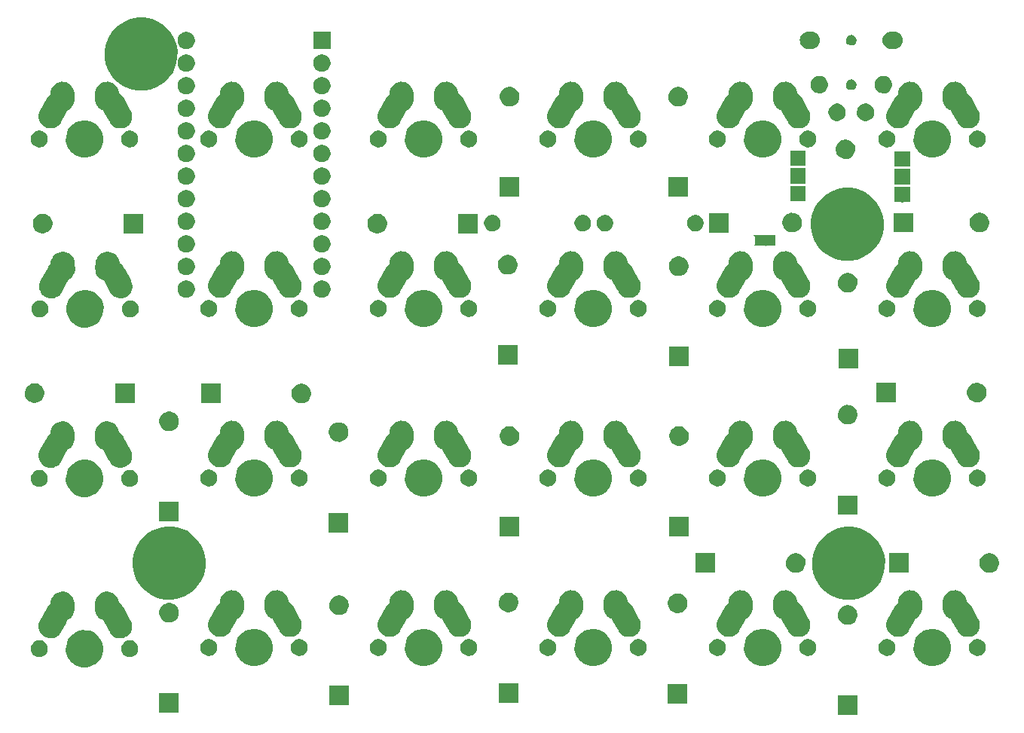
<source format=gts>
%TF.GenerationSoftware,KiCad,Pcbnew,4.0.6*%
%TF.CreationDate,2017-11-03T07:52:01+09:00*%
%TF.ProjectId,lets_split,6C6574735F73706C69742E6B69636164,rev?*%
%TF.FileFunction,Soldermask,Top*%
%FSLAX46Y46*%
G04 Gerber Fmt 4.6, Leading zero omitted, Abs format (unit mm)*
G04 Created by KiCad (PCBNEW 4.0.6) date 11/03/17 07:52:01*
%MOMM*%
%LPD*%
G01*
G04 APERTURE LIST*
%ADD10C,0.100000*%
G04 APERTURE END LIST*
D10*
G36*
X132346950Y-111599490D02*
X130147970Y-111599490D01*
X130147970Y-109400510D01*
X132346950Y-109400510D01*
X132346950Y-111599490D01*
X132346950Y-111599490D01*
G37*
G36*
X56096950Y-111349490D02*
X53897970Y-111349490D01*
X53897970Y-109150510D01*
X56096950Y-109150510D01*
X56096950Y-111349490D01*
X56096950Y-111349490D01*
G37*
G36*
X75196950Y-110499490D02*
X72997970Y-110499490D01*
X72997970Y-108300510D01*
X75196950Y-108300510D01*
X75196950Y-110499490D01*
X75196950Y-110499490D01*
G37*
G36*
X113246950Y-110299490D02*
X111047970Y-110299490D01*
X111047970Y-108100510D01*
X113246950Y-108100510D01*
X113246950Y-110299490D01*
X113246950Y-110299490D01*
G37*
G36*
X94246950Y-110199490D02*
X92047970Y-110199490D01*
X92047970Y-108000510D01*
X94246950Y-108000510D01*
X94246950Y-110199490D01*
X94246950Y-110199490D01*
G37*
G36*
X45719931Y-102057488D02*
X46122182Y-102140059D01*
X46500730Y-102299185D01*
X46841163Y-102528810D01*
X47130514Y-102820188D01*
X47357758Y-103162217D01*
X47514235Y-103541862D01*
X47514236Y-103541865D01*
X47514236Y-103541866D01*
X47526780Y-103605220D01*
X47593928Y-103944338D01*
X47593928Y-103944343D01*
X47593995Y-103944682D01*
X47587446Y-104413706D01*
X47587369Y-104414044D01*
X47587369Y-104414052D01*
X47496473Y-104814136D01*
X47329451Y-105189272D01*
X47092748Y-105524821D01*
X46795372Y-105808007D01*
X46448665Y-106028034D01*
X46065817Y-106176532D01*
X45661422Y-106247837D01*
X45250876Y-106239238D01*
X44849812Y-106151058D01*
X44473525Y-105986662D01*
X44136332Y-105752306D01*
X43851077Y-105456917D01*
X43628635Y-105111754D01*
X43477469Y-104729953D01*
X43403340Y-104326058D01*
X43409075Y-103915464D01*
X43494449Y-103513804D01*
X43656218Y-103136372D01*
X43888213Y-102797551D01*
X44181603Y-102510241D01*
X44525208Y-102285393D01*
X44905943Y-102131566D01*
X45309302Y-102054621D01*
X45719931Y-102057488D01*
X45719931Y-102057488D01*
G37*
G36*
X64769931Y-101907488D02*
X65172182Y-101990059D01*
X65550730Y-102149185D01*
X65891163Y-102378810D01*
X66180514Y-102670188D01*
X66407758Y-103012217D01*
X66564235Y-103391862D01*
X66564236Y-103391865D01*
X66564236Y-103391866D01*
X66568573Y-103413768D01*
X66643928Y-103794338D01*
X66643928Y-103794343D01*
X66643995Y-103794682D01*
X66637446Y-104263706D01*
X66637369Y-104264044D01*
X66637369Y-104264052D01*
X66546473Y-104664136D01*
X66379451Y-105039272D01*
X66142748Y-105374821D01*
X65845372Y-105658007D01*
X65498665Y-105878034D01*
X65115817Y-106026532D01*
X64711422Y-106097837D01*
X64300876Y-106089238D01*
X63899812Y-106001058D01*
X63523525Y-105836662D01*
X63186332Y-105602306D01*
X62901077Y-105306917D01*
X62678635Y-104961754D01*
X62527469Y-104579953D01*
X62453340Y-104176058D01*
X62459075Y-103765464D01*
X62544449Y-103363804D01*
X62706218Y-102986372D01*
X62938213Y-102647551D01*
X63231603Y-102360241D01*
X63575208Y-102135393D01*
X63955943Y-101981566D01*
X64359302Y-101904621D01*
X64769931Y-101907488D01*
X64769931Y-101907488D01*
G37*
G36*
X83819931Y-101907488D02*
X84222182Y-101990059D01*
X84600730Y-102149185D01*
X84941163Y-102378810D01*
X85230514Y-102670188D01*
X85457758Y-103012217D01*
X85614235Y-103391862D01*
X85614236Y-103391865D01*
X85614236Y-103391866D01*
X85618573Y-103413768D01*
X85693928Y-103794338D01*
X85693928Y-103794343D01*
X85693995Y-103794682D01*
X85687446Y-104263706D01*
X85687369Y-104264044D01*
X85687369Y-104264052D01*
X85596473Y-104664136D01*
X85429451Y-105039272D01*
X85192748Y-105374821D01*
X84895372Y-105658007D01*
X84548665Y-105878034D01*
X84165817Y-106026532D01*
X83761422Y-106097837D01*
X83350876Y-106089238D01*
X82949812Y-106001058D01*
X82573525Y-105836662D01*
X82236332Y-105602306D01*
X81951077Y-105306917D01*
X81728635Y-104961754D01*
X81577469Y-104579953D01*
X81503340Y-104176058D01*
X81509075Y-103765464D01*
X81594449Y-103363804D01*
X81756218Y-102986372D01*
X81988213Y-102647551D01*
X82281603Y-102360241D01*
X82625208Y-102135393D01*
X83005943Y-101981566D01*
X83409302Y-101904621D01*
X83819931Y-101907488D01*
X83819931Y-101907488D01*
G37*
G36*
X102869931Y-101907488D02*
X103272182Y-101990059D01*
X103650730Y-102149185D01*
X103991163Y-102378810D01*
X104280514Y-102670188D01*
X104507758Y-103012217D01*
X104664235Y-103391862D01*
X104664236Y-103391865D01*
X104664236Y-103391866D01*
X104668573Y-103413768D01*
X104743928Y-103794338D01*
X104743928Y-103794343D01*
X104743995Y-103794682D01*
X104737446Y-104263706D01*
X104737369Y-104264044D01*
X104737369Y-104264052D01*
X104646473Y-104664136D01*
X104479451Y-105039272D01*
X104242748Y-105374821D01*
X103945372Y-105658007D01*
X103598665Y-105878034D01*
X103215817Y-106026532D01*
X102811422Y-106097837D01*
X102400876Y-106089238D01*
X101999812Y-106001058D01*
X101623525Y-105836662D01*
X101286332Y-105602306D01*
X101001077Y-105306917D01*
X100778635Y-104961754D01*
X100627469Y-104579953D01*
X100553340Y-104176058D01*
X100559075Y-103765464D01*
X100644449Y-103363804D01*
X100806218Y-102986372D01*
X101038213Y-102647551D01*
X101331603Y-102360241D01*
X101675208Y-102135393D01*
X102055943Y-101981566D01*
X102459302Y-101904621D01*
X102869931Y-101907488D01*
X102869931Y-101907488D01*
G37*
G36*
X121919931Y-101907488D02*
X122322182Y-101990059D01*
X122700730Y-102149185D01*
X123041163Y-102378810D01*
X123330514Y-102670188D01*
X123557758Y-103012217D01*
X123714235Y-103391862D01*
X123714236Y-103391865D01*
X123714236Y-103391866D01*
X123718573Y-103413768D01*
X123793928Y-103794338D01*
X123793928Y-103794343D01*
X123793995Y-103794682D01*
X123787446Y-104263706D01*
X123787369Y-104264044D01*
X123787369Y-104264052D01*
X123696473Y-104664136D01*
X123529451Y-105039272D01*
X123292748Y-105374821D01*
X122995372Y-105658007D01*
X122648665Y-105878034D01*
X122265817Y-106026532D01*
X121861422Y-106097837D01*
X121450876Y-106089238D01*
X121049812Y-106001058D01*
X120673525Y-105836662D01*
X120336332Y-105602306D01*
X120051077Y-105306917D01*
X119828635Y-104961754D01*
X119677469Y-104579953D01*
X119603340Y-104176058D01*
X119609075Y-103765464D01*
X119694449Y-103363804D01*
X119856218Y-102986372D01*
X120088213Y-102647551D01*
X120381603Y-102360241D01*
X120725208Y-102135393D01*
X121105943Y-101981566D01*
X121509302Y-101904621D01*
X121919931Y-101907488D01*
X121919931Y-101907488D01*
G37*
G36*
X140969931Y-101907488D02*
X141372182Y-101990059D01*
X141750730Y-102149185D01*
X142091163Y-102378810D01*
X142380514Y-102670188D01*
X142607758Y-103012217D01*
X142764235Y-103391862D01*
X142764236Y-103391865D01*
X142764236Y-103391866D01*
X142768573Y-103413768D01*
X142843928Y-103794338D01*
X142843928Y-103794343D01*
X142843995Y-103794682D01*
X142837446Y-104263706D01*
X142837369Y-104264044D01*
X142837369Y-104264052D01*
X142746473Y-104664136D01*
X142579451Y-105039272D01*
X142342748Y-105374821D01*
X142045372Y-105658007D01*
X141698665Y-105878034D01*
X141315817Y-106026532D01*
X140911422Y-106097837D01*
X140500876Y-106089238D01*
X140099812Y-106001058D01*
X139723525Y-105836662D01*
X139386332Y-105602306D01*
X139101077Y-105306917D01*
X138878635Y-104961754D01*
X138727469Y-104579953D01*
X138653340Y-104176058D01*
X138659075Y-103765464D01*
X138744449Y-103363804D01*
X138906218Y-102986372D01*
X139138213Y-102647551D01*
X139431603Y-102360241D01*
X139775208Y-102135393D01*
X140155943Y-101981566D01*
X140559302Y-101904621D01*
X140969931Y-101907488D01*
X140969931Y-101907488D01*
G37*
G36*
X50679877Y-103199727D02*
X50862553Y-103237225D01*
X51034461Y-103309488D01*
X51189063Y-103413768D01*
X51320467Y-103546093D01*
X51423666Y-103701419D01*
X51494725Y-103873824D01*
X51530880Y-104056415D01*
X51530880Y-104056425D01*
X51530946Y-104056759D01*
X51527972Y-104269757D01*
X51527895Y-104270095D01*
X51527895Y-104270103D01*
X51486660Y-104451603D01*
X51410810Y-104621965D01*
X51303316Y-104774347D01*
X51168266Y-104902953D01*
X51010818Y-105002872D01*
X50836955Y-105070311D01*
X50653308Y-105102692D01*
X50466866Y-105098787D01*
X50284728Y-105058741D01*
X50113846Y-104984085D01*
X49960717Y-104877657D01*
X49831173Y-104743510D01*
X49730156Y-104586763D01*
X49661507Y-104413376D01*
X49627842Y-104229952D01*
X49630447Y-104043488D01*
X49669217Y-103861086D01*
X49742682Y-103689680D01*
X49848038Y-103535812D01*
X49981276Y-103405334D01*
X50137317Y-103303225D01*
X50310221Y-103233367D01*
X50493396Y-103198424D01*
X50679877Y-103199727D01*
X50679877Y-103199727D01*
G37*
G36*
X40519877Y-103199727D02*
X40702553Y-103237225D01*
X40874461Y-103309488D01*
X41029063Y-103413768D01*
X41160467Y-103546093D01*
X41263666Y-103701419D01*
X41334725Y-103873824D01*
X41370880Y-104056415D01*
X41370880Y-104056425D01*
X41370946Y-104056759D01*
X41367972Y-104269757D01*
X41367895Y-104270095D01*
X41367895Y-104270103D01*
X41326660Y-104451603D01*
X41250810Y-104621965D01*
X41143316Y-104774347D01*
X41008266Y-104902953D01*
X40850818Y-105002872D01*
X40676955Y-105070311D01*
X40493308Y-105102692D01*
X40306866Y-105098787D01*
X40124728Y-105058741D01*
X39953846Y-104984085D01*
X39800717Y-104877657D01*
X39671173Y-104743510D01*
X39570156Y-104586763D01*
X39501507Y-104413376D01*
X39467842Y-104229952D01*
X39470447Y-104043488D01*
X39509217Y-103861086D01*
X39582682Y-103689680D01*
X39688038Y-103535812D01*
X39821276Y-103405334D01*
X39977317Y-103303225D01*
X40150221Y-103233367D01*
X40333396Y-103198424D01*
X40519877Y-103199727D01*
X40519877Y-103199727D01*
G37*
G36*
X145929877Y-103049727D02*
X146112553Y-103087225D01*
X146284461Y-103159488D01*
X146439063Y-103263768D01*
X146570467Y-103396093D01*
X146673666Y-103551419D01*
X146744725Y-103723824D01*
X146780880Y-103906415D01*
X146780880Y-103906425D01*
X146780946Y-103906759D01*
X146777972Y-104119757D01*
X146777895Y-104120095D01*
X146777895Y-104120103D01*
X146736660Y-104301603D01*
X146660810Y-104471965D01*
X146553316Y-104624347D01*
X146418266Y-104752953D01*
X146260818Y-104852872D01*
X146086955Y-104920311D01*
X145903308Y-104952692D01*
X145716866Y-104948787D01*
X145534728Y-104908741D01*
X145363846Y-104834085D01*
X145210717Y-104727657D01*
X145081173Y-104593510D01*
X144980156Y-104436763D01*
X144911507Y-104263376D01*
X144877842Y-104079952D01*
X144880447Y-103893488D01*
X144919217Y-103711086D01*
X144992682Y-103539680D01*
X145098038Y-103385812D01*
X145231276Y-103255334D01*
X145387317Y-103153225D01*
X145560221Y-103083367D01*
X145743396Y-103048424D01*
X145929877Y-103049727D01*
X145929877Y-103049727D01*
G37*
G36*
X107829877Y-103049727D02*
X108012553Y-103087225D01*
X108184461Y-103159488D01*
X108339063Y-103263768D01*
X108470467Y-103396093D01*
X108573666Y-103551419D01*
X108644725Y-103723824D01*
X108680880Y-103906415D01*
X108680880Y-103906425D01*
X108680946Y-103906759D01*
X108677972Y-104119757D01*
X108677895Y-104120095D01*
X108677895Y-104120103D01*
X108636660Y-104301603D01*
X108560810Y-104471965D01*
X108453316Y-104624347D01*
X108318266Y-104752953D01*
X108160818Y-104852872D01*
X107986955Y-104920311D01*
X107803308Y-104952692D01*
X107616866Y-104948787D01*
X107434728Y-104908741D01*
X107263846Y-104834085D01*
X107110717Y-104727657D01*
X106981173Y-104593510D01*
X106880156Y-104436763D01*
X106811507Y-104263376D01*
X106777842Y-104079952D01*
X106780447Y-103893488D01*
X106819217Y-103711086D01*
X106892682Y-103539680D01*
X106998038Y-103385812D01*
X107131276Y-103255334D01*
X107287317Y-103153225D01*
X107460221Y-103083367D01*
X107643396Y-103048424D01*
X107829877Y-103049727D01*
X107829877Y-103049727D01*
G37*
G36*
X116719877Y-103049727D02*
X116902553Y-103087225D01*
X117074461Y-103159488D01*
X117229063Y-103263768D01*
X117360467Y-103396093D01*
X117463666Y-103551419D01*
X117534725Y-103723824D01*
X117570880Y-103906415D01*
X117570880Y-103906425D01*
X117570946Y-103906759D01*
X117567972Y-104119757D01*
X117567895Y-104120095D01*
X117567895Y-104120103D01*
X117526660Y-104301603D01*
X117450810Y-104471965D01*
X117343316Y-104624347D01*
X117208266Y-104752953D01*
X117050818Y-104852872D01*
X116876955Y-104920311D01*
X116693308Y-104952692D01*
X116506866Y-104948787D01*
X116324728Y-104908741D01*
X116153846Y-104834085D01*
X116000717Y-104727657D01*
X115871173Y-104593510D01*
X115770156Y-104436763D01*
X115701507Y-104263376D01*
X115667842Y-104079952D01*
X115670447Y-103893488D01*
X115709217Y-103711086D01*
X115782682Y-103539680D01*
X115888038Y-103385812D01*
X116021276Y-103255334D01*
X116177317Y-103153225D01*
X116350221Y-103083367D01*
X116533396Y-103048424D01*
X116719877Y-103049727D01*
X116719877Y-103049727D01*
G37*
G36*
X97669877Y-103049727D02*
X97852553Y-103087225D01*
X98024461Y-103159488D01*
X98179063Y-103263768D01*
X98310467Y-103396093D01*
X98413666Y-103551419D01*
X98484725Y-103723824D01*
X98520880Y-103906415D01*
X98520880Y-103906425D01*
X98520946Y-103906759D01*
X98517972Y-104119757D01*
X98517895Y-104120095D01*
X98517895Y-104120103D01*
X98476660Y-104301603D01*
X98400810Y-104471965D01*
X98293316Y-104624347D01*
X98158266Y-104752953D01*
X98000818Y-104852872D01*
X97826955Y-104920311D01*
X97643308Y-104952692D01*
X97456866Y-104948787D01*
X97274728Y-104908741D01*
X97103846Y-104834085D01*
X96950717Y-104727657D01*
X96821173Y-104593510D01*
X96720156Y-104436763D01*
X96651507Y-104263376D01*
X96617842Y-104079952D01*
X96620447Y-103893488D01*
X96659217Y-103711086D01*
X96732682Y-103539680D01*
X96838038Y-103385812D01*
X96971276Y-103255334D01*
X97127317Y-103153225D01*
X97300221Y-103083367D01*
X97483396Y-103048424D01*
X97669877Y-103049727D01*
X97669877Y-103049727D01*
G37*
G36*
X126879877Y-103049727D02*
X127062553Y-103087225D01*
X127234461Y-103159488D01*
X127389063Y-103263768D01*
X127520467Y-103396093D01*
X127623666Y-103551419D01*
X127694725Y-103723824D01*
X127730880Y-103906415D01*
X127730880Y-103906425D01*
X127730946Y-103906759D01*
X127727972Y-104119757D01*
X127727895Y-104120095D01*
X127727895Y-104120103D01*
X127686660Y-104301603D01*
X127610810Y-104471965D01*
X127503316Y-104624347D01*
X127368266Y-104752953D01*
X127210818Y-104852872D01*
X127036955Y-104920311D01*
X126853308Y-104952692D01*
X126666866Y-104948787D01*
X126484728Y-104908741D01*
X126313846Y-104834085D01*
X126160717Y-104727657D01*
X126031173Y-104593510D01*
X125930156Y-104436763D01*
X125861507Y-104263376D01*
X125827842Y-104079952D01*
X125830447Y-103893488D01*
X125869217Y-103711086D01*
X125942682Y-103539680D01*
X126048038Y-103385812D01*
X126181276Y-103255334D01*
X126337317Y-103153225D01*
X126510221Y-103083367D01*
X126693396Y-103048424D01*
X126879877Y-103049727D01*
X126879877Y-103049727D01*
G37*
G36*
X135769877Y-103049727D02*
X135952553Y-103087225D01*
X136124461Y-103159488D01*
X136279063Y-103263768D01*
X136410467Y-103396093D01*
X136513666Y-103551419D01*
X136584725Y-103723824D01*
X136620880Y-103906415D01*
X136620880Y-103906425D01*
X136620946Y-103906759D01*
X136617972Y-104119757D01*
X136617895Y-104120095D01*
X136617895Y-104120103D01*
X136576660Y-104301603D01*
X136500810Y-104471965D01*
X136393316Y-104624347D01*
X136258266Y-104752953D01*
X136100818Y-104852872D01*
X135926955Y-104920311D01*
X135743308Y-104952692D01*
X135556866Y-104948787D01*
X135374728Y-104908741D01*
X135203846Y-104834085D01*
X135050717Y-104727657D01*
X134921173Y-104593510D01*
X134820156Y-104436763D01*
X134751507Y-104263376D01*
X134717842Y-104079952D01*
X134720447Y-103893488D01*
X134759217Y-103711086D01*
X134832682Y-103539680D01*
X134938038Y-103385812D01*
X135071276Y-103255334D01*
X135227317Y-103153225D01*
X135400221Y-103083367D01*
X135583396Y-103048424D01*
X135769877Y-103049727D01*
X135769877Y-103049727D01*
G37*
G36*
X88779877Y-103049727D02*
X88962553Y-103087225D01*
X89134461Y-103159488D01*
X89289063Y-103263768D01*
X89420467Y-103396093D01*
X89523666Y-103551419D01*
X89594725Y-103723824D01*
X89630880Y-103906415D01*
X89630880Y-103906425D01*
X89630946Y-103906759D01*
X89627972Y-104119757D01*
X89627895Y-104120095D01*
X89627895Y-104120103D01*
X89586660Y-104301603D01*
X89510810Y-104471965D01*
X89403316Y-104624347D01*
X89268266Y-104752953D01*
X89110818Y-104852872D01*
X88936955Y-104920311D01*
X88753308Y-104952692D01*
X88566866Y-104948787D01*
X88384728Y-104908741D01*
X88213846Y-104834085D01*
X88060717Y-104727657D01*
X87931173Y-104593510D01*
X87830156Y-104436763D01*
X87761507Y-104263376D01*
X87727842Y-104079952D01*
X87730447Y-103893488D01*
X87769217Y-103711086D01*
X87842682Y-103539680D01*
X87948038Y-103385812D01*
X88081276Y-103255334D01*
X88237317Y-103153225D01*
X88410221Y-103083367D01*
X88593396Y-103048424D01*
X88779877Y-103049727D01*
X88779877Y-103049727D01*
G37*
G36*
X78619877Y-103049727D02*
X78802553Y-103087225D01*
X78974461Y-103159488D01*
X79129063Y-103263768D01*
X79260467Y-103396093D01*
X79363666Y-103551419D01*
X79434725Y-103723824D01*
X79470880Y-103906415D01*
X79470880Y-103906425D01*
X79470946Y-103906759D01*
X79467972Y-104119757D01*
X79467895Y-104120095D01*
X79467895Y-104120103D01*
X79426660Y-104301603D01*
X79350810Y-104471965D01*
X79243316Y-104624347D01*
X79108266Y-104752953D01*
X78950818Y-104852872D01*
X78776955Y-104920311D01*
X78593308Y-104952692D01*
X78406866Y-104948787D01*
X78224728Y-104908741D01*
X78053846Y-104834085D01*
X77900717Y-104727657D01*
X77771173Y-104593510D01*
X77670156Y-104436763D01*
X77601507Y-104263376D01*
X77567842Y-104079952D01*
X77570447Y-103893488D01*
X77609217Y-103711086D01*
X77682682Y-103539680D01*
X77788038Y-103385812D01*
X77921276Y-103255334D01*
X78077317Y-103153225D01*
X78250221Y-103083367D01*
X78433396Y-103048424D01*
X78619877Y-103049727D01*
X78619877Y-103049727D01*
G37*
G36*
X69729877Y-103049727D02*
X69912553Y-103087225D01*
X70084461Y-103159488D01*
X70239063Y-103263768D01*
X70370467Y-103396093D01*
X70473666Y-103551419D01*
X70544725Y-103723824D01*
X70580880Y-103906415D01*
X70580880Y-103906425D01*
X70580946Y-103906759D01*
X70577972Y-104119757D01*
X70577895Y-104120095D01*
X70577895Y-104120103D01*
X70536660Y-104301603D01*
X70460810Y-104471965D01*
X70353316Y-104624347D01*
X70218266Y-104752953D01*
X70060818Y-104852872D01*
X69886955Y-104920311D01*
X69703308Y-104952692D01*
X69516866Y-104948787D01*
X69334728Y-104908741D01*
X69163846Y-104834085D01*
X69010717Y-104727657D01*
X68881173Y-104593510D01*
X68780156Y-104436763D01*
X68711507Y-104263376D01*
X68677842Y-104079952D01*
X68680447Y-103893488D01*
X68719217Y-103711086D01*
X68792682Y-103539680D01*
X68898038Y-103385812D01*
X69031276Y-103255334D01*
X69187317Y-103153225D01*
X69360221Y-103083367D01*
X69543396Y-103048424D01*
X69729877Y-103049727D01*
X69729877Y-103049727D01*
G37*
G36*
X59569877Y-103049727D02*
X59752553Y-103087225D01*
X59924461Y-103159488D01*
X60079063Y-103263768D01*
X60210467Y-103396093D01*
X60313666Y-103551419D01*
X60384725Y-103723824D01*
X60420880Y-103906415D01*
X60420880Y-103906425D01*
X60420946Y-103906759D01*
X60417972Y-104119757D01*
X60417895Y-104120095D01*
X60417895Y-104120103D01*
X60376660Y-104301603D01*
X60300810Y-104471965D01*
X60193316Y-104624347D01*
X60058266Y-104752953D01*
X59900818Y-104852872D01*
X59726955Y-104920311D01*
X59543308Y-104952692D01*
X59356866Y-104948787D01*
X59174728Y-104908741D01*
X59003846Y-104834085D01*
X58850717Y-104727657D01*
X58721173Y-104593510D01*
X58620156Y-104436763D01*
X58551507Y-104263376D01*
X58517842Y-104079952D01*
X58520447Y-103893488D01*
X58559217Y-103711086D01*
X58632682Y-103539680D01*
X58738038Y-103385812D01*
X58871276Y-103255334D01*
X59027317Y-103153225D01*
X59200221Y-103083367D01*
X59383396Y-103048424D01*
X59569877Y-103049727D01*
X59569877Y-103049727D01*
G37*
G36*
X43180565Y-97724923D02*
X43180575Y-97724925D01*
X43180618Y-97724927D01*
X43437025Y-97785540D01*
X43676776Y-97894801D01*
X43890738Y-98048549D01*
X44070764Y-98240927D01*
X44209993Y-98464609D01*
X44303124Y-98711075D01*
X44346610Y-98970935D01*
X44358194Y-99140863D01*
X44387138Y-99565412D01*
X44388166Y-99582220D01*
X44388165Y-99582233D01*
X44388288Y-99584239D01*
X44376796Y-99847463D01*
X44314395Y-100103441D01*
X44203463Y-100342422D01*
X44048226Y-100555306D01*
X43854594Y-100733984D01*
X43662224Y-100851868D01*
X43651508Y-100860729D01*
X43644768Y-100870114D01*
X43355587Y-101390737D01*
X42864500Y-102274860D01*
X42856312Y-102289362D01*
X42856302Y-102289376D01*
X42855310Y-102291133D01*
X42702497Y-102505765D01*
X42510906Y-102686628D01*
X42287834Y-102826831D01*
X42041778Y-102921037D01*
X41782109Y-102965656D01*
X41518720Y-102958989D01*
X41261642Y-102901290D01*
X41261608Y-102901275D01*
X41261599Y-102901273D01*
X41020668Y-102794759D01*
X40805014Y-102643475D01*
X40805010Y-102643471D01*
X40804973Y-102643445D01*
X40622778Y-102453121D01*
X40481020Y-102231033D01*
X40385099Y-101985640D01*
X40338667Y-101726290D01*
X40343496Y-101462860D01*
X40399400Y-101205385D01*
X40504248Y-100963673D01*
X40738895Y-100541228D01*
X41325500Y-99485140D01*
X41333688Y-99470638D01*
X41333698Y-99470624D01*
X41334690Y-99468867D01*
X41487503Y-99254236D01*
X41639574Y-99110680D01*
X41647610Y-99100599D01*
X41652968Y-99087590D01*
X41654171Y-99079443D01*
X41663204Y-98872538D01*
X41725605Y-98616560D01*
X41836537Y-98377578D01*
X41991774Y-98164694D01*
X42185406Y-97986016D01*
X42410054Y-97848352D01*
X42657163Y-97756943D01*
X42657194Y-97756938D01*
X42657202Y-97756935D01*
X42917321Y-97715270D01*
X43180565Y-97724923D01*
X43180565Y-97724923D01*
G37*
G36*
X48400986Y-97761843D02*
X48400993Y-97761846D01*
X48401035Y-97761853D01*
X48646844Y-97856703D01*
X48869548Y-97997491D01*
X49060665Y-98178854D01*
X49212917Y-98393885D01*
X49320501Y-98634393D01*
X49379321Y-98891217D01*
X49381557Y-98966553D01*
X49383690Y-98978916D01*
X49389850Y-98991566D01*
X49403593Y-99005059D01*
X49527297Y-99085394D01*
X49716184Y-99269079D01*
X49865796Y-99485954D01*
X49943563Y-99626250D01*
X50685692Y-100965085D01*
X50693732Y-100979833D01*
X50693735Y-100979840D01*
X50694701Y-100981612D01*
X50795953Y-101224853D01*
X50848031Y-101483129D01*
X50848949Y-101746601D01*
X50798677Y-102005234D01*
X50699125Y-102249177D01*
X50554088Y-102469137D01*
X50369089Y-102656738D01*
X50369061Y-102656757D01*
X50369053Y-102656765D01*
X50151178Y-102804832D01*
X49908691Y-102907762D01*
X49908681Y-102907764D01*
X49908646Y-102907779D01*
X49650740Y-102961658D01*
X49387281Y-102964417D01*
X49128303Y-102915950D01*
X48883671Y-102818105D01*
X48662703Y-102674606D01*
X48473816Y-102490921D01*
X48324204Y-102274047D01*
X48092130Y-101855373D01*
X47591563Y-100952327D01*
X47583078Y-100941103D01*
X47565862Y-100929939D01*
X47393156Y-100863296D01*
X47170452Y-100722509D01*
X46979335Y-100541145D01*
X46827083Y-100326115D01*
X46719499Y-100085607D01*
X46660679Y-99828782D01*
X46652862Y-99565425D01*
X46653011Y-99563234D01*
X46653011Y-99563223D01*
X46689050Y-99034598D01*
X46693390Y-98970935D01*
X46693392Y-98970909D01*
X46693397Y-98970835D01*
X46694650Y-98954159D01*
X46694653Y-98954140D01*
X46694804Y-98952138D01*
X46741913Y-98692910D01*
X46838476Y-98447769D01*
X46980816Y-98226054D01*
X47163508Y-98036207D01*
X47379598Y-97885461D01*
X47620850Y-97779559D01*
X47878078Y-97722532D01*
X47878119Y-97722531D01*
X47878128Y-97722529D01*
X48141487Y-97716552D01*
X48400986Y-97761843D01*
X48400986Y-97761843D01*
G37*
G36*
X138430565Y-97574923D02*
X138430575Y-97574925D01*
X138430618Y-97574927D01*
X138687025Y-97635540D01*
X138926776Y-97744801D01*
X139140738Y-97898549D01*
X139320764Y-98090927D01*
X139459993Y-98314609D01*
X139553124Y-98561075D01*
X139596610Y-98820935D01*
X139608220Y-98991240D01*
X139637138Y-99415412D01*
X139638166Y-99432220D01*
X139638165Y-99432233D01*
X139638288Y-99434239D01*
X139626796Y-99697463D01*
X139564395Y-99953441D01*
X139453463Y-100192422D01*
X139298226Y-100405306D01*
X139104594Y-100583984D01*
X138912224Y-100701868D01*
X138901508Y-100710729D01*
X138894768Y-100720114D01*
X138614256Y-101225130D01*
X138114500Y-102124860D01*
X138106312Y-102139362D01*
X138106302Y-102139376D01*
X138105310Y-102141133D01*
X137952497Y-102355765D01*
X137760906Y-102536628D01*
X137537834Y-102676831D01*
X137291778Y-102771037D01*
X137032109Y-102815656D01*
X136768720Y-102808989D01*
X136511642Y-102751290D01*
X136511608Y-102751275D01*
X136511599Y-102751273D01*
X136270668Y-102644759D01*
X136055014Y-102493475D01*
X136055010Y-102493471D01*
X136054973Y-102493445D01*
X135872778Y-102303121D01*
X135731020Y-102081033D01*
X135635099Y-101835640D01*
X135588667Y-101576290D01*
X135593496Y-101312860D01*
X135649400Y-101055385D01*
X135754248Y-100813673D01*
X135988895Y-100391228D01*
X136575500Y-99335140D01*
X136583688Y-99320638D01*
X136583698Y-99320624D01*
X136584690Y-99318867D01*
X136737503Y-99104236D01*
X136889574Y-98960680D01*
X136897610Y-98950599D01*
X136902968Y-98937590D01*
X136904171Y-98929443D01*
X136913204Y-98722538D01*
X136975605Y-98466560D01*
X137086537Y-98227578D01*
X137241774Y-98014694D01*
X137435406Y-97836016D01*
X137660054Y-97698352D01*
X137907163Y-97606943D01*
X137907194Y-97606938D01*
X137907202Y-97606935D01*
X138167321Y-97565270D01*
X138430565Y-97574923D01*
X138430565Y-97574923D01*
G37*
G36*
X119380565Y-97574923D02*
X119380575Y-97574925D01*
X119380618Y-97574927D01*
X119637025Y-97635540D01*
X119876776Y-97744801D01*
X120090738Y-97898549D01*
X120270764Y-98090927D01*
X120409993Y-98314609D01*
X120503124Y-98561075D01*
X120546610Y-98820935D01*
X120558220Y-98991240D01*
X120587138Y-99415412D01*
X120588166Y-99432220D01*
X120588165Y-99432233D01*
X120588288Y-99434239D01*
X120576796Y-99697463D01*
X120514395Y-99953441D01*
X120403463Y-100192422D01*
X120248226Y-100405306D01*
X120054594Y-100583984D01*
X119862224Y-100701868D01*
X119851508Y-100710729D01*
X119844768Y-100720114D01*
X119564256Y-101225130D01*
X119064500Y-102124860D01*
X119056312Y-102139362D01*
X119056302Y-102139376D01*
X119055310Y-102141133D01*
X118902497Y-102355765D01*
X118710906Y-102536628D01*
X118487834Y-102676831D01*
X118241778Y-102771037D01*
X117982109Y-102815656D01*
X117718720Y-102808989D01*
X117461642Y-102751290D01*
X117461608Y-102751275D01*
X117461599Y-102751273D01*
X117220668Y-102644759D01*
X117005014Y-102493475D01*
X117005010Y-102493471D01*
X117004973Y-102493445D01*
X116822778Y-102303121D01*
X116681020Y-102081033D01*
X116585099Y-101835640D01*
X116538667Y-101576290D01*
X116543496Y-101312860D01*
X116599400Y-101055385D01*
X116704248Y-100813673D01*
X116938895Y-100391228D01*
X117525500Y-99335140D01*
X117533688Y-99320638D01*
X117533698Y-99320624D01*
X117534690Y-99318867D01*
X117687503Y-99104236D01*
X117839574Y-98960680D01*
X117847610Y-98950599D01*
X117852968Y-98937590D01*
X117854171Y-98929443D01*
X117863204Y-98722538D01*
X117925605Y-98466560D01*
X118036537Y-98227578D01*
X118191774Y-98014694D01*
X118385406Y-97836016D01*
X118610054Y-97698352D01*
X118857163Y-97606943D01*
X118857194Y-97606938D01*
X118857202Y-97606935D01*
X119117321Y-97565270D01*
X119380565Y-97574923D01*
X119380565Y-97574923D01*
G37*
G36*
X81280565Y-97574923D02*
X81280575Y-97574925D01*
X81280618Y-97574927D01*
X81537025Y-97635540D01*
X81776776Y-97744801D01*
X81990738Y-97898549D01*
X82170764Y-98090927D01*
X82309993Y-98314609D01*
X82403124Y-98561075D01*
X82446610Y-98820935D01*
X82458220Y-98991240D01*
X82487138Y-99415412D01*
X82488166Y-99432220D01*
X82488165Y-99432233D01*
X82488288Y-99434239D01*
X82476796Y-99697463D01*
X82414395Y-99953441D01*
X82303463Y-100192422D01*
X82148226Y-100405306D01*
X81954594Y-100583984D01*
X81762224Y-100701868D01*
X81751508Y-100710729D01*
X81744768Y-100720114D01*
X81464256Y-101225130D01*
X80964500Y-102124860D01*
X80956312Y-102139362D01*
X80956302Y-102139376D01*
X80955310Y-102141133D01*
X80802497Y-102355765D01*
X80610906Y-102536628D01*
X80387834Y-102676831D01*
X80141778Y-102771037D01*
X79882109Y-102815656D01*
X79618720Y-102808989D01*
X79361642Y-102751290D01*
X79361608Y-102751275D01*
X79361599Y-102751273D01*
X79120668Y-102644759D01*
X78905014Y-102493475D01*
X78905010Y-102493471D01*
X78904973Y-102493445D01*
X78722778Y-102303121D01*
X78581020Y-102081033D01*
X78485099Y-101835640D01*
X78438667Y-101576290D01*
X78443496Y-101312860D01*
X78499400Y-101055385D01*
X78604248Y-100813673D01*
X78838895Y-100391228D01*
X79425500Y-99335140D01*
X79433688Y-99320638D01*
X79433698Y-99320624D01*
X79434690Y-99318867D01*
X79587503Y-99104236D01*
X79739574Y-98960680D01*
X79747610Y-98950599D01*
X79752968Y-98937590D01*
X79754171Y-98929443D01*
X79763204Y-98722538D01*
X79825605Y-98466560D01*
X79936537Y-98227578D01*
X80091774Y-98014694D01*
X80285406Y-97836016D01*
X80510054Y-97698352D01*
X80757163Y-97606943D01*
X80757194Y-97606938D01*
X80757202Y-97606935D01*
X81017321Y-97565270D01*
X81280565Y-97574923D01*
X81280565Y-97574923D01*
G37*
G36*
X100330565Y-97574923D02*
X100330575Y-97574925D01*
X100330618Y-97574927D01*
X100587025Y-97635540D01*
X100826776Y-97744801D01*
X101040738Y-97898549D01*
X101220764Y-98090927D01*
X101359993Y-98314609D01*
X101453124Y-98561075D01*
X101496610Y-98820935D01*
X101508220Y-98991240D01*
X101537138Y-99415412D01*
X101538166Y-99432220D01*
X101538165Y-99432233D01*
X101538288Y-99434239D01*
X101526796Y-99697463D01*
X101464395Y-99953441D01*
X101353463Y-100192422D01*
X101198226Y-100405306D01*
X101004594Y-100583984D01*
X100812224Y-100701868D01*
X100801508Y-100710729D01*
X100794768Y-100720114D01*
X100514256Y-101225130D01*
X100014500Y-102124860D01*
X100006312Y-102139362D01*
X100006302Y-102139376D01*
X100005310Y-102141133D01*
X99852497Y-102355765D01*
X99660906Y-102536628D01*
X99437834Y-102676831D01*
X99191778Y-102771037D01*
X98932109Y-102815656D01*
X98668720Y-102808989D01*
X98411642Y-102751290D01*
X98411608Y-102751275D01*
X98411599Y-102751273D01*
X98170668Y-102644759D01*
X97955014Y-102493475D01*
X97955010Y-102493471D01*
X97954973Y-102493445D01*
X97772778Y-102303121D01*
X97631020Y-102081033D01*
X97535099Y-101835640D01*
X97488667Y-101576290D01*
X97493496Y-101312860D01*
X97549400Y-101055385D01*
X97654248Y-100813673D01*
X97888895Y-100391228D01*
X98475500Y-99335140D01*
X98483688Y-99320638D01*
X98483698Y-99320624D01*
X98484690Y-99318867D01*
X98637503Y-99104236D01*
X98789574Y-98960680D01*
X98797610Y-98950599D01*
X98802968Y-98937590D01*
X98804171Y-98929443D01*
X98813204Y-98722538D01*
X98875605Y-98466560D01*
X98986537Y-98227578D01*
X99141774Y-98014694D01*
X99335406Y-97836016D01*
X99560054Y-97698352D01*
X99807163Y-97606943D01*
X99807194Y-97606938D01*
X99807202Y-97606935D01*
X100067321Y-97565270D01*
X100330565Y-97574923D01*
X100330565Y-97574923D01*
G37*
G36*
X62230565Y-97574923D02*
X62230575Y-97574925D01*
X62230618Y-97574927D01*
X62487025Y-97635540D01*
X62726776Y-97744801D01*
X62940738Y-97898549D01*
X63120764Y-98090927D01*
X63259993Y-98314609D01*
X63353124Y-98561075D01*
X63396610Y-98820935D01*
X63408220Y-98991240D01*
X63437138Y-99415412D01*
X63438166Y-99432220D01*
X63438165Y-99432233D01*
X63438288Y-99434239D01*
X63426796Y-99697463D01*
X63364395Y-99953441D01*
X63253463Y-100192422D01*
X63098226Y-100405306D01*
X62904594Y-100583984D01*
X62712224Y-100701868D01*
X62701508Y-100710729D01*
X62694768Y-100720114D01*
X62414256Y-101225130D01*
X61914500Y-102124860D01*
X61906312Y-102139362D01*
X61906302Y-102139376D01*
X61905310Y-102141133D01*
X61752497Y-102355765D01*
X61560906Y-102536628D01*
X61337834Y-102676831D01*
X61091778Y-102771037D01*
X60832109Y-102815656D01*
X60568720Y-102808989D01*
X60311642Y-102751290D01*
X60311608Y-102751275D01*
X60311599Y-102751273D01*
X60070668Y-102644759D01*
X59855014Y-102493475D01*
X59855010Y-102493471D01*
X59854973Y-102493445D01*
X59672778Y-102303121D01*
X59531020Y-102081033D01*
X59435099Y-101835640D01*
X59388667Y-101576290D01*
X59393496Y-101312860D01*
X59449400Y-101055385D01*
X59554248Y-100813673D01*
X59788895Y-100391228D01*
X60375500Y-99335140D01*
X60383688Y-99320638D01*
X60383698Y-99320624D01*
X60384690Y-99318867D01*
X60537503Y-99104236D01*
X60689574Y-98960680D01*
X60697610Y-98950599D01*
X60702968Y-98937590D01*
X60704171Y-98929443D01*
X60713204Y-98722538D01*
X60775605Y-98466560D01*
X60886537Y-98227578D01*
X61041774Y-98014694D01*
X61235406Y-97836016D01*
X61460054Y-97698352D01*
X61707163Y-97606943D01*
X61707194Y-97606938D01*
X61707202Y-97606935D01*
X61967321Y-97565270D01*
X62230565Y-97574923D01*
X62230565Y-97574923D01*
G37*
G36*
X105550986Y-97611843D02*
X105550993Y-97611846D01*
X105551035Y-97611853D01*
X105796844Y-97706703D01*
X106019548Y-97847491D01*
X106210665Y-98028854D01*
X106362917Y-98243885D01*
X106470501Y-98484393D01*
X106529321Y-98741217D01*
X106531557Y-98816553D01*
X106533690Y-98828916D01*
X106539850Y-98841566D01*
X106553593Y-98855059D01*
X106677297Y-98935394D01*
X106866184Y-99119079D01*
X107015796Y-99335954D01*
X107100479Y-99488727D01*
X107835692Y-100815085D01*
X107843732Y-100829833D01*
X107843735Y-100829840D01*
X107844701Y-100831612D01*
X107945953Y-101074853D01*
X107998031Y-101333129D01*
X107998949Y-101596601D01*
X107948677Y-101855234D01*
X107849125Y-102099177D01*
X107704088Y-102319137D01*
X107519089Y-102506738D01*
X107519061Y-102506757D01*
X107519053Y-102506765D01*
X107301178Y-102654832D01*
X107058691Y-102757762D01*
X107058681Y-102757764D01*
X107058646Y-102757779D01*
X106800740Y-102811658D01*
X106537281Y-102814417D01*
X106278303Y-102765950D01*
X106033671Y-102668105D01*
X105812703Y-102524606D01*
X105623816Y-102340921D01*
X105474204Y-102124047D01*
X105181836Y-101596601D01*
X104741563Y-100802327D01*
X104733078Y-100791103D01*
X104715862Y-100779939D01*
X104543156Y-100713296D01*
X104320452Y-100572509D01*
X104129335Y-100391145D01*
X103977083Y-100176115D01*
X103869499Y-99935607D01*
X103810679Y-99678782D01*
X103802862Y-99415425D01*
X103803011Y-99413234D01*
X103803011Y-99413223D01*
X103840815Y-98858710D01*
X103843390Y-98820935D01*
X103843392Y-98820909D01*
X103843397Y-98820835D01*
X103844650Y-98804159D01*
X103844653Y-98804140D01*
X103844804Y-98802138D01*
X103891913Y-98542910D01*
X103988476Y-98297769D01*
X104130816Y-98076054D01*
X104313508Y-97886207D01*
X104529598Y-97735461D01*
X104770850Y-97629559D01*
X105028078Y-97572532D01*
X105028119Y-97572531D01*
X105028128Y-97572529D01*
X105291487Y-97566552D01*
X105550986Y-97611843D01*
X105550986Y-97611843D01*
G37*
G36*
X67450986Y-97611843D02*
X67450993Y-97611846D01*
X67451035Y-97611853D01*
X67696844Y-97706703D01*
X67919548Y-97847491D01*
X68110665Y-98028854D01*
X68262917Y-98243885D01*
X68370501Y-98484393D01*
X68429321Y-98741217D01*
X68431557Y-98816553D01*
X68433690Y-98828916D01*
X68439850Y-98841566D01*
X68453593Y-98855059D01*
X68577297Y-98935394D01*
X68766184Y-99119079D01*
X68915796Y-99335954D01*
X69000479Y-99488727D01*
X69735692Y-100815085D01*
X69743732Y-100829833D01*
X69743735Y-100829840D01*
X69744701Y-100831612D01*
X69845953Y-101074853D01*
X69898031Y-101333129D01*
X69898949Y-101596601D01*
X69848677Y-101855234D01*
X69749125Y-102099177D01*
X69604088Y-102319137D01*
X69419089Y-102506738D01*
X69419061Y-102506757D01*
X69419053Y-102506765D01*
X69201178Y-102654832D01*
X68958691Y-102757762D01*
X68958681Y-102757764D01*
X68958646Y-102757779D01*
X68700740Y-102811658D01*
X68437281Y-102814417D01*
X68178303Y-102765950D01*
X67933671Y-102668105D01*
X67712703Y-102524606D01*
X67523816Y-102340921D01*
X67374204Y-102124047D01*
X67081836Y-101596601D01*
X66641563Y-100802327D01*
X66633078Y-100791103D01*
X66615862Y-100779939D01*
X66443156Y-100713296D01*
X66220452Y-100572509D01*
X66029335Y-100391145D01*
X65877083Y-100176115D01*
X65769499Y-99935607D01*
X65710679Y-99678782D01*
X65702862Y-99415425D01*
X65703011Y-99413234D01*
X65703011Y-99413223D01*
X65740815Y-98858710D01*
X65743390Y-98820935D01*
X65743392Y-98820909D01*
X65743397Y-98820835D01*
X65744650Y-98804159D01*
X65744653Y-98804140D01*
X65744804Y-98802138D01*
X65791913Y-98542910D01*
X65888476Y-98297769D01*
X66030816Y-98076054D01*
X66213508Y-97886207D01*
X66429598Y-97735461D01*
X66670850Y-97629559D01*
X66928078Y-97572532D01*
X66928119Y-97572531D01*
X66928128Y-97572529D01*
X67191487Y-97566552D01*
X67450986Y-97611843D01*
X67450986Y-97611843D01*
G37*
G36*
X124600986Y-97611843D02*
X124600993Y-97611846D01*
X124601035Y-97611853D01*
X124846844Y-97706703D01*
X125069548Y-97847491D01*
X125260665Y-98028854D01*
X125412917Y-98243885D01*
X125520501Y-98484393D01*
X125579321Y-98741217D01*
X125581557Y-98816553D01*
X125583690Y-98828916D01*
X125589850Y-98841566D01*
X125603593Y-98855059D01*
X125727297Y-98935394D01*
X125916184Y-99119079D01*
X126065796Y-99335954D01*
X126150479Y-99488727D01*
X126885692Y-100815085D01*
X126893732Y-100829833D01*
X126893735Y-100829840D01*
X126894701Y-100831612D01*
X126995953Y-101074853D01*
X127048031Y-101333129D01*
X127048949Y-101596601D01*
X126998677Y-101855234D01*
X126899125Y-102099177D01*
X126754088Y-102319137D01*
X126569089Y-102506738D01*
X126569061Y-102506757D01*
X126569053Y-102506765D01*
X126351178Y-102654832D01*
X126108691Y-102757762D01*
X126108681Y-102757764D01*
X126108646Y-102757779D01*
X125850740Y-102811658D01*
X125587281Y-102814417D01*
X125328303Y-102765950D01*
X125083671Y-102668105D01*
X124862703Y-102524606D01*
X124673816Y-102340921D01*
X124524204Y-102124047D01*
X124231836Y-101596601D01*
X123791563Y-100802327D01*
X123783078Y-100791103D01*
X123765862Y-100779939D01*
X123593156Y-100713296D01*
X123370452Y-100572509D01*
X123179335Y-100391145D01*
X123027083Y-100176115D01*
X122919499Y-99935607D01*
X122860679Y-99678782D01*
X122852862Y-99415425D01*
X122853011Y-99413234D01*
X122853011Y-99413223D01*
X122890815Y-98858710D01*
X122893390Y-98820935D01*
X122893392Y-98820909D01*
X122893397Y-98820835D01*
X122894650Y-98804159D01*
X122894653Y-98804140D01*
X122894804Y-98802138D01*
X122941913Y-98542910D01*
X123038476Y-98297769D01*
X123180816Y-98076054D01*
X123363508Y-97886207D01*
X123579598Y-97735461D01*
X123820850Y-97629559D01*
X124078078Y-97572532D01*
X124078119Y-97572531D01*
X124078128Y-97572529D01*
X124341487Y-97566552D01*
X124600986Y-97611843D01*
X124600986Y-97611843D01*
G37*
G36*
X86500986Y-97611843D02*
X86500993Y-97611846D01*
X86501035Y-97611853D01*
X86746844Y-97706703D01*
X86969548Y-97847491D01*
X87160665Y-98028854D01*
X87312917Y-98243885D01*
X87420501Y-98484393D01*
X87479321Y-98741217D01*
X87481557Y-98816553D01*
X87483690Y-98828916D01*
X87489850Y-98841566D01*
X87503593Y-98855059D01*
X87627297Y-98935394D01*
X87816184Y-99119079D01*
X87965796Y-99335954D01*
X88050479Y-99488727D01*
X88785692Y-100815085D01*
X88793732Y-100829833D01*
X88793735Y-100829840D01*
X88794701Y-100831612D01*
X88895953Y-101074853D01*
X88948031Y-101333129D01*
X88948949Y-101596601D01*
X88898677Y-101855234D01*
X88799125Y-102099177D01*
X88654088Y-102319137D01*
X88469089Y-102506738D01*
X88469061Y-102506757D01*
X88469053Y-102506765D01*
X88251178Y-102654832D01*
X88008691Y-102757762D01*
X88008681Y-102757764D01*
X88008646Y-102757779D01*
X87750740Y-102811658D01*
X87487281Y-102814417D01*
X87228303Y-102765950D01*
X86983671Y-102668105D01*
X86762703Y-102524606D01*
X86573816Y-102340921D01*
X86424204Y-102124047D01*
X86131836Y-101596601D01*
X85691563Y-100802327D01*
X85683078Y-100791103D01*
X85665862Y-100779939D01*
X85493156Y-100713296D01*
X85270452Y-100572509D01*
X85079335Y-100391145D01*
X84927083Y-100176115D01*
X84819499Y-99935607D01*
X84760679Y-99678782D01*
X84752862Y-99415425D01*
X84753011Y-99413234D01*
X84753011Y-99413223D01*
X84790815Y-98858710D01*
X84793390Y-98820935D01*
X84793392Y-98820909D01*
X84793397Y-98820835D01*
X84794650Y-98804159D01*
X84794653Y-98804140D01*
X84794804Y-98802138D01*
X84841913Y-98542910D01*
X84938476Y-98297769D01*
X85080816Y-98076054D01*
X85263508Y-97886207D01*
X85479598Y-97735461D01*
X85720850Y-97629559D01*
X85978078Y-97572532D01*
X85978119Y-97572531D01*
X85978128Y-97572529D01*
X86241487Y-97566552D01*
X86500986Y-97611843D01*
X86500986Y-97611843D01*
G37*
G36*
X143650986Y-97611843D02*
X143650993Y-97611846D01*
X143651035Y-97611853D01*
X143896844Y-97706703D01*
X144119548Y-97847491D01*
X144310665Y-98028854D01*
X144462917Y-98243885D01*
X144570501Y-98484393D01*
X144629321Y-98741217D01*
X144631557Y-98816553D01*
X144633690Y-98828916D01*
X144639850Y-98841566D01*
X144653593Y-98855059D01*
X144777297Y-98935394D01*
X144966184Y-99119079D01*
X145115796Y-99335954D01*
X145200479Y-99488727D01*
X145935692Y-100815085D01*
X145943732Y-100829833D01*
X145943735Y-100829840D01*
X145944701Y-100831612D01*
X146045953Y-101074853D01*
X146098031Y-101333129D01*
X146098949Y-101596601D01*
X146048677Y-101855234D01*
X145949125Y-102099177D01*
X145804088Y-102319137D01*
X145619089Y-102506738D01*
X145619061Y-102506757D01*
X145619053Y-102506765D01*
X145401178Y-102654832D01*
X145158691Y-102757762D01*
X145158681Y-102757764D01*
X145158646Y-102757779D01*
X144900740Y-102811658D01*
X144637281Y-102814417D01*
X144378303Y-102765950D01*
X144133671Y-102668105D01*
X143912703Y-102524606D01*
X143723816Y-102340921D01*
X143574204Y-102124047D01*
X143281836Y-101596601D01*
X142841563Y-100802327D01*
X142833078Y-100791103D01*
X142815862Y-100779939D01*
X142643156Y-100713296D01*
X142420452Y-100572509D01*
X142229335Y-100391145D01*
X142077083Y-100176115D01*
X141969499Y-99935607D01*
X141910679Y-99678782D01*
X141902862Y-99415425D01*
X141903011Y-99413234D01*
X141903011Y-99413223D01*
X141940815Y-98858710D01*
X141943390Y-98820935D01*
X141943392Y-98820909D01*
X141943397Y-98820835D01*
X141944650Y-98804159D01*
X141944653Y-98804140D01*
X141944804Y-98802138D01*
X141991913Y-98542910D01*
X142088476Y-98297769D01*
X142230816Y-98076054D01*
X142413508Y-97886207D01*
X142629598Y-97735461D01*
X142870850Y-97629559D01*
X143128078Y-97572532D01*
X143128119Y-97572531D01*
X143128128Y-97572529D01*
X143391487Y-97566552D01*
X143650986Y-97611843D01*
X143650986Y-97611843D01*
G37*
G36*
X131362944Y-99241240D02*
X131574163Y-99284598D01*
X131772934Y-99368153D01*
X131951693Y-99488727D01*
X132103629Y-99641728D01*
X132222952Y-99821323D01*
X132305118Y-100020672D01*
X132346931Y-100231846D01*
X132346931Y-100231855D01*
X132346997Y-100232189D01*
X132343558Y-100478469D01*
X132343482Y-100478803D01*
X132343482Y-100478815D01*
X132295791Y-100688731D01*
X132208089Y-100885713D01*
X132083799Y-101061906D01*
X131927647Y-101210606D01*
X131745596Y-101326139D01*
X131544565Y-101404115D01*
X131332222Y-101441556D01*
X131116648Y-101437041D01*
X130906052Y-101390738D01*
X130708466Y-101304414D01*
X130531410Y-101181357D01*
X130381624Y-101026250D01*
X130264823Y-100845010D01*
X130185447Y-100644529D01*
X130146522Y-100432445D01*
X130149533Y-100216847D01*
X130194362Y-100005940D01*
X130279306Y-99807752D01*
X130401125Y-99629841D01*
X130555182Y-99478976D01*
X130735605Y-99360911D01*
X130935526Y-99280137D01*
X131147325Y-99239735D01*
X131362944Y-99241240D01*
X131362944Y-99241240D01*
G37*
G36*
X55112944Y-98991240D02*
X55324163Y-99034598D01*
X55522934Y-99118153D01*
X55701693Y-99238727D01*
X55853629Y-99391728D01*
X55972952Y-99571323D01*
X56055118Y-99770672D01*
X56096931Y-99981846D01*
X56096931Y-99981855D01*
X56096997Y-99982189D01*
X56093558Y-100228469D01*
X56093482Y-100228803D01*
X56093482Y-100228815D01*
X56045791Y-100438731D01*
X55958089Y-100635713D01*
X55833799Y-100811906D01*
X55677647Y-100960606D01*
X55495596Y-101076139D01*
X55294565Y-101154115D01*
X55082222Y-101191556D01*
X54866648Y-101187041D01*
X54656052Y-101140738D01*
X54458466Y-101054414D01*
X54281410Y-100931357D01*
X54131624Y-100776250D01*
X54014823Y-100595010D01*
X53935447Y-100394529D01*
X53896522Y-100182445D01*
X53899533Y-99966847D01*
X53944362Y-99755940D01*
X54029306Y-99557752D01*
X54151125Y-99379841D01*
X54305182Y-99228976D01*
X54485605Y-99110911D01*
X54685526Y-99030137D01*
X54897325Y-98989735D01*
X55112944Y-98991240D01*
X55112944Y-98991240D01*
G37*
G36*
X74212944Y-98141240D02*
X74424163Y-98184598D01*
X74622934Y-98268153D01*
X74801693Y-98388727D01*
X74953629Y-98541728D01*
X75072952Y-98721323D01*
X75155118Y-98920672D01*
X75196931Y-99131846D01*
X75196931Y-99131855D01*
X75196997Y-99132189D01*
X75193558Y-99378469D01*
X75193482Y-99378803D01*
X75193482Y-99378815D01*
X75145791Y-99588731D01*
X75058089Y-99785713D01*
X74933799Y-99961906D01*
X74777647Y-100110606D01*
X74595596Y-100226139D01*
X74394565Y-100304115D01*
X74182222Y-100341556D01*
X73966648Y-100337041D01*
X73756052Y-100290738D01*
X73558466Y-100204414D01*
X73381410Y-100081357D01*
X73231624Y-99926250D01*
X73114823Y-99745010D01*
X73035447Y-99544529D01*
X72996522Y-99332445D01*
X72999533Y-99116847D01*
X73044362Y-98905940D01*
X73129306Y-98707752D01*
X73251125Y-98529841D01*
X73405182Y-98378976D01*
X73585605Y-98260911D01*
X73785526Y-98180137D01*
X73997325Y-98139735D01*
X74212944Y-98141240D01*
X74212944Y-98141240D01*
G37*
G36*
X112262944Y-97941240D02*
X112474163Y-97984598D01*
X112672934Y-98068153D01*
X112851693Y-98188727D01*
X113003629Y-98341728D01*
X113122952Y-98521323D01*
X113205118Y-98720672D01*
X113246931Y-98931846D01*
X113246931Y-98931855D01*
X113246997Y-98932189D01*
X113243558Y-99178469D01*
X113243482Y-99178803D01*
X113243482Y-99178815D01*
X113195791Y-99388731D01*
X113108089Y-99585713D01*
X112983799Y-99761906D01*
X112827647Y-99910606D01*
X112645596Y-100026139D01*
X112444565Y-100104115D01*
X112232222Y-100141556D01*
X112016648Y-100137041D01*
X111806052Y-100090738D01*
X111608466Y-100004414D01*
X111431410Y-99881357D01*
X111281624Y-99726250D01*
X111164823Y-99545010D01*
X111085447Y-99344529D01*
X111046522Y-99132445D01*
X111049533Y-98916847D01*
X111094362Y-98705940D01*
X111179306Y-98507752D01*
X111301125Y-98329841D01*
X111455182Y-98178976D01*
X111635605Y-98060911D01*
X111835526Y-97980137D01*
X112047325Y-97939735D01*
X112262944Y-97941240D01*
X112262944Y-97941240D01*
G37*
G36*
X93262944Y-97841240D02*
X93474163Y-97884598D01*
X93672934Y-97968153D01*
X93851693Y-98088727D01*
X94003629Y-98241728D01*
X94122952Y-98421323D01*
X94205118Y-98620672D01*
X94246931Y-98831846D01*
X94246931Y-98831855D01*
X94246997Y-98832189D01*
X94243558Y-99078469D01*
X94243482Y-99078803D01*
X94243482Y-99078815D01*
X94195791Y-99288731D01*
X94108089Y-99485713D01*
X93983799Y-99661906D01*
X93827647Y-99810606D01*
X93645596Y-99926139D01*
X93444565Y-100004115D01*
X93232222Y-100041556D01*
X93016648Y-100037041D01*
X92806052Y-99990738D01*
X92608466Y-99904414D01*
X92431410Y-99781357D01*
X92281624Y-99626250D01*
X92164823Y-99445010D01*
X92085447Y-99244529D01*
X92046522Y-99032445D01*
X92049533Y-98816847D01*
X92094362Y-98605940D01*
X92179306Y-98407752D01*
X92301125Y-98229841D01*
X92455182Y-98078976D01*
X92635605Y-97960911D01*
X92835526Y-97880137D01*
X93047325Y-97839735D01*
X93262944Y-97841240D01*
X93262944Y-97841240D01*
G37*
G36*
X131780640Y-90452729D02*
X132568271Y-90614407D01*
X133309494Y-90925988D01*
X133976084Y-91375608D01*
X134542649Y-91946142D01*
X134987604Y-92615853D01*
X135294003Y-93359233D01*
X135450110Y-94147631D01*
X135450110Y-94147640D01*
X135450176Y-94147974D01*
X135437352Y-95066353D01*
X135437276Y-95066687D01*
X135437276Y-95066699D01*
X135259219Y-95850422D01*
X134932180Y-96584961D01*
X134468700Y-97241987D01*
X133886424Y-97796481D01*
X133207544Y-98227310D01*
X132457906Y-98518077D01*
X131666072Y-98657698D01*
X130862197Y-98640860D01*
X130076895Y-98468200D01*
X129340096Y-98146300D01*
X128679850Y-97687417D01*
X128121307Y-97109028D01*
X127685748Y-96433173D01*
X127389756Y-95685584D01*
X127244608Y-94894736D01*
X127255835Y-94090765D01*
X127423006Y-93304286D01*
X127739757Y-92565252D01*
X128194019Y-91901818D01*
X128768494Y-91339250D01*
X129441294Y-90898982D01*
X130186799Y-90597779D01*
X130976605Y-90447115D01*
X131780640Y-90452729D01*
X131780640Y-90452729D01*
G37*
G36*
X55430640Y-90402729D02*
X56218271Y-90564407D01*
X56959494Y-90875988D01*
X57626084Y-91325608D01*
X58192649Y-91896142D01*
X58637604Y-92565853D01*
X58944003Y-93309233D01*
X59100110Y-94097631D01*
X59100110Y-94097640D01*
X59100176Y-94097974D01*
X59087352Y-95016353D01*
X59087276Y-95016687D01*
X59087276Y-95016699D01*
X58909219Y-95800422D01*
X58582180Y-96534961D01*
X58118700Y-97191987D01*
X57536424Y-97746481D01*
X56857544Y-98177310D01*
X56107906Y-98468077D01*
X55316072Y-98607698D01*
X54512197Y-98590860D01*
X53726895Y-98418200D01*
X52990096Y-98096300D01*
X52329850Y-97637417D01*
X51771307Y-97059028D01*
X51335748Y-96383173D01*
X51039756Y-95635584D01*
X50894608Y-94844736D01*
X50905835Y-94040765D01*
X51073006Y-93254286D01*
X51389757Y-92515252D01*
X51844019Y-91851818D01*
X52418494Y-91289250D01*
X53091294Y-90848982D01*
X53836799Y-90547779D01*
X54626605Y-90397115D01*
X55430640Y-90402729D01*
X55430640Y-90402729D01*
G37*
G36*
X125525484Y-93398700D02*
X125736703Y-93442058D01*
X125935474Y-93525613D01*
X126114233Y-93646187D01*
X126266169Y-93799188D01*
X126385492Y-93978783D01*
X126467658Y-94178132D01*
X126509471Y-94389306D01*
X126509471Y-94389315D01*
X126509537Y-94389649D01*
X126506098Y-94635929D01*
X126506022Y-94636263D01*
X126506022Y-94636275D01*
X126458331Y-94846191D01*
X126370629Y-95043173D01*
X126246339Y-95219366D01*
X126090187Y-95368066D01*
X125908136Y-95483599D01*
X125707105Y-95561575D01*
X125494762Y-95599016D01*
X125279188Y-95594501D01*
X125068592Y-95548198D01*
X124871006Y-95461874D01*
X124693950Y-95338817D01*
X124544164Y-95183710D01*
X124427363Y-95002470D01*
X124347987Y-94801989D01*
X124309062Y-94589905D01*
X124312073Y-94374307D01*
X124356902Y-94163400D01*
X124441846Y-93965212D01*
X124563665Y-93787301D01*
X124717722Y-93636436D01*
X124898145Y-93518371D01*
X125098066Y-93437597D01*
X125309865Y-93397195D01*
X125525484Y-93398700D01*
X125525484Y-93398700D01*
G37*
G36*
X147275484Y-93398700D02*
X147486703Y-93442058D01*
X147685474Y-93525613D01*
X147864233Y-93646187D01*
X148016169Y-93799188D01*
X148135492Y-93978783D01*
X148217658Y-94178132D01*
X148259471Y-94389306D01*
X148259471Y-94389315D01*
X148259537Y-94389649D01*
X148256098Y-94635929D01*
X148256022Y-94636263D01*
X148256022Y-94636275D01*
X148208331Y-94846191D01*
X148120629Y-95043173D01*
X147996339Y-95219366D01*
X147840187Y-95368066D01*
X147658136Y-95483599D01*
X147457105Y-95561575D01*
X147244762Y-95599016D01*
X147029188Y-95594501D01*
X146818592Y-95548198D01*
X146621006Y-95461874D01*
X146443950Y-95338817D01*
X146294164Y-95183710D01*
X146177363Y-95002470D01*
X146097987Y-94801989D01*
X146059062Y-94589905D01*
X146062073Y-94374307D01*
X146106902Y-94163400D01*
X146191846Y-93965212D01*
X146313665Y-93787301D01*
X146467722Y-93636436D01*
X146648145Y-93518371D01*
X146848066Y-93437597D01*
X147059865Y-93397195D01*
X147275484Y-93398700D01*
X147275484Y-93398700D01*
G37*
G36*
X138099490Y-95596950D02*
X135900510Y-95596950D01*
X135900510Y-93397970D01*
X138099490Y-93397970D01*
X138099490Y-95596950D01*
X138099490Y-95596950D01*
G37*
G36*
X116349490Y-95596950D02*
X114150510Y-95596950D01*
X114150510Y-93397970D01*
X116349490Y-93397970D01*
X116349490Y-95596950D01*
X116349490Y-95596950D01*
G37*
G36*
X94346950Y-91499490D02*
X92147970Y-91499490D01*
X92147970Y-89300510D01*
X94346950Y-89300510D01*
X94346950Y-91499490D01*
X94346950Y-91499490D01*
G37*
G36*
X113396950Y-91499490D02*
X111197970Y-91499490D01*
X111197970Y-89300510D01*
X113396950Y-89300510D01*
X113396950Y-91499490D01*
X113396950Y-91499490D01*
G37*
G36*
X75146950Y-91049490D02*
X72947970Y-91049490D01*
X72947970Y-88850510D01*
X75146950Y-88850510D01*
X75146950Y-91049490D01*
X75146950Y-91049490D01*
G37*
G36*
X56096950Y-89849490D02*
X53897970Y-89849490D01*
X53897970Y-87650510D01*
X56096950Y-87650510D01*
X56096950Y-89849490D01*
X56096950Y-89849490D01*
G37*
G36*
X132346950Y-89099490D02*
X130147970Y-89099490D01*
X130147970Y-86900510D01*
X132346950Y-86900510D01*
X132346950Y-89099490D01*
X132346950Y-89099490D01*
G37*
G36*
X45719931Y-82907488D02*
X46122182Y-82990059D01*
X46500730Y-83149185D01*
X46841163Y-83378810D01*
X47130514Y-83670188D01*
X47357758Y-84012217D01*
X47514235Y-84391862D01*
X47593928Y-84794338D01*
X47593928Y-84794343D01*
X47593995Y-84794682D01*
X47587446Y-85263706D01*
X47587369Y-85264044D01*
X47587369Y-85264052D01*
X47496473Y-85664136D01*
X47329451Y-86039272D01*
X47092748Y-86374821D01*
X46795372Y-86658007D01*
X46448665Y-86878034D01*
X46065817Y-87026532D01*
X45661422Y-87097837D01*
X45250876Y-87089238D01*
X44849812Y-87001058D01*
X44473525Y-86836662D01*
X44136332Y-86602306D01*
X43851077Y-86306917D01*
X43628635Y-85961754D01*
X43477469Y-85579953D01*
X43403340Y-85176058D01*
X43409075Y-84765464D01*
X43494449Y-84363804D01*
X43656218Y-83986372D01*
X43888213Y-83647551D01*
X44181603Y-83360241D01*
X44525208Y-83135393D01*
X44905943Y-82981566D01*
X45309302Y-82904621D01*
X45719931Y-82907488D01*
X45719931Y-82907488D01*
G37*
G36*
X140969931Y-82857488D02*
X141372182Y-82940059D01*
X141750730Y-83099185D01*
X142091163Y-83328810D01*
X142380514Y-83620188D01*
X142607758Y-83962217D01*
X142764235Y-84341862D01*
X142764236Y-84341865D01*
X142764236Y-84341866D01*
X142768580Y-84363804D01*
X142843928Y-84744338D01*
X142843928Y-84744343D01*
X142843995Y-84744682D01*
X142837446Y-85213706D01*
X142837369Y-85214044D01*
X142837369Y-85214052D01*
X142746473Y-85614136D01*
X142579451Y-85989272D01*
X142342748Y-86324821D01*
X142045372Y-86608007D01*
X141698665Y-86828034D01*
X141315817Y-86976532D01*
X140911422Y-87047837D01*
X140500876Y-87039238D01*
X140099812Y-86951058D01*
X139723525Y-86786662D01*
X139386332Y-86552306D01*
X139101077Y-86256917D01*
X138878635Y-85911754D01*
X138727469Y-85529953D01*
X138653340Y-85126058D01*
X138659075Y-84715464D01*
X138744449Y-84313804D01*
X138906218Y-83936372D01*
X139138213Y-83597551D01*
X139431603Y-83310241D01*
X139775208Y-83085393D01*
X140155943Y-82931566D01*
X140559302Y-82854621D01*
X140969931Y-82857488D01*
X140969931Y-82857488D01*
G37*
G36*
X121919931Y-82857488D02*
X122322182Y-82940059D01*
X122700730Y-83099185D01*
X123041163Y-83328810D01*
X123330514Y-83620188D01*
X123557758Y-83962217D01*
X123714235Y-84341862D01*
X123714236Y-84341865D01*
X123714236Y-84341866D01*
X123718580Y-84363804D01*
X123793928Y-84744338D01*
X123793928Y-84744343D01*
X123793995Y-84744682D01*
X123787446Y-85213706D01*
X123787369Y-85214044D01*
X123787369Y-85214052D01*
X123696473Y-85614136D01*
X123529451Y-85989272D01*
X123292748Y-86324821D01*
X122995372Y-86608007D01*
X122648665Y-86828034D01*
X122265817Y-86976532D01*
X121861422Y-87047837D01*
X121450876Y-87039238D01*
X121049812Y-86951058D01*
X120673525Y-86786662D01*
X120336332Y-86552306D01*
X120051077Y-86256917D01*
X119828635Y-85911754D01*
X119677469Y-85529953D01*
X119603340Y-85126058D01*
X119609075Y-84715464D01*
X119694449Y-84313804D01*
X119856218Y-83936372D01*
X120088213Y-83597551D01*
X120381603Y-83310241D01*
X120725208Y-83085393D01*
X121105943Y-82931566D01*
X121509302Y-82854621D01*
X121919931Y-82857488D01*
X121919931Y-82857488D01*
G37*
G36*
X83819931Y-82857488D02*
X84222182Y-82940059D01*
X84600730Y-83099185D01*
X84941163Y-83328810D01*
X85230514Y-83620188D01*
X85457758Y-83962217D01*
X85614235Y-84341862D01*
X85614236Y-84341865D01*
X85614236Y-84341866D01*
X85618580Y-84363804D01*
X85693928Y-84744338D01*
X85693928Y-84744343D01*
X85693995Y-84744682D01*
X85687446Y-85213706D01*
X85687369Y-85214044D01*
X85687369Y-85214052D01*
X85596473Y-85614136D01*
X85429451Y-85989272D01*
X85192748Y-86324821D01*
X84895372Y-86608007D01*
X84548665Y-86828034D01*
X84165817Y-86976532D01*
X83761422Y-87047837D01*
X83350876Y-87039238D01*
X82949812Y-86951058D01*
X82573525Y-86786662D01*
X82236332Y-86552306D01*
X81951077Y-86256917D01*
X81728635Y-85911754D01*
X81577469Y-85529953D01*
X81503340Y-85126058D01*
X81509075Y-84715464D01*
X81594449Y-84313804D01*
X81756218Y-83936372D01*
X81988213Y-83597551D01*
X82281603Y-83310241D01*
X82625208Y-83085393D01*
X83005943Y-82931566D01*
X83409302Y-82854621D01*
X83819931Y-82857488D01*
X83819931Y-82857488D01*
G37*
G36*
X102869931Y-82857488D02*
X103272182Y-82940059D01*
X103650730Y-83099185D01*
X103991163Y-83328810D01*
X104280514Y-83620188D01*
X104507758Y-83962217D01*
X104664235Y-84341862D01*
X104664236Y-84341865D01*
X104664236Y-84341866D01*
X104668580Y-84363804D01*
X104743928Y-84744338D01*
X104743928Y-84744343D01*
X104743995Y-84744682D01*
X104737446Y-85213706D01*
X104737369Y-85214044D01*
X104737369Y-85214052D01*
X104646473Y-85614136D01*
X104479451Y-85989272D01*
X104242748Y-86324821D01*
X103945372Y-86608007D01*
X103598665Y-86828034D01*
X103215817Y-86976532D01*
X102811422Y-87047837D01*
X102400876Y-87039238D01*
X101999812Y-86951058D01*
X101623525Y-86786662D01*
X101286332Y-86552306D01*
X101001077Y-86256917D01*
X100778635Y-85911754D01*
X100627469Y-85529953D01*
X100553340Y-85126058D01*
X100559075Y-84715464D01*
X100644449Y-84313804D01*
X100806218Y-83936372D01*
X101038213Y-83597551D01*
X101331603Y-83310241D01*
X101675208Y-83085393D01*
X102055943Y-82931566D01*
X102459302Y-82854621D01*
X102869931Y-82857488D01*
X102869931Y-82857488D01*
G37*
G36*
X64769931Y-82857488D02*
X65172182Y-82940059D01*
X65550730Y-83099185D01*
X65891163Y-83328810D01*
X66180514Y-83620188D01*
X66407758Y-83962217D01*
X66564235Y-84341862D01*
X66564236Y-84341865D01*
X66564236Y-84341866D01*
X66568580Y-84363804D01*
X66643928Y-84744338D01*
X66643928Y-84744343D01*
X66643995Y-84744682D01*
X66637446Y-85213706D01*
X66637369Y-85214044D01*
X66637369Y-85214052D01*
X66546473Y-85614136D01*
X66379451Y-85989272D01*
X66142748Y-86324821D01*
X65845372Y-86608007D01*
X65498665Y-86828034D01*
X65115817Y-86976532D01*
X64711422Y-87047837D01*
X64300876Y-87039238D01*
X63899812Y-86951058D01*
X63523525Y-86786662D01*
X63186332Y-86552306D01*
X62901077Y-86256917D01*
X62678635Y-85911754D01*
X62527469Y-85529953D01*
X62453340Y-85126058D01*
X62459075Y-84715464D01*
X62544449Y-84313804D01*
X62706218Y-83936372D01*
X62938213Y-83597551D01*
X63231603Y-83310241D01*
X63575208Y-83085393D01*
X63955943Y-82931566D01*
X64359302Y-82854621D01*
X64769931Y-82857488D01*
X64769931Y-82857488D01*
G37*
G36*
X40519877Y-84049727D02*
X40702553Y-84087225D01*
X40874461Y-84159488D01*
X41029063Y-84263768D01*
X41160467Y-84396093D01*
X41263666Y-84551419D01*
X41334725Y-84723824D01*
X41370880Y-84906415D01*
X41370880Y-84906425D01*
X41370946Y-84906759D01*
X41367972Y-85119757D01*
X41367895Y-85120095D01*
X41367895Y-85120103D01*
X41326660Y-85301603D01*
X41250810Y-85471965D01*
X41143316Y-85624347D01*
X41008266Y-85752953D01*
X40850818Y-85852872D01*
X40676955Y-85920311D01*
X40493308Y-85952692D01*
X40306866Y-85948787D01*
X40124728Y-85908741D01*
X39953846Y-85834085D01*
X39800717Y-85727657D01*
X39671173Y-85593510D01*
X39570156Y-85436763D01*
X39501507Y-85263376D01*
X39467842Y-85079952D01*
X39470447Y-84893488D01*
X39509217Y-84711086D01*
X39582682Y-84539680D01*
X39688038Y-84385812D01*
X39821276Y-84255334D01*
X39977317Y-84153225D01*
X40150221Y-84083367D01*
X40333396Y-84048424D01*
X40519877Y-84049727D01*
X40519877Y-84049727D01*
G37*
G36*
X50679877Y-84049727D02*
X50862553Y-84087225D01*
X51034461Y-84159488D01*
X51189063Y-84263768D01*
X51320467Y-84396093D01*
X51423666Y-84551419D01*
X51494725Y-84723824D01*
X51530880Y-84906415D01*
X51530880Y-84906425D01*
X51530946Y-84906759D01*
X51527972Y-85119757D01*
X51527895Y-85120095D01*
X51527895Y-85120103D01*
X51486660Y-85301603D01*
X51410810Y-85471965D01*
X51303316Y-85624347D01*
X51168266Y-85752953D01*
X51010818Y-85852872D01*
X50836955Y-85920311D01*
X50653308Y-85952692D01*
X50466866Y-85948787D01*
X50284728Y-85908741D01*
X50113846Y-85834085D01*
X49960717Y-85727657D01*
X49831173Y-85593510D01*
X49730156Y-85436763D01*
X49661507Y-85263376D01*
X49627842Y-85079952D01*
X49630447Y-84893488D01*
X49669217Y-84711086D01*
X49742682Y-84539680D01*
X49848038Y-84385812D01*
X49981276Y-84255334D01*
X50137317Y-84153225D01*
X50310221Y-84083367D01*
X50493396Y-84048424D01*
X50679877Y-84049727D01*
X50679877Y-84049727D01*
G37*
G36*
X88779877Y-83999727D02*
X88962553Y-84037225D01*
X89134461Y-84109488D01*
X89289063Y-84213768D01*
X89420467Y-84346093D01*
X89523666Y-84501419D01*
X89594725Y-84673824D01*
X89630880Y-84856415D01*
X89630880Y-84856425D01*
X89630946Y-84856759D01*
X89627972Y-85069757D01*
X89627895Y-85070095D01*
X89627895Y-85070103D01*
X89586660Y-85251603D01*
X89510810Y-85421965D01*
X89403316Y-85574347D01*
X89268266Y-85702953D01*
X89110818Y-85802872D01*
X88936955Y-85870311D01*
X88753308Y-85902692D01*
X88566866Y-85898787D01*
X88384728Y-85858741D01*
X88213846Y-85784085D01*
X88060717Y-85677657D01*
X87931173Y-85543510D01*
X87830156Y-85386763D01*
X87761507Y-85213376D01*
X87727842Y-85029952D01*
X87730447Y-84843488D01*
X87769217Y-84661086D01*
X87842682Y-84489680D01*
X87948038Y-84335812D01*
X88081276Y-84205334D01*
X88237317Y-84103225D01*
X88410221Y-84033367D01*
X88593396Y-83998424D01*
X88779877Y-83999727D01*
X88779877Y-83999727D01*
G37*
G36*
X97669877Y-83999727D02*
X97852553Y-84037225D01*
X98024461Y-84109488D01*
X98179063Y-84213768D01*
X98310467Y-84346093D01*
X98413666Y-84501419D01*
X98484725Y-84673824D01*
X98520880Y-84856415D01*
X98520880Y-84856425D01*
X98520946Y-84856759D01*
X98517972Y-85069757D01*
X98517895Y-85070095D01*
X98517895Y-85070103D01*
X98476660Y-85251603D01*
X98400810Y-85421965D01*
X98293316Y-85574347D01*
X98158266Y-85702953D01*
X98000818Y-85802872D01*
X97826955Y-85870311D01*
X97643308Y-85902692D01*
X97456866Y-85898787D01*
X97274728Y-85858741D01*
X97103846Y-85784085D01*
X96950717Y-85677657D01*
X96821173Y-85543510D01*
X96720156Y-85386763D01*
X96651507Y-85213376D01*
X96617842Y-85029952D01*
X96620447Y-84843488D01*
X96659217Y-84661086D01*
X96732682Y-84489680D01*
X96838038Y-84335812D01*
X96971276Y-84205334D01*
X97127317Y-84103225D01*
X97300221Y-84033367D01*
X97483396Y-83998424D01*
X97669877Y-83999727D01*
X97669877Y-83999727D01*
G37*
G36*
X107829877Y-83999727D02*
X108012553Y-84037225D01*
X108184461Y-84109488D01*
X108339063Y-84213768D01*
X108470467Y-84346093D01*
X108573666Y-84501419D01*
X108644725Y-84673824D01*
X108680880Y-84856415D01*
X108680880Y-84856425D01*
X108680946Y-84856759D01*
X108677972Y-85069757D01*
X108677895Y-85070095D01*
X108677895Y-85070103D01*
X108636660Y-85251603D01*
X108560810Y-85421965D01*
X108453316Y-85574347D01*
X108318266Y-85702953D01*
X108160818Y-85802872D01*
X107986955Y-85870311D01*
X107803308Y-85902692D01*
X107616866Y-85898787D01*
X107434728Y-85858741D01*
X107263846Y-85784085D01*
X107110717Y-85677657D01*
X106981173Y-85543510D01*
X106880156Y-85386763D01*
X106811507Y-85213376D01*
X106777842Y-85029952D01*
X106780447Y-84843488D01*
X106819217Y-84661086D01*
X106892682Y-84489680D01*
X106998038Y-84335812D01*
X107131276Y-84205334D01*
X107287317Y-84103225D01*
X107460221Y-84033367D01*
X107643396Y-83998424D01*
X107829877Y-83999727D01*
X107829877Y-83999727D01*
G37*
G36*
X116719877Y-83999727D02*
X116902553Y-84037225D01*
X117074461Y-84109488D01*
X117229063Y-84213768D01*
X117360467Y-84346093D01*
X117463666Y-84501419D01*
X117534725Y-84673824D01*
X117570880Y-84856415D01*
X117570880Y-84856425D01*
X117570946Y-84856759D01*
X117567972Y-85069757D01*
X117567895Y-85070095D01*
X117567895Y-85070103D01*
X117526660Y-85251603D01*
X117450810Y-85421965D01*
X117343316Y-85574347D01*
X117208266Y-85702953D01*
X117050818Y-85802872D01*
X116876955Y-85870311D01*
X116693308Y-85902692D01*
X116506866Y-85898787D01*
X116324728Y-85858741D01*
X116153846Y-85784085D01*
X116000717Y-85677657D01*
X115871173Y-85543510D01*
X115770156Y-85386763D01*
X115701507Y-85213376D01*
X115667842Y-85029952D01*
X115670447Y-84843488D01*
X115709217Y-84661086D01*
X115782682Y-84489680D01*
X115888038Y-84335812D01*
X116021276Y-84205334D01*
X116177317Y-84103225D01*
X116350221Y-84033367D01*
X116533396Y-83998424D01*
X116719877Y-83999727D01*
X116719877Y-83999727D01*
G37*
G36*
X126879877Y-83999727D02*
X127062553Y-84037225D01*
X127234461Y-84109488D01*
X127389063Y-84213768D01*
X127520467Y-84346093D01*
X127623666Y-84501419D01*
X127694725Y-84673824D01*
X127730880Y-84856415D01*
X127730880Y-84856425D01*
X127730946Y-84856759D01*
X127727972Y-85069757D01*
X127727895Y-85070095D01*
X127727895Y-85070103D01*
X127686660Y-85251603D01*
X127610810Y-85421965D01*
X127503316Y-85574347D01*
X127368266Y-85702953D01*
X127210818Y-85802872D01*
X127036955Y-85870311D01*
X126853308Y-85902692D01*
X126666866Y-85898787D01*
X126484728Y-85858741D01*
X126313846Y-85784085D01*
X126160717Y-85677657D01*
X126031173Y-85543510D01*
X125930156Y-85386763D01*
X125861507Y-85213376D01*
X125827842Y-85029952D01*
X125830447Y-84843488D01*
X125869217Y-84661086D01*
X125942682Y-84489680D01*
X126048038Y-84335812D01*
X126181276Y-84205334D01*
X126337317Y-84103225D01*
X126510221Y-84033367D01*
X126693396Y-83998424D01*
X126879877Y-83999727D01*
X126879877Y-83999727D01*
G37*
G36*
X135769877Y-83999727D02*
X135952553Y-84037225D01*
X136124461Y-84109488D01*
X136279063Y-84213768D01*
X136410467Y-84346093D01*
X136513666Y-84501419D01*
X136584725Y-84673824D01*
X136620880Y-84856415D01*
X136620880Y-84856425D01*
X136620946Y-84856759D01*
X136617972Y-85069757D01*
X136617895Y-85070095D01*
X136617895Y-85070103D01*
X136576660Y-85251603D01*
X136500810Y-85421965D01*
X136393316Y-85574347D01*
X136258266Y-85702953D01*
X136100818Y-85802872D01*
X135926955Y-85870311D01*
X135743308Y-85902692D01*
X135556866Y-85898787D01*
X135374728Y-85858741D01*
X135203846Y-85784085D01*
X135050717Y-85677657D01*
X134921173Y-85543510D01*
X134820156Y-85386763D01*
X134751507Y-85213376D01*
X134717842Y-85029952D01*
X134720447Y-84843488D01*
X134759217Y-84661086D01*
X134832682Y-84489680D01*
X134938038Y-84335812D01*
X135071276Y-84205334D01*
X135227317Y-84103225D01*
X135400221Y-84033367D01*
X135583396Y-83998424D01*
X135769877Y-83999727D01*
X135769877Y-83999727D01*
G37*
G36*
X145929877Y-83999727D02*
X146112553Y-84037225D01*
X146284461Y-84109488D01*
X146439063Y-84213768D01*
X146570467Y-84346093D01*
X146673666Y-84501419D01*
X146744725Y-84673824D01*
X146780880Y-84856415D01*
X146780880Y-84856425D01*
X146780946Y-84856759D01*
X146777972Y-85069757D01*
X146777895Y-85070095D01*
X146777895Y-85070103D01*
X146736660Y-85251603D01*
X146660810Y-85421965D01*
X146553316Y-85574347D01*
X146418266Y-85702953D01*
X146260818Y-85802872D01*
X146086955Y-85870311D01*
X145903308Y-85902692D01*
X145716866Y-85898787D01*
X145534728Y-85858741D01*
X145363846Y-85784085D01*
X145210717Y-85677657D01*
X145081173Y-85543510D01*
X144980156Y-85386763D01*
X144911507Y-85213376D01*
X144877842Y-85029952D01*
X144880447Y-84843488D01*
X144919217Y-84661086D01*
X144992682Y-84489680D01*
X145098038Y-84335812D01*
X145231276Y-84205334D01*
X145387317Y-84103225D01*
X145560221Y-84033367D01*
X145743396Y-83998424D01*
X145929877Y-83999727D01*
X145929877Y-83999727D01*
G37*
G36*
X78619877Y-83999727D02*
X78802553Y-84037225D01*
X78974461Y-84109488D01*
X79129063Y-84213768D01*
X79260467Y-84346093D01*
X79363666Y-84501419D01*
X79434725Y-84673824D01*
X79470880Y-84856415D01*
X79470880Y-84856425D01*
X79470946Y-84856759D01*
X79467972Y-85069757D01*
X79467895Y-85070095D01*
X79467895Y-85070103D01*
X79426660Y-85251603D01*
X79350810Y-85421965D01*
X79243316Y-85574347D01*
X79108266Y-85702953D01*
X78950818Y-85802872D01*
X78776955Y-85870311D01*
X78593308Y-85902692D01*
X78406866Y-85898787D01*
X78224728Y-85858741D01*
X78053846Y-85784085D01*
X77900717Y-85677657D01*
X77771173Y-85543510D01*
X77670156Y-85386763D01*
X77601507Y-85213376D01*
X77567842Y-85029952D01*
X77570447Y-84843488D01*
X77609217Y-84661086D01*
X77682682Y-84489680D01*
X77788038Y-84335812D01*
X77921276Y-84205334D01*
X78077317Y-84103225D01*
X78250221Y-84033367D01*
X78433396Y-83998424D01*
X78619877Y-83999727D01*
X78619877Y-83999727D01*
G37*
G36*
X69729877Y-83999727D02*
X69912553Y-84037225D01*
X70084461Y-84109488D01*
X70239063Y-84213768D01*
X70370467Y-84346093D01*
X70473666Y-84501419D01*
X70544725Y-84673824D01*
X70580880Y-84856415D01*
X70580880Y-84856425D01*
X70580946Y-84856759D01*
X70577972Y-85069757D01*
X70577895Y-85070095D01*
X70577895Y-85070103D01*
X70536660Y-85251603D01*
X70460810Y-85421965D01*
X70353316Y-85574347D01*
X70218266Y-85702953D01*
X70060818Y-85802872D01*
X69886955Y-85870311D01*
X69703308Y-85902692D01*
X69516866Y-85898787D01*
X69334728Y-85858741D01*
X69163846Y-85784085D01*
X69010717Y-85677657D01*
X68881173Y-85543510D01*
X68780156Y-85386763D01*
X68711507Y-85213376D01*
X68677842Y-85029952D01*
X68680447Y-84843488D01*
X68719217Y-84661086D01*
X68792682Y-84489680D01*
X68898038Y-84335812D01*
X69031276Y-84205334D01*
X69187317Y-84103225D01*
X69360221Y-84033367D01*
X69543396Y-83998424D01*
X69729877Y-83999727D01*
X69729877Y-83999727D01*
G37*
G36*
X59569877Y-83999727D02*
X59752553Y-84037225D01*
X59924461Y-84109488D01*
X60079063Y-84213768D01*
X60210467Y-84346093D01*
X60313666Y-84501419D01*
X60384725Y-84673824D01*
X60420880Y-84856415D01*
X60420880Y-84856425D01*
X60420946Y-84856759D01*
X60417972Y-85069757D01*
X60417895Y-85070095D01*
X60417895Y-85070103D01*
X60376660Y-85251603D01*
X60300810Y-85421965D01*
X60193316Y-85574347D01*
X60058266Y-85702953D01*
X59900818Y-85802872D01*
X59726955Y-85870311D01*
X59543308Y-85902692D01*
X59356866Y-85898787D01*
X59174728Y-85858741D01*
X59003846Y-85784085D01*
X58850717Y-85677657D01*
X58721173Y-85543510D01*
X58620156Y-85386763D01*
X58551507Y-85213376D01*
X58517842Y-85029952D01*
X58520447Y-84843488D01*
X58559217Y-84661086D01*
X58632682Y-84489680D01*
X58738038Y-84335812D01*
X58871276Y-84205334D01*
X59027317Y-84103225D01*
X59200221Y-84033367D01*
X59383396Y-83998424D01*
X59569877Y-83999727D01*
X59569877Y-83999727D01*
G37*
G36*
X43180565Y-78574923D02*
X43180575Y-78574925D01*
X43180618Y-78574927D01*
X43437025Y-78635540D01*
X43676776Y-78744801D01*
X43890738Y-78898549D01*
X44070764Y-79090927D01*
X44209993Y-79314609D01*
X44303124Y-79561075D01*
X44346610Y-79820935D01*
X44359129Y-80004575D01*
X44387138Y-80415412D01*
X44388166Y-80432220D01*
X44388165Y-80432233D01*
X44388288Y-80434239D01*
X44376796Y-80697463D01*
X44314395Y-80953441D01*
X44203463Y-81192422D01*
X44048226Y-81405306D01*
X43854594Y-81583984D01*
X43662224Y-81701868D01*
X43651508Y-81710729D01*
X43644768Y-81720114D01*
X43315526Y-82312860D01*
X42864500Y-83124860D01*
X42856312Y-83139362D01*
X42856302Y-83139376D01*
X42855310Y-83141133D01*
X42702497Y-83355765D01*
X42510906Y-83536628D01*
X42287834Y-83676831D01*
X42041778Y-83771037D01*
X41782109Y-83815656D01*
X41518720Y-83808989D01*
X41261642Y-83751290D01*
X41261608Y-83751275D01*
X41261599Y-83751273D01*
X41020668Y-83644759D01*
X40805014Y-83493475D01*
X40805010Y-83493471D01*
X40804973Y-83493445D01*
X40622778Y-83303121D01*
X40481020Y-83081033D01*
X40385099Y-82835640D01*
X40338667Y-82576290D01*
X40343496Y-82312860D01*
X40399400Y-82055385D01*
X40504248Y-81813673D01*
X40738895Y-81391228D01*
X41325500Y-80335140D01*
X41333688Y-80320638D01*
X41333698Y-80320624D01*
X41334690Y-80318867D01*
X41487503Y-80104236D01*
X41639574Y-79960680D01*
X41647610Y-79950599D01*
X41652968Y-79937590D01*
X41654171Y-79929443D01*
X41663204Y-79722538D01*
X41725605Y-79466560D01*
X41836537Y-79227578D01*
X41991774Y-79014694D01*
X42185406Y-78836016D01*
X42410054Y-78698352D01*
X42657163Y-78606943D01*
X42657194Y-78606938D01*
X42657202Y-78606935D01*
X42917321Y-78565270D01*
X43180565Y-78574923D01*
X43180565Y-78574923D01*
G37*
G36*
X48400986Y-78611843D02*
X48400993Y-78611846D01*
X48401035Y-78611853D01*
X48646844Y-78706703D01*
X48869548Y-78847491D01*
X49060665Y-79028854D01*
X49212917Y-79243885D01*
X49320501Y-79484393D01*
X49379321Y-79741217D01*
X49381557Y-79816553D01*
X49383690Y-79828916D01*
X49389850Y-79841566D01*
X49403593Y-79855059D01*
X49527297Y-79935394D01*
X49716184Y-80119079D01*
X49865796Y-80335954D01*
X49892561Y-80384239D01*
X50685692Y-81815085D01*
X50693732Y-81829833D01*
X50693735Y-81829840D01*
X50694701Y-81831612D01*
X50795953Y-82074853D01*
X50848031Y-82333129D01*
X50848949Y-82596601D01*
X50798677Y-82855234D01*
X50699125Y-83099177D01*
X50554088Y-83319137D01*
X50369089Y-83506738D01*
X50369061Y-83506757D01*
X50369053Y-83506765D01*
X50151178Y-83654832D01*
X49908691Y-83757762D01*
X49908681Y-83757764D01*
X49908646Y-83757779D01*
X49650740Y-83811658D01*
X49387281Y-83814417D01*
X49128303Y-83765950D01*
X48883671Y-83668105D01*
X48662703Y-83524606D01*
X48473816Y-83340921D01*
X48324204Y-83124047D01*
X48147483Y-82805234D01*
X47591563Y-81802327D01*
X47583078Y-81791103D01*
X47565862Y-81779939D01*
X47393156Y-81713296D01*
X47170452Y-81572509D01*
X46979335Y-81391145D01*
X46827083Y-81176115D01*
X46719499Y-80935607D01*
X46660679Y-80678782D01*
X46652862Y-80415425D01*
X46653011Y-80413234D01*
X46653011Y-80413223D01*
X46688997Y-79885369D01*
X46693390Y-79820935D01*
X46693392Y-79820909D01*
X46693397Y-79820835D01*
X46694650Y-79804159D01*
X46694653Y-79804140D01*
X46694804Y-79802138D01*
X46741913Y-79542910D01*
X46838476Y-79297769D01*
X46980816Y-79076054D01*
X47163508Y-78886207D01*
X47379598Y-78735461D01*
X47620850Y-78629559D01*
X47878078Y-78572532D01*
X47878119Y-78572531D01*
X47878128Y-78572529D01*
X48141487Y-78566552D01*
X48400986Y-78611843D01*
X48400986Y-78611843D01*
G37*
G36*
X119380565Y-78524923D02*
X119380575Y-78524925D01*
X119380618Y-78524927D01*
X119637025Y-78585540D01*
X119876776Y-78694801D01*
X120090738Y-78848549D01*
X120270764Y-79040927D01*
X120409993Y-79264609D01*
X120503124Y-79511075D01*
X120546610Y-79770935D01*
X120557971Y-79937590D01*
X120587138Y-80365412D01*
X120588166Y-80382220D01*
X120588165Y-80382233D01*
X120588288Y-80384239D01*
X120576796Y-80647463D01*
X120514395Y-80903441D01*
X120403463Y-81142422D01*
X120248226Y-81355306D01*
X120054594Y-81533984D01*
X119862224Y-81651868D01*
X119851508Y-81660729D01*
X119844768Y-81670114D01*
X119765027Y-81813673D01*
X119064500Y-83074860D01*
X119056312Y-83089362D01*
X119056302Y-83089376D01*
X119055310Y-83091133D01*
X118902497Y-83305765D01*
X118710906Y-83486628D01*
X118487834Y-83626831D01*
X118241778Y-83721037D01*
X117982109Y-83765656D01*
X117718720Y-83758989D01*
X117461642Y-83701290D01*
X117461608Y-83701275D01*
X117461599Y-83701273D01*
X117220668Y-83594759D01*
X117005014Y-83443475D01*
X117005010Y-83443471D01*
X117004973Y-83443445D01*
X116822778Y-83253121D01*
X116681020Y-83031033D01*
X116585099Y-82785640D01*
X116538667Y-82526290D01*
X116543496Y-82262860D01*
X116599400Y-82005385D01*
X116704248Y-81763673D01*
X116938895Y-81341228D01*
X117525500Y-80285140D01*
X117533688Y-80270638D01*
X117533698Y-80270624D01*
X117534690Y-80268867D01*
X117687503Y-80054236D01*
X117839574Y-79910680D01*
X117847610Y-79900599D01*
X117852968Y-79887590D01*
X117854171Y-79879443D01*
X117863204Y-79672538D01*
X117925605Y-79416560D01*
X118036537Y-79177578D01*
X118191774Y-78964694D01*
X118385406Y-78786016D01*
X118610054Y-78648352D01*
X118857163Y-78556943D01*
X118857194Y-78556938D01*
X118857202Y-78556935D01*
X119117321Y-78515270D01*
X119380565Y-78524923D01*
X119380565Y-78524923D01*
G37*
G36*
X62230565Y-78524923D02*
X62230575Y-78524925D01*
X62230618Y-78524927D01*
X62487025Y-78585540D01*
X62726776Y-78694801D01*
X62940738Y-78848549D01*
X63120764Y-79040927D01*
X63259993Y-79264609D01*
X63353124Y-79511075D01*
X63396610Y-79770935D01*
X63407971Y-79937590D01*
X63437138Y-80365412D01*
X63438166Y-80382220D01*
X63438165Y-80382233D01*
X63438288Y-80384239D01*
X63426796Y-80647463D01*
X63364395Y-80903441D01*
X63253463Y-81142422D01*
X63098226Y-81355306D01*
X62904594Y-81533984D01*
X62712224Y-81651868D01*
X62701508Y-81660729D01*
X62694768Y-81670114D01*
X62615027Y-81813673D01*
X61914500Y-83074860D01*
X61906312Y-83089362D01*
X61906302Y-83089376D01*
X61905310Y-83091133D01*
X61752497Y-83305765D01*
X61560906Y-83486628D01*
X61337834Y-83626831D01*
X61091778Y-83721037D01*
X60832109Y-83765656D01*
X60568720Y-83758989D01*
X60311642Y-83701290D01*
X60311608Y-83701275D01*
X60311599Y-83701273D01*
X60070668Y-83594759D01*
X59855014Y-83443475D01*
X59855010Y-83443471D01*
X59854973Y-83443445D01*
X59672778Y-83253121D01*
X59531020Y-83031033D01*
X59435099Y-82785640D01*
X59388667Y-82526290D01*
X59393496Y-82262860D01*
X59449400Y-82005385D01*
X59554248Y-81763673D01*
X59788895Y-81341228D01*
X60375500Y-80285140D01*
X60383688Y-80270638D01*
X60383698Y-80270624D01*
X60384690Y-80268867D01*
X60537503Y-80054236D01*
X60689574Y-79910680D01*
X60697610Y-79900599D01*
X60702968Y-79887590D01*
X60704171Y-79879443D01*
X60713204Y-79672538D01*
X60775605Y-79416560D01*
X60886537Y-79177578D01*
X61041774Y-78964694D01*
X61235406Y-78786016D01*
X61460054Y-78648352D01*
X61707163Y-78556943D01*
X61707194Y-78556938D01*
X61707202Y-78556935D01*
X61967321Y-78515270D01*
X62230565Y-78524923D01*
X62230565Y-78524923D01*
G37*
G36*
X138430565Y-78524923D02*
X138430575Y-78524925D01*
X138430618Y-78524927D01*
X138687025Y-78585540D01*
X138926776Y-78694801D01*
X139140738Y-78848549D01*
X139320764Y-79040927D01*
X139459993Y-79264609D01*
X139553124Y-79511075D01*
X139596610Y-79770935D01*
X139607971Y-79937590D01*
X139637138Y-80365412D01*
X139638166Y-80382220D01*
X139638165Y-80382233D01*
X139638288Y-80384239D01*
X139626796Y-80647463D01*
X139564395Y-80903441D01*
X139453463Y-81142422D01*
X139298226Y-81355306D01*
X139104594Y-81533984D01*
X138912224Y-81651868D01*
X138901508Y-81660729D01*
X138894768Y-81670114D01*
X138815027Y-81813673D01*
X138114500Y-83074860D01*
X138106312Y-83089362D01*
X138106302Y-83089376D01*
X138105310Y-83091133D01*
X137952497Y-83305765D01*
X137760906Y-83486628D01*
X137537834Y-83626831D01*
X137291778Y-83721037D01*
X137032109Y-83765656D01*
X136768720Y-83758989D01*
X136511642Y-83701290D01*
X136511608Y-83701275D01*
X136511599Y-83701273D01*
X136270668Y-83594759D01*
X136055014Y-83443475D01*
X136055010Y-83443471D01*
X136054973Y-83443445D01*
X135872778Y-83253121D01*
X135731020Y-83031033D01*
X135635099Y-82785640D01*
X135588667Y-82526290D01*
X135593496Y-82262860D01*
X135649400Y-82005385D01*
X135754248Y-81763673D01*
X135988895Y-81341228D01*
X136575500Y-80285140D01*
X136583688Y-80270638D01*
X136583698Y-80270624D01*
X136584690Y-80268867D01*
X136737503Y-80054236D01*
X136889574Y-79910680D01*
X136897610Y-79900599D01*
X136902968Y-79887590D01*
X136904171Y-79879443D01*
X136913204Y-79672538D01*
X136975605Y-79416560D01*
X137086537Y-79177578D01*
X137241774Y-78964694D01*
X137435406Y-78786016D01*
X137660054Y-78648352D01*
X137907163Y-78556943D01*
X137907194Y-78556938D01*
X137907202Y-78556935D01*
X138167321Y-78515270D01*
X138430565Y-78524923D01*
X138430565Y-78524923D01*
G37*
G36*
X100330565Y-78524923D02*
X100330575Y-78524925D01*
X100330618Y-78524927D01*
X100587025Y-78585540D01*
X100826776Y-78694801D01*
X101040738Y-78848549D01*
X101220764Y-79040927D01*
X101359993Y-79264609D01*
X101453124Y-79511075D01*
X101496610Y-79770935D01*
X101507971Y-79937590D01*
X101537138Y-80365412D01*
X101538166Y-80382220D01*
X101538165Y-80382233D01*
X101538288Y-80384239D01*
X101526796Y-80647463D01*
X101464395Y-80903441D01*
X101353463Y-81142422D01*
X101198226Y-81355306D01*
X101004594Y-81533984D01*
X100812224Y-81651868D01*
X100801508Y-81660729D01*
X100794768Y-81670114D01*
X100715027Y-81813673D01*
X100014500Y-83074860D01*
X100006312Y-83089362D01*
X100006302Y-83089376D01*
X100005310Y-83091133D01*
X99852497Y-83305765D01*
X99660906Y-83486628D01*
X99437834Y-83626831D01*
X99191778Y-83721037D01*
X98932109Y-83765656D01*
X98668720Y-83758989D01*
X98411642Y-83701290D01*
X98411608Y-83701275D01*
X98411599Y-83701273D01*
X98170668Y-83594759D01*
X97955014Y-83443475D01*
X97955010Y-83443471D01*
X97954973Y-83443445D01*
X97772778Y-83253121D01*
X97631020Y-83031033D01*
X97535099Y-82785640D01*
X97488667Y-82526290D01*
X97493496Y-82262860D01*
X97549400Y-82005385D01*
X97654248Y-81763673D01*
X97888895Y-81341228D01*
X98475500Y-80285140D01*
X98483688Y-80270638D01*
X98483698Y-80270624D01*
X98484690Y-80268867D01*
X98637503Y-80054236D01*
X98789574Y-79910680D01*
X98797610Y-79900599D01*
X98802968Y-79887590D01*
X98804171Y-79879443D01*
X98813204Y-79672538D01*
X98875605Y-79416560D01*
X98986537Y-79177578D01*
X99141774Y-78964694D01*
X99335406Y-78786016D01*
X99560054Y-78648352D01*
X99807163Y-78556943D01*
X99807194Y-78556938D01*
X99807202Y-78556935D01*
X100067321Y-78515270D01*
X100330565Y-78524923D01*
X100330565Y-78524923D01*
G37*
G36*
X81280565Y-78524923D02*
X81280575Y-78524925D01*
X81280618Y-78524927D01*
X81537025Y-78585540D01*
X81776776Y-78694801D01*
X81990738Y-78848549D01*
X82170764Y-79040927D01*
X82309993Y-79264609D01*
X82403124Y-79511075D01*
X82446610Y-79770935D01*
X82457971Y-79937590D01*
X82487138Y-80365412D01*
X82488166Y-80382220D01*
X82488165Y-80382233D01*
X82488288Y-80384239D01*
X82476796Y-80647463D01*
X82414395Y-80903441D01*
X82303463Y-81142422D01*
X82148226Y-81355306D01*
X81954594Y-81533984D01*
X81762224Y-81651868D01*
X81751508Y-81660729D01*
X81744768Y-81670114D01*
X81665027Y-81813673D01*
X80964500Y-83074860D01*
X80956312Y-83089362D01*
X80956302Y-83089376D01*
X80955310Y-83091133D01*
X80802497Y-83305765D01*
X80610906Y-83486628D01*
X80387834Y-83626831D01*
X80141778Y-83721037D01*
X79882109Y-83765656D01*
X79618720Y-83758989D01*
X79361642Y-83701290D01*
X79361608Y-83701275D01*
X79361599Y-83701273D01*
X79120668Y-83594759D01*
X78905014Y-83443475D01*
X78905010Y-83443471D01*
X78904973Y-83443445D01*
X78722778Y-83253121D01*
X78581020Y-83031033D01*
X78485099Y-82785640D01*
X78438667Y-82526290D01*
X78443496Y-82262860D01*
X78499400Y-82005385D01*
X78604248Y-81763673D01*
X78838895Y-81341228D01*
X79425500Y-80285140D01*
X79433688Y-80270638D01*
X79433698Y-80270624D01*
X79434690Y-80268867D01*
X79587503Y-80054236D01*
X79739574Y-79910680D01*
X79747610Y-79900599D01*
X79752968Y-79887590D01*
X79754171Y-79879443D01*
X79763204Y-79672538D01*
X79825605Y-79416560D01*
X79936537Y-79177578D01*
X80091774Y-78964694D01*
X80285406Y-78786016D01*
X80510054Y-78648352D01*
X80757163Y-78556943D01*
X80757194Y-78556938D01*
X80757202Y-78556935D01*
X81017321Y-78515270D01*
X81280565Y-78524923D01*
X81280565Y-78524923D01*
G37*
G36*
X143650986Y-78561843D02*
X143650993Y-78561846D01*
X143651035Y-78561853D01*
X143896844Y-78656703D01*
X144119548Y-78797491D01*
X144310665Y-78978854D01*
X144462917Y-79193885D01*
X144570501Y-79434393D01*
X144629321Y-79691217D01*
X144631557Y-79766553D01*
X144633690Y-79778916D01*
X144639850Y-79791566D01*
X144653593Y-79805059D01*
X144777297Y-79885394D01*
X144966184Y-80069079D01*
X145115796Y-80285954D01*
X145167354Y-80378967D01*
X145935692Y-81765085D01*
X145943732Y-81779833D01*
X145943735Y-81779840D01*
X145944701Y-81781612D01*
X146045953Y-82024853D01*
X146098031Y-82283129D01*
X146098949Y-82546601D01*
X146048677Y-82805234D01*
X145949125Y-83049177D01*
X145804088Y-83269137D01*
X145619089Y-83456738D01*
X145619061Y-83456757D01*
X145619053Y-83456765D01*
X145401178Y-83604832D01*
X145158691Y-83707762D01*
X145158681Y-83707764D01*
X145158646Y-83707779D01*
X144900740Y-83761658D01*
X144637281Y-83764417D01*
X144378303Y-83715950D01*
X144133671Y-83618105D01*
X143912703Y-83474606D01*
X143723816Y-83290921D01*
X143574204Y-83074047D01*
X143281836Y-82546601D01*
X142841563Y-81752327D01*
X142833078Y-81741103D01*
X142815862Y-81729939D01*
X142643156Y-81663296D01*
X142420452Y-81522509D01*
X142229335Y-81341145D01*
X142077083Y-81126115D01*
X141969499Y-80885607D01*
X141910679Y-80628782D01*
X141902862Y-80365425D01*
X141903011Y-80363234D01*
X141903011Y-80363223D01*
X141940369Y-79815245D01*
X141943390Y-79770935D01*
X141943392Y-79770909D01*
X141943397Y-79770835D01*
X141944650Y-79754159D01*
X141944653Y-79754140D01*
X141944804Y-79752138D01*
X141991913Y-79492910D01*
X142088476Y-79247769D01*
X142230816Y-79026054D01*
X142413508Y-78836207D01*
X142629598Y-78685461D01*
X142870850Y-78579559D01*
X143128078Y-78522532D01*
X143128119Y-78522531D01*
X143128128Y-78522529D01*
X143391487Y-78516552D01*
X143650986Y-78561843D01*
X143650986Y-78561843D01*
G37*
G36*
X105550986Y-78561843D02*
X105550993Y-78561846D01*
X105551035Y-78561853D01*
X105796844Y-78656703D01*
X106019548Y-78797491D01*
X106210665Y-78978854D01*
X106362917Y-79193885D01*
X106470501Y-79434393D01*
X106529321Y-79691217D01*
X106531557Y-79766553D01*
X106533690Y-79778916D01*
X106539850Y-79791566D01*
X106553593Y-79805059D01*
X106677297Y-79885394D01*
X106866184Y-80069079D01*
X107015796Y-80285954D01*
X107067354Y-80378967D01*
X107835692Y-81765085D01*
X107843732Y-81779833D01*
X107843735Y-81779840D01*
X107844701Y-81781612D01*
X107945953Y-82024853D01*
X107998031Y-82283129D01*
X107998949Y-82546601D01*
X107948677Y-82805234D01*
X107849125Y-83049177D01*
X107704088Y-83269137D01*
X107519089Y-83456738D01*
X107519061Y-83456757D01*
X107519053Y-83456765D01*
X107301178Y-83604832D01*
X107058691Y-83707762D01*
X107058681Y-83707764D01*
X107058646Y-83707779D01*
X106800740Y-83761658D01*
X106537281Y-83764417D01*
X106278303Y-83715950D01*
X106033671Y-83618105D01*
X105812703Y-83474606D01*
X105623816Y-83290921D01*
X105474204Y-83074047D01*
X105181836Y-82546601D01*
X104741563Y-81752327D01*
X104733078Y-81741103D01*
X104715862Y-81729939D01*
X104543156Y-81663296D01*
X104320452Y-81522509D01*
X104129335Y-81341145D01*
X103977083Y-81126115D01*
X103869499Y-80885607D01*
X103810679Y-80628782D01*
X103802862Y-80365425D01*
X103803011Y-80363234D01*
X103803011Y-80363223D01*
X103840369Y-79815245D01*
X103843390Y-79770935D01*
X103843392Y-79770909D01*
X103843397Y-79770835D01*
X103844650Y-79754159D01*
X103844653Y-79754140D01*
X103844804Y-79752138D01*
X103891913Y-79492910D01*
X103988476Y-79247769D01*
X104130816Y-79026054D01*
X104313508Y-78836207D01*
X104529598Y-78685461D01*
X104770850Y-78579559D01*
X105028078Y-78522532D01*
X105028119Y-78522531D01*
X105028128Y-78522529D01*
X105291487Y-78516552D01*
X105550986Y-78561843D01*
X105550986Y-78561843D01*
G37*
G36*
X124600986Y-78561843D02*
X124600993Y-78561846D01*
X124601035Y-78561853D01*
X124846844Y-78656703D01*
X125069548Y-78797491D01*
X125260665Y-78978854D01*
X125412917Y-79193885D01*
X125520501Y-79434393D01*
X125579321Y-79691217D01*
X125581557Y-79766553D01*
X125583690Y-79778916D01*
X125589850Y-79791566D01*
X125603593Y-79805059D01*
X125727297Y-79885394D01*
X125916184Y-80069079D01*
X126065796Y-80285954D01*
X126117354Y-80378967D01*
X126885692Y-81765085D01*
X126893732Y-81779833D01*
X126893735Y-81779840D01*
X126894701Y-81781612D01*
X126995953Y-82024853D01*
X127048031Y-82283129D01*
X127048949Y-82546601D01*
X126998677Y-82805234D01*
X126899125Y-83049177D01*
X126754088Y-83269137D01*
X126569089Y-83456738D01*
X126569061Y-83456757D01*
X126569053Y-83456765D01*
X126351178Y-83604832D01*
X126108691Y-83707762D01*
X126108681Y-83707764D01*
X126108646Y-83707779D01*
X125850740Y-83761658D01*
X125587281Y-83764417D01*
X125328303Y-83715950D01*
X125083671Y-83618105D01*
X124862703Y-83474606D01*
X124673816Y-83290921D01*
X124524204Y-83074047D01*
X124231836Y-82546601D01*
X123791563Y-81752327D01*
X123783078Y-81741103D01*
X123765862Y-81729939D01*
X123593156Y-81663296D01*
X123370452Y-81522509D01*
X123179335Y-81341145D01*
X123027083Y-81126115D01*
X122919499Y-80885607D01*
X122860679Y-80628782D01*
X122852862Y-80365425D01*
X122853011Y-80363234D01*
X122853011Y-80363223D01*
X122890369Y-79815245D01*
X122893390Y-79770935D01*
X122893392Y-79770909D01*
X122893397Y-79770835D01*
X122894650Y-79754159D01*
X122894653Y-79754140D01*
X122894804Y-79752138D01*
X122941913Y-79492910D01*
X123038476Y-79247769D01*
X123180816Y-79026054D01*
X123363508Y-78836207D01*
X123579598Y-78685461D01*
X123820850Y-78579559D01*
X124078078Y-78522532D01*
X124078119Y-78522531D01*
X124078128Y-78522529D01*
X124341487Y-78516552D01*
X124600986Y-78561843D01*
X124600986Y-78561843D01*
G37*
G36*
X86500986Y-78561843D02*
X86500993Y-78561846D01*
X86501035Y-78561853D01*
X86746844Y-78656703D01*
X86969548Y-78797491D01*
X87160665Y-78978854D01*
X87312917Y-79193885D01*
X87420501Y-79434393D01*
X87479321Y-79691217D01*
X87481557Y-79766553D01*
X87483690Y-79778916D01*
X87489850Y-79791566D01*
X87503593Y-79805059D01*
X87627297Y-79885394D01*
X87816184Y-80069079D01*
X87965796Y-80285954D01*
X88017354Y-80378967D01*
X88785692Y-81765085D01*
X88793732Y-81779833D01*
X88793735Y-81779840D01*
X88794701Y-81781612D01*
X88895953Y-82024853D01*
X88948031Y-82283129D01*
X88948949Y-82546601D01*
X88898677Y-82805234D01*
X88799125Y-83049177D01*
X88654088Y-83269137D01*
X88469089Y-83456738D01*
X88469061Y-83456757D01*
X88469053Y-83456765D01*
X88251178Y-83604832D01*
X88008691Y-83707762D01*
X88008681Y-83707764D01*
X88008646Y-83707779D01*
X87750740Y-83761658D01*
X87487281Y-83764417D01*
X87228303Y-83715950D01*
X86983671Y-83618105D01*
X86762703Y-83474606D01*
X86573816Y-83290921D01*
X86424204Y-83074047D01*
X86131836Y-82546601D01*
X85691563Y-81752327D01*
X85683078Y-81741103D01*
X85665862Y-81729939D01*
X85493156Y-81663296D01*
X85270452Y-81522509D01*
X85079335Y-81341145D01*
X84927083Y-81126115D01*
X84819499Y-80885607D01*
X84760679Y-80628782D01*
X84752862Y-80365425D01*
X84753011Y-80363234D01*
X84753011Y-80363223D01*
X84790369Y-79815245D01*
X84793390Y-79770935D01*
X84793392Y-79770909D01*
X84793397Y-79770835D01*
X84794650Y-79754159D01*
X84794653Y-79754140D01*
X84794804Y-79752138D01*
X84841913Y-79492910D01*
X84938476Y-79247769D01*
X85080816Y-79026054D01*
X85263508Y-78836207D01*
X85479598Y-78685461D01*
X85720850Y-78579559D01*
X85978078Y-78522532D01*
X85978119Y-78522531D01*
X85978128Y-78522529D01*
X86241487Y-78516552D01*
X86500986Y-78561843D01*
X86500986Y-78561843D01*
G37*
G36*
X67450986Y-78561843D02*
X67450993Y-78561846D01*
X67451035Y-78561853D01*
X67696844Y-78656703D01*
X67919548Y-78797491D01*
X68110665Y-78978854D01*
X68262917Y-79193885D01*
X68370501Y-79434393D01*
X68429321Y-79691217D01*
X68431557Y-79766553D01*
X68433690Y-79778916D01*
X68439850Y-79791566D01*
X68453593Y-79805059D01*
X68577297Y-79885394D01*
X68766184Y-80069079D01*
X68915796Y-80285954D01*
X68967354Y-80378967D01*
X69735692Y-81765085D01*
X69743732Y-81779833D01*
X69743735Y-81779840D01*
X69744701Y-81781612D01*
X69845953Y-82024853D01*
X69898031Y-82283129D01*
X69898949Y-82546601D01*
X69848677Y-82805234D01*
X69749125Y-83049177D01*
X69604088Y-83269137D01*
X69419089Y-83456738D01*
X69419061Y-83456757D01*
X69419053Y-83456765D01*
X69201178Y-83604832D01*
X68958691Y-83707762D01*
X68958681Y-83707764D01*
X68958646Y-83707779D01*
X68700740Y-83761658D01*
X68437281Y-83764417D01*
X68178303Y-83715950D01*
X67933671Y-83618105D01*
X67712703Y-83474606D01*
X67523816Y-83290921D01*
X67374204Y-83074047D01*
X67081836Y-82546601D01*
X66641563Y-81752327D01*
X66633078Y-81741103D01*
X66615862Y-81729939D01*
X66443156Y-81663296D01*
X66220452Y-81522509D01*
X66029335Y-81341145D01*
X65877083Y-81126115D01*
X65769499Y-80885607D01*
X65710679Y-80628782D01*
X65702862Y-80365425D01*
X65703011Y-80363234D01*
X65703011Y-80363223D01*
X65740369Y-79815245D01*
X65743390Y-79770935D01*
X65743392Y-79770909D01*
X65743397Y-79770835D01*
X65744650Y-79754159D01*
X65744653Y-79754140D01*
X65744804Y-79752138D01*
X65791913Y-79492910D01*
X65888476Y-79247769D01*
X66030816Y-79026054D01*
X66213508Y-78836207D01*
X66429598Y-78685461D01*
X66670850Y-78579559D01*
X66928078Y-78522532D01*
X66928119Y-78522531D01*
X66928128Y-78522529D01*
X67191487Y-78516552D01*
X67450986Y-78561843D01*
X67450986Y-78561843D01*
G37*
G36*
X93362944Y-79141240D02*
X93574163Y-79184598D01*
X93772934Y-79268153D01*
X93951693Y-79388727D01*
X94103629Y-79541728D01*
X94222952Y-79721323D01*
X94305118Y-79920672D01*
X94346931Y-80131846D01*
X94346931Y-80131855D01*
X94346997Y-80132189D01*
X94343558Y-80378469D01*
X94343482Y-80378803D01*
X94343482Y-80378815D01*
X94295791Y-80588731D01*
X94208089Y-80785713D01*
X94083799Y-80961906D01*
X93927647Y-81110606D01*
X93745596Y-81226139D01*
X93544565Y-81304115D01*
X93332222Y-81341556D01*
X93116648Y-81337041D01*
X92906052Y-81290738D01*
X92708466Y-81204414D01*
X92531410Y-81081357D01*
X92381624Y-80926250D01*
X92264823Y-80745010D01*
X92185447Y-80544529D01*
X92146522Y-80332445D01*
X92149533Y-80116847D01*
X92194362Y-79905940D01*
X92279306Y-79707752D01*
X92401125Y-79529841D01*
X92555182Y-79378976D01*
X92735605Y-79260911D01*
X92935526Y-79180137D01*
X93147325Y-79139735D01*
X93362944Y-79141240D01*
X93362944Y-79141240D01*
G37*
G36*
X112412944Y-79141240D02*
X112624163Y-79184598D01*
X112822934Y-79268153D01*
X113001693Y-79388727D01*
X113153629Y-79541728D01*
X113272952Y-79721323D01*
X113355118Y-79920672D01*
X113396931Y-80131846D01*
X113396931Y-80131855D01*
X113396997Y-80132189D01*
X113393558Y-80378469D01*
X113393482Y-80378803D01*
X113393482Y-80378815D01*
X113345791Y-80588731D01*
X113258089Y-80785713D01*
X113133799Y-80961906D01*
X112977647Y-81110606D01*
X112795596Y-81226139D01*
X112594565Y-81304115D01*
X112382222Y-81341556D01*
X112166648Y-81337041D01*
X111956052Y-81290738D01*
X111758466Y-81204414D01*
X111581410Y-81081357D01*
X111431624Y-80926250D01*
X111314823Y-80745010D01*
X111235447Y-80544529D01*
X111196522Y-80332445D01*
X111199533Y-80116847D01*
X111244362Y-79905940D01*
X111329306Y-79707752D01*
X111451125Y-79529841D01*
X111605182Y-79378976D01*
X111785605Y-79260911D01*
X111985526Y-79180137D01*
X112197325Y-79139735D01*
X112412944Y-79141240D01*
X112412944Y-79141240D01*
G37*
G36*
X74162944Y-78691240D02*
X74374163Y-78734598D01*
X74572934Y-78818153D01*
X74751693Y-78938727D01*
X74903629Y-79091728D01*
X75022952Y-79271323D01*
X75105118Y-79470672D01*
X75146931Y-79681846D01*
X75146931Y-79681855D01*
X75146997Y-79682189D01*
X75143558Y-79928469D01*
X75143482Y-79928803D01*
X75143482Y-79928815D01*
X75095791Y-80138731D01*
X75008089Y-80335713D01*
X74883799Y-80511906D01*
X74727647Y-80660606D01*
X74545596Y-80776139D01*
X74344565Y-80854115D01*
X74132222Y-80891556D01*
X73916648Y-80887041D01*
X73706052Y-80840738D01*
X73508466Y-80754414D01*
X73331410Y-80631357D01*
X73181624Y-80476250D01*
X73064823Y-80295010D01*
X72985447Y-80094529D01*
X72946522Y-79882445D01*
X72949533Y-79666847D01*
X72994362Y-79455940D01*
X73079306Y-79257752D01*
X73201125Y-79079841D01*
X73355182Y-78928976D01*
X73535605Y-78810911D01*
X73735526Y-78730137D01*
X73947325Y-78689735D01*
X74162944Y-78691240D01*
X74162944Y-78691240D01*
G37*
G36*
X55112944Y-77491240D02*
X55324163Y-77534598D01*
X55522934Y-77618153D01*
X55701693Y-77738727D01*
X55853629Y-77891728D01*
X55972952Y-78071323D01*
X56055118Y-78270672D01*
X56096931Y-78481846D01*
X56096931Y-78481855D01*
X56096997Y-78482189D01*
X56093558Y-78728469D01*
X56093482Y-78728803D01*
X56093482Y-78728815D01*
X56045791Y-78938731D01*
X55958089Y-79135713D01*
X55833799Y-79311906D01*
X55677647Y-79460606D01*
X55495596Y-79576139D01*
X55294565Y-79654115D01*
X55082222Y-79691556D01*
X54866648Y-79687041D01*
X54656052Y-79640738D01*
X54458466Y-79554414D01*
X54281410Y-79431357D01*
X54131624Y-79276250D01*
X54014823Y-79095010D01*
X53935447Y-78894529D01*
X53896522Y-78682445D01*
X53899533Y-78466847D01*
X53944362Y-78255940D01*
X54029306Y-78057752D01*
X54151125Y-77879841D01*
X54305182Y-77728976D01*
X54485605Y-77610911D01*
X54685526Y-77530137D01*
X54897325Y-77489735D01*
X55112944Y-77491240D01*
X55112944Y-77491240D01*
G37*
G36*
X131362944Y-76741240D02*
X131574163Y-76784598D01*
X131772934Y-76868153D01*
X131951693Y-76988727D01*
X132103629Y-77141728D01*
X132222952Y-77321323D01*
X132305118Y-77520672D01*
X132346931Y-77731846D01*
X132346931Y-77731855D01*
X132346997Y-77732189D01*
X132343558Y-77978469D01*
X132343482Y-77978803D01*
X132343482Y-77978815D01*
X132295791Y-78188731D01*
X132208089Y-78385713D01*
X132083799Y-78561906D01*
X131927647Y-78710606D01*
X131745596Y-78826139D01*
X131544565Y-78904115D01*
X131332222Y-78941556D01*
X131116648Y-78937041D01*
X130906052Y-78890738D01*
X130708466Y-78804414D01*
X130531410Y-78681357D01*
X130381624Y-78526250D01*
X130264823Y-78345010D01*
X130185447Y-78144529D01*
X130146522Y-77932445D01*
X130149533Y-77716847D01*
X130194362Y-77505940D01*
X130279306Y-77307752D01*
X130401125Y-77129841D01*
X130555182Y-76978976D01*
X130735605Y-76860911D01*
X130935526Y-76780137D01*
X131147325Y-76739735D01*
X131362944Y-76741240D01*
X131362944Y-76741240D01*
G37*
G36*
X69975484Y-74348700D02*
X70186703Y-74392058D01*
X70385474Y-74475613D01*
X70564233Y-74596187D01*
X70716169Y-74749188D01*
X70835492Y-74928783D01*
X70917658Y-75128132D01*
X70959471Y-75339306D01*
X70959471Y-75339315D01*
X70959537Y-75339649D01*
X70956098Y-75585929D01*
X70956022Y-75586263D01*
X70956022Y-75586275D01*
X70908331Y-75796191D01*
X70820629Y-75993173D01*
X70696339Y-76169366D01*
X70540187Y-76318066D01*
X70358136Y-76433599D01*
X70157105Y-76511575D01*
X69944762Y-76549016D01*
X69729188Y-76544501D01*
X69518592Y-76498198D01*
X69321006Y-76411874D01*
X69143950Y-76288817D01*
X68994164Y-76133710D01*
X68877363Y-75952470D01*
X68797987Y-75751989D01*
X68759062Y-75539905D01*
X68762073Y-75324307D01*
X68806902Y-75113400D01*
X68891846Y-74915212D01*
X69013665Y-74737301D01*
X69167722Y-74586436D01*
X69348145Y-74468371D01*
X69548066Y-74387597D01*
X69759865Y-74347195D01*
X69975484Y-74348700D01*
X69975484Y-74348700D01*
G37*
G36*
X60799490Y-76546950D02*
X58600510Y-76546950D01*
X58600510Y-74347970D01*
X60799490Y-74347970D01*
X60799490Y-76546950D01*
X60799490Y-76546950D01*
G37*
G36*
X40005484Y-74303780D02*
X40216703Y-74347138D01*
X40415474Y-74430693D01*
X40594233Y-74551267D01*
X40746169Y-74704268D01*
X40865492Y-74883863D01*
X40947658Y-75083212D01*
X40989471Y-75294386D01*
X40989471Y-75294395D01*
X40989537Y-75294729D01*
X40986098Y-75541009D01*
X40986022Y-75541343D01*
X40986022Y-75541355D01*
X40938331Y-75751271D01*
X40850629Y-75948253D01*
X40726339Y-76124446D01*
X40570187Y-76273146D01*
X40388136Y-76388679D01*
X40187105Y-76466655D01*
X39974762Y-76504096D01*
X39759188Y-76499581D01*
X39548592Y-76453278D01*
X39351006Y-76366954D01*
X39173950Y-76243897D01*
X39024164Y-76088790D01*
X38907363Y-75907550D01*
X38827987Y-75707069D01*
X38789062Y-75494985D01*
X38792073Y-75279387D01*
X38836902Y-75068480D01*
X38921846Y-74870292D01*
X39043665Y-74692381D01*
X39197722Y-74541516D01*
X39378145Y-74423451D01*
X39578066Y-74342677D01*
X39789865Y-74302275D01*
X40005484Y-74303780D01*
X40005484Y-74303780D01*
G37*
G36*
X51149490Y-76502030D02*
X48950510Y-76502030D01*
X48950510Y-74303050D01*
X51149490Y-74303050D01*
X51149490Y-76502030D01*
X51149490Y-76502030D01*
G37*
G36*
X145875484Y-74248700D02*
X146086703Y-74292058D01*
X146285474Y-74375613D01*
X146464233Y-74496187D01*
X146616169Y-74649188D01*
X146735492Y-74828783D01*
X146817658Y-75028132D01*
X146859471Y-75239306D01*
X146859471Y-75239315D01*
X146859537Y-75239649D01*
X146856098Y-75485929D01*
X146856022Y-75486263D01*
X146856022Y-75486275D01*
X146808331Y-75696191D01*
X146720629Y-75893173D01*
X146596339Y-76069366D01*
X146440187Y-76218066D01*
X146258136Y-76333599D01*
X146057105Y-76411575D01*
X145844762Y-76449016D01*
X145629188Y-76444501D01*
X145418592Y-76398198D01*
X145221006Y-76311874D01*
X145043950Y-76188817D01*
X144894164Y-76033710D01*
X144777363Y-75852470D01*
X144697987Y-75651989D01*
X144659062Y-75439905D01*
X144662073Y-75224307D01*
X144706902Y-75013400D01*
X144791846Y-74815212D01*
X144913665Y-74637301D01*
X145067722Y-74486436D01*
X145248145Y-74368371D01*
X145448066Y-74287597D01*
X145659865Y-74247195D01*
X145875484Y-74248700D01*
X145875484Y-74248700D01*
G37*
G36*
X136699490Y-76446950D02*
X134500510Y-76446950D01*
X134500510Y-74247970D01*
X136699490Y-74247970D01*
X136699490Y-76446950D01*
X136699490Y-76446950D01*
G37*
G36*
X132396950Y-72649490D02*
X130197970Y-72649490D01*
X130197970Y-70450510D01*
X132396950Y-70450510D01*
X132396950Y-72649490D01*
X132396950Y-72649490D01*
G37*
G36*
X113346950Y-72399490D02*
X111147970Y-72399490D01*
X111147970Y-70200510D01*
X113346950Y-70200510D01*
X113346950Y-72399490D01*
X113346950Y-72399490D01*
G37*
G36*
X94146950Y-72249490D02*
X91947970Y-72249490D01*
X91947970Y-70050510D01*
X94146950Y-70050510D01*
X94146950Y-72249490D01*
X94146950Y-72249490D01*
G37*
G36*
X45769931Y-63857488D02*
X46172182Y-63940059D01*
X46550730Y-64099185D01*
X46891163Y-64328810D01*
X47180514Y-64620188D01*
X47407758Y-64962217D01*
X47564235Y-65341862D01*
X47643928Y-65744338D01*
X47643928Y-65744343D01*
X47643995Y-65744682D01*
X47637446Y-66213706D01*
X47637369Y-66214044D01*
X47637369Y-66214052D01*
X47546473Y-66614136D01*
X47379451Y-66989272D01*
X47142748Y-67324821D01*
X46845372Y-67608007D01*
X46498665Y-67828034D01*
X46115817Y-67976532D01*
X45711422Y-68047837D01*
X45300876Y-68039238D01*
X44899812Y-67951058D01*
X44523525Y-67786662D01*
X44186332Y-67552306D01*
X43901077Y-67256917D01*
X43678635Y-66911754D01*
X43527469Y-66529953D01*
X43453340Y-66126058D01*
X43459075Y-65715464D01*
X43544449Y-65313804D01*
X43706218Y-64936372D01*
X43938213Y-64597551D01*
X44231603Y-64310241D01*
X44575208Y-64085393D01*
X44955943Y-63931566D01*
X45359302Y-63854621D01*
X45769931Y-63857488D01*
X45769931Y-63857488D01*
G37*
G36*
X140969931Y-63807488D02*
X141372182Y-63890059D01*
X141750730Y-64049185D01*
X142091163Y-64278810D01*
X142380514Y-64570188D01*
X142607758Y-64912217D01*
X142764235Y-65291862D01*
X142764236Y-65291865D01*
X142764236Y-65291866D01*
X142768580Y-65313804D01*
X142843928Y-65694338D01*
X142843928Y-65694343D01*
X142843995Y-65694682D01*
X142837446Y-66163706D01*
X142837369Y-66164044D01*
X142837369Y-66164052D01*
X142746473Y-66564136D01*
X142579451Y-66939272D01*
X142342748Y-67274821D01*
X142045372Y-67558007D01*
X141698665Y-67778034D01*
X141315817Y-67926532D01*
X140911422Y-67997837D01*
X140500876Y-67989238D01*
X140099812Y-67901058D01*
X139723525Y-67736662D01*
X139386332Y-67502306D01*
X139101077Y-67206917D01*
X138878635Y-66861754D01*
X138727469Y-66479953D01*
X138653340Y-66076058D01*
X138659075Y-65665464D01*
X138744449Y-65263804D01*
X138906218Y-64886372D01*
X139138213Y-64547551D01*
X139431603Y-64260241D01*
X139775208Y-64035393D01*
X140155943Y-63881566D01*
X140559302Y-63804621D01*
X140969931Y-63807488D01*
X140969931Y-63807488D01*
G37*
G36*
X102869931Y-63807488D02*
X103272182Y-63890059D01*
X103650730Y-64049185D01*
X103991163Y-64278810D01*
X104280514Y-64570188D01*
X104507758Y-64912217D01*
X104664235Y-65291862D01*
X104664236Y-65291865D01*
X104664236Y-65291866D01*
X104668580Y-65313804D01*
X104743928Y-65694338D01*
X104743928Y-65694343D01*
X104743995Y-65694682D01*
X104737446Y-66163706D01*
X104737369Y-66164044D01*
X104737369Y-66164052D01*
X104646473Y-66564136D01*
X104479451Y-66939272D01*
X104242748Y-67274821D01*
X103945372Y-67558007D01*
X103598665Y-67778034D01*
X103215817Y-67926532D01*
X102811422Y-67997837D01*
X102400876Y-67989238D01*
X101999812Y-67901058D01*
X101623525Y-67736662D01*
X101286332Y-67502306D01*
X101001077Y-67206917D01*
X100778635Y-66861754D01*
X100627469Y-66479953D01*
X100553340Y-66076058D01*
X100559075Y-65665464D01*
X100644449Y-65263804D01*
X100806218Y-64886372D01*
X101038213Y-64547551D01*
X101331603Y-64260241D01*
X101675208Y-64035393D01*
X102055943Y-63881566D01*
X102459302Y-63804621D01*
X102869931Y-63807488D01*
X102869931Y-63807488D01*
G37*
G36*
X83819931Y-63807488D02*
X84222182Y-63890059D01*
X84600730Y-64049185D01*
X84941163Y-64278810D01*
X85230514Y-64570188D01*
X85457758Y-64912217D01*
X85614235Y-65291862D01*
X85614236Y-65291865D01*
X85614236Y-65291866D01*
X85618580Y-65313804D01*
X85693928Y-65694338D01*
X85693928Y-65694343D01*
X85693995Y-65694682D01*
X85687446Y-66163706D01*
X85687369Y-66164044D01*
X85687369Y-66164052D01*
X85596473Y-66564136D01*
X85429451Y-66939272D01*
X85192748Y-67274821D01*
X84895372Y-67558007D01*
X84548665Y-67778034D01*
X84165817Y-67926532D01*
X83761422Y-67997837D01*
X83350876Y-67989238D01*
X82949812Y-67901058D01*
X82573525Y-67736662D01*
X82236332Y-67502306D01*
X81951077Y-67206917D01*
X81728635Y-66861754D01*
X81577469Y-66479953D01*
X81503340Y-66076058D01*
X81509075Y-65665464D01*
X81594449Y-65263804D01*
X81756218Y-64886372D01*
X81988213Y-64547551D01*
X82281603Y-64260241D01*
X82625208Y-64035393D01*
X83005943Y-63881566D01*
X83409302Y-63804621D01*
X83819931Y-63807488D01*
X83819931Y-63807488D01*
G37*
G36*
X64769931Y-63807488D02*
X65172182Y-63890059D01*
X65550730Y-64049185D01*
X65891163Y-64278810D01*
X66180514Y-64570188D01*
X66407758Y-64912217D01*
X66564235Y-65291862D01*
X66564236Y-65291865D01*
X66564236Y-65291866D01*
X66568580Y-65313804D01*
X66643928Y-65694338D01*
X66643928Y-65694343D01*
X66643995Y-65694682D01*
X66637446Y-66163706D01*
X66637369Y-66164044D01*
X66637369Y-66164052D01*
X66546473Y-66564136D01*
X66379451Y-66939272D01*
X66142748Y-67274821D01*
X65845372Y-67558007D01*
X65498665Y-67778034D01*
X65115817Y-67926532D01*
X64711422Y-67997837D01*
X64300876Y-67989238D01*
X63899812Y-67901058D01*
X63523525Y-67736662D01*
X63186332Y-67502306D01*
X62901077Y-67206917D01*
X62678635Y-66861754D01*
X62527469Y-66479953D01*
X62453340Y-66076058D01*
X62459075Y-65665464D01*
X62544449Y-65263804D01*
X62706218Y-64886372D01*
X62938213Y-64547551D01*
X63231603Y-64260241D01*
X63575208Y-64035393D01*
X63955943Y-63881566D01*
X64359302Y-63804621D01*
X64769931Y-63807488D01*
X64769931Y-63807488D01*
G37*
G36*
X121919931Y-63807488D02*
X122322182Y-63890059D01*
X122700730Y-64049185D01*
X123041163Y-64278810D01*
X123330514Y-64570188D01*
X123557758Y-64912217D01*
X123714235Y-65291862D01*
X123714236Y-65291865D01*
X123714236Y-65291866D01*
X123718580Y-65313804D01*
X123793928Y-65694338D01*
X123793928Y-65694343D01*
X123793995Y-65694682D01*
X123787446Y-66163706D01*
X123787369Y-66164044D01*
X123787369Y-66164052D01*
X123696473Y-66564136D01*
X123529451Y-66939272D01*
X123292748Y-67274821D01*
X122995372Y-67558007D01*
X122648665Y-67778034D01*
X122265817Y-67926532D01*
X121861422Y-67997837D01*
X121450876Y-67989238D01*
X121049812Y-67901058D01*
X120673525Y-67736662D01*
X120336332Y-67502306D01*
X120051077Y-67206917D01*
X119828635Y-66861754D01*
X119677469Y-66479953D01*
X119603340Y-66076058D01*
X119609075Y-65665464D01*
X119694449Y-65263804D01*
X119856218Y-64886372D01*
X120088213Y-64547551D01*
X120381603Y-64260241D01*
X120725208Y-64035393D01*
X121105943Y-63881566D01*
X121509302Y-63804621D01*
X121919931Y-63807488D01*
X121919931Y-63807488D01*
G37*
G36*
X50729877Y-64999727D02*
X50912553Y-65037225D01*
X51084461Y-65109488D01*
X51239063Y-65213768D01*
X51370467Y-65346093D01*
X51473666Y-65501419D01*
X51544725Y-65673824D01*
X51580880Y-65856415D01*
X51580880Y-65856425D01*
X51580946Y-65856759D01*
X51577972Y-66069757D01*
X51577895Y-66070095D01*
X51577895Y-66070103D01*
X51536660Y-66251603D01*
X51460810Y-66421965D01*
X51353316Y-66574347D01*
X51218266Y-66702953D01*
X51060818Y-66802872D01*
X50886955Y-66870311D01*
X50703308Y-66902692D01*
X50516866Y-66898787D01*
X50334728Y-66858741D01*
X50163846Y-66784085D01*
X50010717Y-66677657D01*
X49881173Y-66543510D01*
X49780156Y-66386763D01*
X49711507Y-66213376D01*
X49677842Y-66029952D01*
X49680447Y-65843488D01*
X49719217Y-65661086D01*
X49792682Y-65489680D01*
X49898038Y-65335812D01*
X50031276Y-65205334D01*
X50187317Y-65103225D01*
X50360221Y-65033367D01*
X50543396Y-64998424D01*
X50729877Y-64999727D01*
X50729877Y-64999727D01*
G37*
G36*
X40569877Y-64999727D02*
X40752553Y-65037225D01*
X40924461Y-65109488D01*
X41079063Y-65213768D01*
X41210467Y-65346093D01*
X41313666Y-65501419D01*
X41384725Y-65673824D01*
X41420880Y-65856415D01*
X41420880Y-65856425D01*
X41420946Y-65856759D01*
X41417972Y-66069757D01*
X41417895Y-66070095D01*
X41417895Y-66070103D01*
X41376660Y-66251603D01*
X41300810Y-66421965D01*
X41193316Y-66574347D01*
X41058266Y-66702953D01*
X40900818Y-66802872D01*
X40726955Y-66870311D01*
X40543308Y-66902692D01*
X40356866Y-66898787D01*
X40174728Y-66858741D01*
X40003846Y-66784085D01*
X39850717Y-66677657D01*
X39721173Y-66543510D01*
X39620156Y-66386763D01*
X39551507Y-66213376D01*
X39517842Y-66029952D01*
X39520447Y-65843488D01*
X39559217Y-65661086D01*
X39632682Y-65489680D01*
X39738038Y-65335812D01*
X39871276Y-65205334D01*
X40027317Y-65103225D01*
X40200221Y-65033367D01*
X40383396Y-64998424D01*
X40569877Y-64999727D01*
X40569877Y-64999727D01*
G37*
G36*
X59569877Y-64949727D02*
X59752553Y-64987225D01*
X59924461Y-65059488D01*
X60079063Y-65163768D01*
X60210467Y-65296093D01*
X60313666Y-65451419D01*
X60384725Y-65623824D01*
X60420880Y-65806415D01*
X60420880Y-65806425D01*
X60420946Y-65806759D01*
X60417972Y-66019757D01*
X60417895Y-66020095D01*
X60417895Y-66020103D01*
X60376660Y-66201603D01*
X60300810Y-66371965D01*
X60193316Y-66524347D01*
X60058266Y-66652953D01*
X59900818Y-66752872D01*
X59726955Y-66820311D01*
X59543308Y-66852692D01*
X59356866Y-66848787D01*
X59174728Y-66808741D01*
X59003846Y-66734085D01*
X58850717Y-66627657D01*
X58721173Y-66493510D01*
X58620156Y-66336763D01*
X58551507Y-66163376D01*
X58517842Y-65979952D01*
X58520447Y-65793488D01*
X58559217Y-65611086D01*
X58632682Y-65439680D01*
X58738038Y-65285812D01*
X58871276Y-65155334D01*
X59027317Y-65053225D01*
X59200221Y-64983367D01*
X59383396Y-64948424D01*
X59569877Y-64949727D01*
X59569877Y-64949727D01*
G37*
G36*
X69729877Y-64949727D02*
X69912553Y-64987225D01*
X70084461Y-65059488D01*
X70239063Y-65163768D01*
X70370467Y-65296093D01*
X70473666Y-65451419D01*
X70544725Y-65623824D01*
X70580880Y-65806415D01*
X70580880Y-65806425D01*
X70580946Y-65806759D01*
X70577972Y-66019757D01*
X70577895Y-66020095D01*
X70577895Y-66020103D01*
X70536660Y-66201603D01*
X70460810Y-66371965D01*
X70353316Y-66524347D01*
X70218266Y-66652953D01*
X70060818Y-66752872D01*
X69886955Y-66820311D01*
X69703308Y-66852692D01*
X69516866Y-66848787D01*
X69334728Y-66808741D01*
X69163846Y-66734085D01*
X69010717Y-66627657D01*
X68881173Y-66493510D01*
X68780156Y-66336763D01*
X68711507Y-66163376D01*
X68677842Y-65979952D01*
X68680447Y-65793488D01*
X68719217Y-65611086D01*
X68792682Y-65439680D01*
X68898038Y-65285812D01*
X69031276Y-65155334D01*
X69187317Y-65053225D01*
X69360221Y-64983367D01*
X69543396Y-64948424D01*
X69729877Y-64949727D01*
X69729877Y-64949727D01*
G37*
G36*
X78619877Y-64949727D02*
X78802553Y-64987225D01*
X78974461Y-65059488D01*
X79129063Y-65163768D01*
X79260467Y-65296093D01*
X79363666Y-65451419D01*
X79434725Y-65623824D01*
X79470880Y-65806415D01*
X79470880Y-65806425D01*
X79470946Y-65806759D01*
X79467972Y-66019757D01*
X79467895Y-66020095D01*
X79467895Y-66020103D01*
X79426660Y-66201603D01*
X79350810Y-66371965D01*
X79243316Y-66524347D01*
X79108266Y-66652953D01*
X78950818Y-66752872D01*
X78776955Y-66820311D01*
X78593308Y-66852692D01*
X78406866Y-66848787D01*
X78224728Y-66808741D01*
X78053846Y-66734085D01*
X77900717Y-66627657D01*
X77771173Y-66493510D01*
X77670156Y-66336763D01*
X77601507Y-66163376D01*
X77567842Y-65979952D01*
X77570447Y-65793488D01*
X77609217Y-65611086D01*
X77682682Y-65439680D01*
X77788038Y-65285812D01*
X77921276Y-65155334D01*
X78077317Y-65053225D01*
X78250221Y-64983367D01*
X78433396Y-64948424D01*
X78619877Y-64949727D01*
X78619877Y-64949727D01*
G37*
G36*
X88779877Y-64949727D02*
X88962553Y-64987225D01*
X89134461Y-65059488D01*
X89289063Y-65163768D01*
X89420467Y-65296093D01*
X89523666Y-65451419D01*
X89594725Y-65623824D01*
X89630880Y-65806415D01*
X89630880Y-65806425D01*
X89630946Y-65806759D01*
X89627972Y-66019757D01*
X89627895Y-66020095D01*
X89627895Y-66020103D01*
X89586660Y-66201603D01*
X89510810Y-66371965D01*
X89403316Y-66524347D01*
X89268266Y-66652953D01*
X89110818Y-66752872D01*
X88936955Y-66820311D01*
X88753308Y-66852692D01*
X88566866Y-66848787D01*
X88384728Y-66808741D01*
X88213846Y-66734085D01*
X88060717Y-66627657D01*
X87931173Y-66493510D01*
X87830156Y-66336763D01*
X87761507Y-66163376D01*
X87727842Y-65979952D01*
X87730447Y-65793488D01*
X87769217Y-65611086D01*
X87842682Y-65439680D01*
X87948038Y-65285812D01*
X88081276Y-65155334D01*
X88237317Y-65053225D01*
X88410221Y-64983367D01*
X88593396Y-64948424D01*
X88779877Y-64949727D01*
X88779877Y-64949727D01*
G37*
G36*
X97669877Y-64949727D02*
X97852553Y-64987225D01*
X98024461Y-65059488D01*
X98179063Y-65163768D01*
X98310467Y-65296093D01*
X98413666Y-65451419D01*
X98484725Y-65623824D01*
X98520880Y-65806415D01*
X98520880Y-65806425D01*
X98520946Y-65806759D01*
X98517972Y-66019757D01*
X98517895Y-66020095D01*
X98517895Y-66020103D01*
X98476660Y-66201603D01*
X98400810Y-66371965D01*
X98293316Y-66524347D01*
X98158266Y-66652953D01*
X98000818Y-66752872D01*
X97826955Y-66820311D01*
X97643308Y-66852692D01*
X97456866Y-66848787D01*
X97274728Y-66808741D01*
X97103846Y-66734085D01*
X96950717Y-66627657D01*
X96821173Y-66493510D01*
X96720156Y-66336763D01*
X96651507Y-66163376D01*
X96617842Y-65979952D01*
X96620447Y-65793488D01*
X96659217Y-65611086D01*
X96732682Y-65439680D01*
X96838038Y-65285812D01*
X96971276Y-65155334D01*
X97127317Y-65053225D01*
X97300221Y-64983367D01*
X97483396Y-64948424D01*
X97669877Y-64949727D01*
X97669877Y-64949727D01*
G37*
G36*
X126879877Y-64949727D02*
X127062553Y-64987225D01*
X127234461Y-65059488D01*
X127389063Y-65163768D01*
X127520467Y-65296093D01*
X127623666Y-65451419D01*
X127694725Y-65623824D01*
X127730880Y-65806415D01*
X127730880Y-65806425D01*
X127730946Y-65806759D01*
X127727972Y-66019757D01*
X127727895Y-66020095D01*
X127727895Y-66020103D01*
X127686660Y-66201603D01*
X127610810Y-66371965D01*
X127503316Y-66524347D01*
X127368266Y-66652953D01*
X127210818Y-66752872D01*
X127036955Y-66820311D01*
X126853308Y-66852692D01*
X126666866Y-66848787D01*
X126484728Y-66808741D01*
X126313846Y-66734085D01*
X126160717Y-66627657D01*
X126031173Y-66493510D01*
X125930156Y-66336763D01*
X125861507Y-66163376D01*
X125827842Y-65979952D01*
X125830447Y-65793488D01*
X125869217Y-65611086D01*
X125942682Y-65439680D01*
X126048038Y-65285812D01*
X126181276Y-65155334D01*
X126337317Y-65053225D01*
X126510221Y-64983367D01*
X126693396Y-64948424D01*
X126879877Y-64949727D01*
X126879877Y-64949727D01*
G37*
G36*
X116719877Y-64949727D02*
X116902553Y-64987225D01*
X117074461Y-65059488D01*
X117229063Y-65163768D01*
X117360467Y-65296093D01*
X117463666Y-65451419D01*
X117534725Y-65623824D01*
X117570880Y-65806415D01*
X117570880Y-65806425D01*
X117570946Y-65806759D01*
X117567972Y-66019757D01*
X117567895Y-66020095D01*
X117567895Y-66020103D01*
X117526660Y-66201603D01*
X117450810Y-66371965D01*
X117343316Y-66524347D01*
X117208266Y-66652953D01*
X117050818Y-66752872D01*
X116876955Y-66820311D01*
X116693308Y-66852692D01*
X116506866Y-66848787D01*
X116324728Y-66808741D01*
X116153846Y-66734085D01*
X116000717Y-66627657D01*
X115871173Y-66493510D01*
X115770156Y-66336763D01*
X115701507Y-66163376D01*
X115667842Y-65979952D01*
X115670447Y-65793488D01*
X115709217Y-65611086D01*
X115782682Y-65439680D01*
X115888038Y-65285812D01*
X116021276Y-65155334D01*
X116177317Y-65053225D01*
X116350221Y-64983367D01*
X116533396Y-64948424D01*
X116719877Y-64949727D01*
X116719877Y-64949727D01*
G37*
G36*
X107829877Y-64949727D02*
X108012553Y-64987225D01*
X108184461Y-65059488D01*
X108339063Y-65163768D01*
X108470467Y-65296093D01*
X108573666Y-65451419D01*
X108644725Y-65623824D01*
X108680880Y-65806415D01*
X108680880Y-65806425D01*
X108680946Y-65806759D01*
X108677972Y-66019757D01*
X108677895Y-66020095D01*
X108677895Y-66020103D01*
X108636660Y-66201603D01*
X108560810Y-66371965D01*
X108453316Y-66524347D01*
X108318266Y-66652953D01*
X108160818Y-66752872D01*
X107986955Y-66820311D01*
X107803308Y-66852692D01*
X107616866Y-66848787D01*
X107434728Y-66808741D01*
X107263846Y-66734085D01*
X107110717Y-66627657D01*
X106981173Y-66493510D01*
X106880156Y-66336763D01*
X106811507Y-66163376D01*
X106777842Y-65979952D01*
X106780447Y-65793488D01*
X106819217Y-65611086D01*
X106892682Y-65439680D01*
X106998038Y-65285812D01*
X107131276Y-65155334D01*
X107287317Y-65053225D01*
X107460221Y-64983367D01*
X107643396Y-64948424D01*
X107829877Y-64949727D01*
X107829877Y-64949727D01*
G37*
G36*
X135769877Y-64949727D02*
X135952553Y-64987225D01*
X136124461Y-65059488D01*
X136279063Y-65163768D01*
X136410467Y-65296093D01*
X136513666Y-65451419D01*
X136584725Y-65623824D01*
X136620880Y-65806415D01*
X136620880Y-65806425D01*
X136620946Y-65806759D01*
X136617972Y-66019757D01*
X136617895Y-66020095D01*
X136617895Y-66020103D01*
X136576660Y-66201603D01*
X136500810Y-66371965D01*
X136393316Y-66524347D01*
X136258266Y-66652953D01*
X136100818Y-66752872D01*
X135926955Y-66820311D01*
X135743308Y-66852692D01*
X135556866Y-66848787D01*
X135374728Y-66808741D01*
X135203846Y-66734085D01*
X135050717Y-66627657D01*
X134921173Y-66493510D01*
X134820156Y-66336763D01*
X134751507Y-66163376D01*
X134717842Y-65979952D01*
X134720447Y-65793488D01*
X134759217Y-65611086D01*
X134832682Y-65439680D01*
X134938038Y-65285812D01*
X135071276Y-65155334D01*
X135227317Y-65053225D01*
X135400221Y-64983367D01*
X135583396Y-64948424D01*
X135769877Y-64949727D01*
X135769877Y-64949727D01*
G37*
G36*
X145929877Y-64949727D02*
X146112553Y-64987225D01*
X146284461Y-65059488D01*
X146439063Y-65163768D01*
X146570467Y-65296093D01*
X146673666Y-65451419D01*
X146744725Y-65623824D01*
X146780880Y-65806415D01*
X146780880Y-65806425D01*
X146780946Y-65806759D01*
X146777972Y-66019757D01*
X146777895Y-66020095D01*
X146777895Y-66020103D01*
X146736660Y-66201603D01*
X146660810Y-66371965D01*
X146553316Y-66524347D01*
X146418266Y-66652953D01*
X146260818Y-66752872D01*
X146086955Y-66820311D01*
X145903308Y-66852692D01*
X145716866Y-66848787D01*
X145534728Y-66808741D01*
X145363846Y-66734085D01*
X145210717Y-66627657D01*
X145081173Y-66493510D01*
X144980156Y-66336763D01*
X144911507Y-66163376D01*
X144877842Y-65979952D01*
X144880447Y-65793488D01*
X144919217Y-65611086D01*
X144992682Y-65439680D01*
X145098038Y-65285812D01*
X145231276Y-65155334D01*
X145387317Y-65053225D01*
X145560221Y-64983367D01*
X145743396Y-64948424D01*
X145929877Y-64949727D01*
X145929877Y-64949727D01*
G37*
G36*
X43230565Y-59524923D02*
X43230575Y-59524925D01*
X43230618Y-59524927D01*
X43487025Y-59585540D01*
X43726776Y-59694801D01*
X43940738Y-59848549D01*
X44120764Y-60040927D01*
X44259993Y-60264609D01*
X44353124Y-60511075D01*
X44396610Y-60770935D01*
X44409129Y-60954575D01*
X44437138Y-61365412D01*
X44438166Y-61382220D01*
X44438165Y-61382233D01*
X44438288Y-61384239D01*
X44426796Y-61647463D01*
X44364395Y-61903441D01*
X44253463Y-62142422D01*
X44098226Y-62355306D01*
X43904594Y-62533984D01*
X43712224Y-62651868D01*
X43701508Y-62660729D01*
X43694768Y-62670114D01*
X43374120Y-63247388D01*
X42914500Y-64074860D01*
X42906312Y-64089362D01*
X42906302Y-64089376D01*
X42905310Y-64091133D01*
X42752497Y-64305765D01*
X42560906Y-64486628D01*
X42337834Y-64626831D01*
X42091778Y-64721037D01*
X41832109Y-64765656D01*
X41568720Y-64758989D01*
X41311642Y-64701290D01*
X41311608Y-64701275D01*
X41311599Y-64701273D01*
X41070668Y-64594759D01*
X40855014Y-64443475D01*
X40855010Y-64443471D01*
X40854973Y-64443445D01*
X40672778Y-64253121D01*
X40531020Y-64031033D01*
X40435099Y-63785640D01*
X40388667Y-63526290D01*
X40393496Y-63262860D01*
X40449400Y-63005385D01*
X40554248Y-62763673D01*
X40788895Y-62341228D01*
X41375500Y-61285140D01*
X41383688Y-61270638D01*
X41383698Y-61270624D01*
X41384690Y-61268867D01*
X41537503Y-61054236D01*
X41689574Y-60910680D01*
X41697610Y-60900599D01*
X41702968Y-60887590D01*
X41704171Y-60879443D01*
X41713204Y-60672538D01*
X41775605Y-60416560D01*
X41886537Y-60177578D01*
X42041774Y-59964694D01*
X42235406Y-59786016D01*
X42460054Y-59648352D01*
X42707163Y-59556943D01*
X42707194Y-59556938D01*
X42707202Y-59556935D01*
X42967321Y-59515270D01*
X43230565Y-59524923D01*
X43230565Y-59524923D01*
G37*
G36*
X48450986Y-59561843D02*
X48450993Y-59561846D01*
X48451035Y-59561853D01*
X48696844Y-59656703D01*
X48919548Y-59797491D01*
X49110665Y-59978854D01*
X49262917Y-60193885D01*
X49370501Y-60434393D01*
X49429321Y-60691217D01*
X49431557Y-60766553D01*
X49433690Y-60778916D01*
X49439850Y-60791566D01*
X49453593Y-60805059D01*
X49577297Y-60885394D01*
X49766184Y-61069079D01*
X49915796Y-61285954D01*
X50028711Y-61489658D01*
X50735692Y-62765085D01*
X50743732Y-62779833D01*
X50743735Y-62779840D01*
X50744701Y-62781612D01*
X50845953Y-63024853D01*
X50898031Y-63283129D01*
X50898949Y-63546601D01*
X50848677Y-63805234D01*
X50749125Y-64049177D01*
X50604088Y-64269137D01*
X50419089Y-64456738D01*
X50419061Y-64456757D01*
X50419053Y-64456765D01*
X50201178Y-64604832D01*
X49958691Y-64707762D01*
X49958681Y-64707764D01*
X49958646Y-64707779D01*
X49700740Y-64761658D01*
X49437281Y-64764417D01*
X49178303Y-64715950D01*
X48933671Y-64618105D01*
X48712703Y-64474606D01*
X48523816Y-64290921D01*
X48374204Y-64074047D01*
X48197483Y-63755234D01*
X47641563Y-62752327D01*
X47633078Y-62741103D01*
X47615862Y-62729939D01*
X47443156Y-62663296D01*
X47220452Y-62522509D01*
X47029335Y-62341145D01*
X46877083Y-62126115D01*
X46769499Y-61885607D01*
X46710679Y-61628782D01*
X46702862Y-61365425D01*
X46703011Y-61363234D01*
X46703011Y-61363223D01*
X46741004Y-60805939D01*
X46743390Y-60770935D01*
X46743392Y-60770909D01*
X46743397Y-60770835D01*
X46744650Y-60754159D01*
X46744653Y-60754140D01*
X46744804Y-60752138D01*
X46791913Y-60492910D01*
X46888476Y-60247769D01*
X47030816Y-60026054D01*
X47213508Y-59836207D01*
X47429598Y-59685461D01*
X47670850Y-59579559D01*
X47928078Y-59522532D01*
X47928119Y-59522531D01*
X47928128Y-59522529D01*
X48191487Y-59516552D01*
X48450986Y-59561843D01*
X48450986Y-59561843D01*
G37*
G36*
X138430565Y-59474923D02*
X138430575Y-59474925D01*
X138430618Y-59474927D01*
X138687025Y-59535540D01*
X138926776Y-59644801D01*
X139140738Y-59798549D01*
X139320764Y-59990927D01*
X139459993Y-60214609D01*
X139553124Y-60461075D01*
X139596610Y-60720935D01*
X139608858Y-60900599D01*
X139637138Y-61315412D01*
X139638166Y-61332220D01*
X139638165Y-61332233D01*
X139638288Y-61334239D01*
X139626796Y-61597463D01*
X139564395Y-61853441D01*
X139453463Y-62092422D01*
X139298226Y-62305306D01*
X139104594Y-62483984D01*
X138912224Y-62601868D01*
X138901508Y-62610729D01*
X138894768Y-62620114D01*
X138606654Y-63138815D01*
X138114500Y-64024860D01*
X138106312Y-64039362D01*
X138106302Y-64039376D01*
X138105310Y-64041133D01*
X137952497Y-64255765D01*
X137760906Y-64436628D01*
X137537834Y-64576831D01*
X137291778Y-64671037D01*
X137032109Y-64715656D01*
X136768720Y-64708989D01*
X136511642Y-64651290D01*
X136511608Y-64651275D01*
X136511599Y-64651273D01*
X136270668Y-64544759D01*
X136055014Y-64393475D01*
X136055010Y-64393471D01*
X136054973Y-64393445D01*
X135872778Y-64203121D01*
X135731020Y-63981033D01*
X135635099Y-63735640D01*
X135588667Y-63476290D01*
X135593496Y-63212860D01*
X135649400Y-62955385D01*
X135754248Y-62713673D01*
X135988895Y-62291228D01*
X136575500Y-61235140D01*
X136583688Y-61220638D01*
X136583698Y-61220624D01*
X136584690Y-61218867D01*
X136737503Y-61004236D01*
X136889574Y-60860680D01*
X136897610Y-60850599D01*
X136902968Y-60837590D01*
X136904171Y-60829443D01*
X136913204Y-60622538D01*
X136975605Y-60366560D01*
X137086537Y-60127578D01*
X137241774Y-59914694D01*
X137435406Y-59736016D01*
X137660054Y-59598352D01*
X137907163Y-59506943D01*
X137907194Y-59506938D01*
X137907202Y-59506935D01*
X138167321Y-59465270D01*
X138430565Y-59474923D01*
X138430565Y-59474923D01*
G37*
G36*
X100330565Y-59474923D02*
X100330575Y-59474925D01*
X100330618Y-59474927D01*
X100587025Y-59535540D01*
X100826776Y-59644801D01*
X101040738Y-59798549D01*
X101220764Y-59990927D01*
X101359993Y-60214609D01*
X101453124Y-60461075D01*
X101496610Y-60720935D01*
X101508858Y-60900599D01*
X101537138Y-61315412D01*
X101538166Y-61332220D01*
X101538165Y-61332233D01*
X101538288Y-61334239D01*
X101526796Y-61597463D01*
X101464395Y-61853441D01*
X101353463Y-62092422D01*
X101198226Y-62305306D01*
X101004594Y-62483984D01*
X100812224Y-62601868D01*
X100801508Y-62610729D01*
X100794768Y-62620114D01*
X100506654Y-63138815D01*
X100014500Y-64024860D01*
X100006312Y-64039362D01*
X100006302Y-64039376D01*
X100005310Y-64041133D01*
X99852497Y-64255765D01*
X99660906Y-64436628D01*
X99437834Y-64576831D01*
X99191778Y-64671037D01*
X98932109Y-64715656D01*
X98668720Y-64708989D01*
X98411642Y-64651290D01*
X98411608Y-64651275D01*
X98411599Y-64651273D01*
X98170668Y-64544759D01*
X97955014Y-64393475D01*
X97955010Y-64393471D01*
X97954973Y-64393445D01*
X97772778Y-64203121D01*
X97631020Y-63981033D01*
X97535099Y-63735640D01*
X97488667Y-63476290D01*
X97493496Y-63212860D01*
X97549400Y-62955385D01*
X97654248Y-62713673D01*
X97888895Y-62291228D01*
X98475500Y-61235140D01*
X98483688Y-61220638D01*
X98483698Y-61220624D01*
X98484690Y-61218867D01*
X98637503Y-61004236D01*
X98789574Y-60860680D01*
X98797610Y-60850599D01*
X98802968Y-60837590D01*
X98804171Y-60829443D01*
X98813204Y-60622538D01*
X98875605Y-60366560D01*
X98986537Y-60127578D01*
X99141774Y-59914694D01*
X99335406Y-59736016D01*
X99560054Y-59598352D01*
X99807163Y-59506943D01*
X99807194Y-59506938D01*
X99807202Y-59506935D01*
X100067321Y-59465270D01*
X100330565Y-59474923D01*
X100330565Y-59474923D01*
G37*
G36*
X62230565Y-59474923D02*
X62230575Y-59474925D01*
X62230618Y-59474927D01*
X62487025Y-59535540D01*
X62726776Y-59644801D01*
X62940738Y-59798549D01*
X63120764Y-59990927D01*
X63259993Y-60214609D01*
X63353124Y-60461075D01*
X63396610Y-60720935D01*
X63408858Y-60900599D01*
X63437138Y-61315412D01*
X63438166Y-61332220D01*
X63438165Y-61332233D01*
X63438288Y-61334239D01*
X63426796Y-61597463D01*
X63364395Y-61853441D01*
X63253463Y-62092422D01*
X63098226Y-62305306D01*
X62904594Y-62483984D01*
X62712224Y-62601868D01*
X62701508Y-62610729D01*
X62694768Y-62620114D01*
X62406654Y-63138815D01*
X61914500Y-64024860D01*
X61906312Y-64039362D01*
X61906302Y-64039376D01*
X61905310Y-64041133D01*
X61752497Y-64255765D01*
X61560906Y-64436628D01*
X61337834Y-64576831D01*
X61091778Y-64671037D01*
X60832109Y-64715656D01*
X60568720Y-64708989D01*
X60311642Y-64651290D01*
X60311608Y-64651275D01*
X60311599Y-64651273D01*
X60070668Y-64544759D01*
X59855014Y-64393475D01*
X59855010Y-64393471D01*
X59854973Y-64393445D01*
X59672778Y-64203121D01*
X59531020Y-63981033D01*
X59435099Y-63735640D01*
X59388667Y-63476290D01*
X59393496Y-63212860D01*
X59449400Y-62955385D01*
X59554248Y-62713673D01*
X59788895Y-62291228D01*
X60375500Y-61235140D01*
X60383688Y-61220638D01*
X60383698Y-61220624D01*
X60384690Y-61218867D01*
X60537503Y-61004236D01*
X60689574Y-60860680D01*
X60697610Y-60850599D01*
X60702968Y-60837590D01*
X60704171Y-60829443D01*
X60713204Y-60622538D01*
X60775605Y-60366560D01*
X60886537Y-60127578D01*
X61041774Y-59914694D01*
X61235406Y-59736016D01*
X61460054Y-59598352D01*
X61707163Y-59506943D01*
X61707194Y-59506938D01*
X61707202Y-59506935D01*
X61967321Y-59465270D01*
X62230565Y-59474923D01*
X62230565Y-59474923D01*
G37*
G36*
X81280565Y-59474923D02*
X81280575Y-59474925D01*
X81280618Y-59474927D01*
X81537025Y-59535540D01*
X81776776Y-59644801D01*
X81990738Y-59798549D01*
X82170764Y-59990927D01*
X82309993Y-60214609D01*
X82403124Y-60461075D01*
X82446610Y-60720935D01*
X82458858Y-60900599D01*
X82487138Y-61315412D01*
X82488166Y-61332220D01*
X82488165Y-61332233D01*
X82488288Y-61334239D01*
X82476796Y-61597463D01*
X82414395Y-61853441D01*
X82303463Y-62092422D01*
X82148226Y-62305306D01*
X81954594Y-62483984D01*
X81762224Y-62601868D01*
X81751508Y-62610729D01*
X81744768Y-62620114D01*
X81456654Y-63138815D01*
X80964500Y-64024860D01*
X80956312Y-64039362D01*
X80956302Y-64039376D01*
X80955310Y-64041133D01*
X80802497Y-64255765D01*
X80610906Y-64436628D01*
X80387834Y-64576831D01*
X80141778Y-64671037D01*
X79882109Y-64715656D01*
X79618720Y-64708989D01*
X79361642Y-64651290D01*
X79361608Y-64651275D01*
X79361599Y-64651273D01*
X79120668Y-64544759D01*
X78905014Y-64393475D01*
X78905010Y-64393471D01*
X78904973Y-64393445D01*
X78722778Y-64203121D01*
X78581020Y-63981033D01*
X78485099Y-63735640D01*
X78438667Y-63476290D01*
X78443496Y-63212860D01*
X78499400Y-62955385D01*
X78604248Y-62713673D01*
X78838895Y-62291228D01*
X79425500Y-61235140D01*
X79433688Y-61220638D01*
X79433698Y-61220624D01*
X79434690Y-61218867D01*
X79587503Y-61004236D01*
X79739574Y-60860680D01*
X79747610Y-60850599D01*
X79752968Y-60837590D01*
X79754171Y-60829443D01*
X79763204Y-60622538D01*
X79825605Y-60366560D01*
X79936537Y-60127578D01*
X80091774Y-59914694D01*
X80285406Y-59736016D01*
X80510054Y-59598352D01*
X80757163Y-59506943D01*
X80757194Y-59506938D01*
X80757202Y-59506935D01*
X81017321Y-59465270D01*
X81280565Y-59474923D01*
X81280565Y-59474923D01*
G37*
G36*
X119380565Y-59474923D02*
X119380575Y-59474925D01*
X119380618Y-59474927D01*
X119637025Y-59535540D01*
X119876776Y-59644801D01*
X120090738Y-59798549D01*
X120270764Y-59990927D01*
X120409993Y-60214609D01*
X120503124Y-60461075D01*
X120546610Y-60720935D01*
X120558858Y-60900599D01*
X120587138Y-61315412D01*
X120588166Y-61332220D01*
X120588165Y-61332233D01*
X120588288Y-61334239D01*
X120576796Y-61597463D01*
X120514395Y-61853441D01*
X120403463Y-62092422D01*
X120248226Y-62305306D01*
X120054594Y-62483984D01*
X119862224Y-62601868D01*
X119851508Y-62610729D01*
X119844768Y-62620114D01*
X119556654Y-63138815D01*
X119064500Y-64024860D01*
X119056312Y-64039362D01*
X119056302Y-64039376D01*
X119055310Y-64041133D01*
X118902497Y-64255765D01*
X118710906Y-64436628D01*
X118487834Y-64576831D01*
X118241778Y-64671037D01*
X117982109Y-64715656D01*
X117718720Y-64708989D01*
X117461642Y-64651290D01*
X117461608Y-64651275D01*
X117461599Y-64651273D01*
X117220668Y-64544759D01*
X117005014Y-64393475D01*
X117005010Y-64393471D01*
X117004973Y-64393445D01*
X116822778Y-64203121D01*
X116681020Y-63981033D01*
X116585099Y-63735640D01*
X116538667Y-63476290D01*
X116543496Y-63212860D01*
X116599400Y-62955385D01*
X116704248Y-62713673D01*
X116938895Y-62291228D01*
X117525500Y-61235140D01*
X117533688Y-61220638D01*
X117533698Y-61220624D01*
X117534690Y-61218867D01*
X117687503Y-61004236D01*
X117839574Y-60860680D01*
X117847610Y-60850599D01*
X117852968Y-60837590D01*
X117854171Y-60829443D01*
X117863204Y-60622538D01*
X117925605Y-60366560D01*
X118036537Y-60127578D01*
X118191774Y-59914694D01*
X118385406Y-59736016D01*
X118610054Y-59598352D01*
X118857163Y-59506943D01*
X118857194Y-59506938D01*
X118857202Y-59506935D01*
X119117321Y-59465270D01*
X119380565Y-59474923D01*
X119380565Y-59474923D01*
G37*
G36*
X86500986Y-59511843D02*
X86500993Y-59511846D01*
X86501035Y-59511853D01*
X86746844Y-59606703D01*
X86969548Y-59747491D01*
X87160665Y-59928854D01*
X87312917Y-60143885D01*
X87420501Y-60384393D01*
X87479321Y-60641217D01*
X87481557Y-60716553D01*
X87483690Y-60728916D01*
X87489850Y-60741566D01*
X87503593Y-60755059D01*
X87627297Y-60835394D01*
X87816184Y-61019079D01*
X87965796Y-61235954D01*
X88008627Y-61313223D01*
X88785692Y-62715085D01*
X88793732Y-62729833D01*
X88793735Y-62729840D01*
X88794701Y-62731612D01*
X88895953Y-62974853D01*
X88948031Y-63233129D01*
X88948949Y-63496601D01*
X88898677Y-63755234D01*
X88799125Y-63999177D01*
X88654088Y-64219137D01*
X88469089Y-64406738D01*
X88469061Y-64406757D01*
X88469053Y-64406765D01*
X88251178Y-64554832D01*
X88008691Y-64657762D01*
X88008681Y-64657764D01*
X88008646Y-64657779D01*
X87750740Y-64711658D01*
X87487281Y-64714417D01*
X87228303Y-64665950D01*
X86983671Y-64568105D01*
X86762703Y-64424606D01*
X86573816Y-64240921D01*
X86424204Y-64024047D01*
X86202413Y-63623925D01*
X85691563Y-62702327D01*
X85683078Y-62691103D01*
X85665862Y-62679939D01*
X85493156Y-62613296D01*
X85270452Y-62472509D01*
X85079335Y-62291145D01*
X84927083Y-62076115D01*
X84819499Y-61835607D01*
X84760679Y-61578782D01*
X84752862Y-61315425D01*
X84753011Y-61313234D01*
X84753011Y-61313223D01*
X84790369Y-60765245D01*
X84793390Y-60720935D01*
X84793392Y-60720909D01*
X84793397Y-60720835D01*
X84794650Y-60704159D01*
X84794653Y-60704140D01*
X84794804Y-60702138D01*
X84841913Y-60442910D01*
X84938476Y-60197769D01*
X85080816Y-59976054D01*
X85263508Y-59786207D01*
X85479598Y-59635461D01*
X85720850Y-59529559D01*
X85978078Y-59472532D01*
X85978119Y-59472531D01*
X85978128Y-59472529D01*
X86241487Y-59466552D01*
X86500986Y-59511843D01*
X86500986Y-59511843D01*
G37*
G36*
X105550986Y-59511843D02*
X105550993Y-59511846D01*
X105551035Y-59511853D01*
X105796844Y-59606703D01*
X106019548Y-59747491D01*
X106210665Y-59928854D01*
X106362917Y-60143885D01*
X106470501Y-60384393D01*
X106529321Y-60641217D01*
X106531557Y-60716553D01*
X106533690Y-60728916D01*
X106539850Y-60741566D01*
X106553593Y-60755059D01*
X106677297Y-60835394D01*
X106866184Y-61019079D01*
X107015796Y-61235954D01*
X107058627Y-61313223D01*
X107835692Y-62715085D01*
X107843732Y-62729833D01*
X107843735Y-62729840D01*
X107844701Y-62731612D01*
X107945953Y-62974853D01*
X107998031Y-63233129D01*
X107998949Y-63496601D01*
X107948677Y-63755234D01*
X107849125Y-63999177D01*
X107704088Y-64219137D01*
X107519089Y-64406738D01*
X107519061Y-64406757D01*
X107519053Y-64406765D01*
X107301178Y-64554832D01*
X107058691Y-64657762D01*
X107058681Y-64657764D01*
X107058646Y-64657779D01*
X106800740Y-64711658D01*
X106537281Y-64714417D01*
X106278303Y-64665950D01*
X106033671Y-64568105D01*
X105812703Y-64424606D01*
X105623816Y-64240921D01*
X105474204Y-64024047D01*
X105252413Y-63623925D01*
X104741563Y-62702327D01*
X104733078Y-62691103D01*
X104715862Y-62679939D01*
X104543156Y-62613296D01*
X104320452Y-62472509D01*
X104129335Y-62291145D01*
X103977083Y-62076115D01*
X103869499Y-61835607D01*
X103810679Y-61578782D01*
X103802862Y-61315425D01*
X103803011Y-61313234D01*
X103803011Y-61313223D01*
X103840369Y-60765245D01*
X103843390Y-60720935D01*
X103843392Y-60720909D01*
X103843397Y-60720835D01*
X103844650Y-60704159D01*
X103844653Y-60704140D01*
X103844804Y-60702138D01*
X103891913Y-60442910D01*
X103988476Y-60197769D01*
X104130816Y-59976054D01*
X104313508Y-59786207D01*
X104529598Y-59635461D01*
X104770850Y-59529559D01*
X105028078Y-59472532D01*
X105028119Y-59472531D01*
X105028128Y-59472529D01*
X105291487Y-59466552D01*
X105550986Y-59511843D01*
X105550986Y-59511843D01*
G37*
G36*
X124600986Y-59511843D02*
X124600993Y-59511846D01*
X124601035Y-59511853D01*
X124846844Y-59606703D01*
X125069548Y-59747491D01*
X125260665Y-59928854D01*
X125412917Y-60143885D01*
X125520501Y-60384393D01*
X125579321Y-60641217D01*
X125581557Y-60716553D01*
X125583690Y-60728916D01*
X125589850Y-60741566D01*
X125603593Y-60755059D01*
X125727297Y-60835394D01*
X125916184Y-61019079D01*
X126065796Y-61235954D01*
X126108627Y-61313223D01*
X126885692Y-62715085D01*
X126893732Y-62729833D01*
X126893735Y-62729840D01*
X126894701Y-62731612D01*
X126995953Y-62974853D01*
X127048031Y-63233129D01*
X127048949Y-63496601D01*
X126998677Y-63755234D01*
X126899125Y-63999177D01*
X126754088Y-64219137D01*
X126569089Y-64406738D01*
X126569061Y-64406757D01*
X126569053Y-64406765D01*
X126351178Y-64554832D01*
X126108691Y-64657762D01*
X126108681Y-64657764D01*
X126108646Y-64657779D01*
X125850740Y-64711658D01*
X125587281Y-64714417D01*
X125328303Y-64665950D01*
X125083671Y-64568105D01*
X124862703Y-64424606D01*
X124673816Y-64240921D01*
X124524204Y-64024047D01*
X124302413Y-63623925D01*
X123791563Y-62702327D01*
X123783078Y-62691103D01*
X123765862Y-62679939D01*
X123593156Y-62613296D01*
X123370452Y-62472509D01*
X123179335Y-62291145D01*
X123027083Y-62076115D01*
X122919499Y-61835607D01*
X122860679Y-61578782D01*
X122852862Y-61315425D01*
X122853011Y-61313234D01*
X122853011Y-61313223D01*
X122890369Y-60765245D01*
X122893390Y-60720935D01*
X122893392Y-60720909D01*
X122893397Y-60720835D01*
X122894650Y-60704159D01*
X122894653Y-60704140D01*
X122894804Y-60702138D01*
X122941913Y-60442910D01*
X123038476Y-60197769D01*
X123180816Y-59976054D01*
X123363508Y-59786207D01*
X123579598Y-59635461D01*
X123820850Y-59529559D01*
X124078078Y-59472532D01*
X124078119Y-59472531D01*
X124078128Y-59472529D01*
X124341487Y-59466552D01*
X124600986Y-59511843D01*
X124600986Y-59511843D01*
G37*
G36*
X67450986Y-59511843D02*
X67450993Y-59511846D01*
X67451035Y-59511853D01*
X67696844Y-59606703D01*
X67919548Y-59747491D01*
X68110665Y-59928854D01*
X68262917Y-60143885D01*
X68370501Y-60384393D01*
X68429321Y-60641217D01*
X68431557Y-60716553D01*
X68433690Y-60728916D01*
X68439850Y-60741566D01*
X68453593Y-60755059D01*
X68577297Y-60835394D01*
X68766184Y-61019079D01*
X68915796Y-61235954D01*
X68958627Y-61313223D01*
X69735692Y-62715085D01*
X69743732Y-62729833D01*
X69743735Y-62729840D01*
X69744701Y-62731612D01*
X69845953Y-62974853D01*
X69898031Y-63233129D01*
X69898949Y-63496601D01*
X69848677Y-63755234D01*
X69749125Y-63999177D01*
X69604088Y-64219137D01*
X69419089Y-64406738D01*
X69419061Y-64406757D01*
X69419053Y-64406765D01*
X69201178Y-64554832D01*
X68958691Y-64657762D01*
X68958681Y-64657764D01*
X68958646Y-64657779D01*
X68700740Y-64711658D01*
X68437281Y-64714417D01*
X68178303Y-64665950D01*
X67933671Y-64568105D01*
X67712703Y-64424606D01*
X67523816Y-64240921D01*
X67374204Y-64024047D01*
X67152413Y-63623925D01*
X66641563Y-62702327D01*
X66633078Y-62691103D01*
X66615862Y-62679939D01*
X66443156Y-62613296D01*
X66220452Y-62472509D01*
X66029335Y-62291145D01*
X65877083Y-62076115D01*
X65769499Y-61835607D01*
X65710679Y-61578782D01*
X65702862Y-61315425D01*
X65703011Y-61313234D01*
X65703011Y-61313223D01*
X65740369Y-60765245D01*
X65743390Y-60720935D01*
X65743392Y-60720909D01*
X65743397Y-60720835D01*
X65744650Y-60704159D01*
X65744653Y-60704140D01*
X65744804Y-60702138D01*
X65791913Y-60442910D01*
X65888476Y-60197769D01*
X66030816Y-59976054D01*
X66213508Y-59786207D01*
X66429598Y-59635461D01*
X66670850Y-59529559D01*
X66928078Y-59472532D01*
X66928119Y-59472531D01*
X66928128Y-59472529D01*
X67191487Y-59466552D01*
X67450986Y-59511843D01*
X67450986Y-59511843D01*
G37*
G36*
X143650986Y-59511843D02*
X143650993Y-59511846D01*
X143651035Y-59511853D01*
X143896844Y-59606703D01*
X144119548Y-59747491D01*
X144310665Y-59928854D01*
X144462917Y-60143885D01*
X144570501Y-60384393D01*
X144629321Y-60641217D01*
X144631557Y-60716553D01*
X144633690Y-60728916D01*
X144639850Y-60741566D01*
X144653593Y-60755059D01*
X144777297Y-60835394D01*
X144966184Y-61019079D01*
X145115796Y-61235954D01*
X145158627Y-61313223D01*
X145935692Y-62715085D01*
X145943732Y-62729833D01*
X145943735Y-62729840D01*
X145944701Y-62731612D01*
X146045953Y-62974853D01*
X146098031Y-63233129D01*
X146098949Y-63496601D01*
X146048677Y-63755234D01*
X145949125Y-63999177D01*
X145804088Y-64219137D01*
X145619089Y-64406738D01*
X145619061Y-64406757D01*
X145619053Y-64406765D01*
X145401178Y-64554832D01*
X145158691Y-64657762D01*
X145158681Y-64657764D01*
X145158646Y-64657779D01*
X144900740Y-64711658D01*
X144637281Y-64714417D01*
X144378303Y-64665950D01*
X144133671Y-64568105D01*
X143912703Y-64424606D01*
X143723816Y-64240921D01*
X143574204Y-64024047D01*
X143352413Y-63623925D01*
X142841563Y-62702327D01*
X142833078Y-62691103D01*
X142815862Y-62679939D01*
X142643156Y-62613296D01*
X142420452Y-62472509D01*
X142229335Y-62291145D01*
X142077083Y-62076115D01*
X141969499Y-61835607D01*
X141910679Y-61578782D01*
X141902862Y-61315425D01*
X141903011Y-61313234D01*
X141903011Y-61313223D01*
X141940369Y-60765245D01*
X141943390Y-60720935D01*
X141943392Y-60720909D01*
X141943397Y-60720835D01*
X141944650Y-60704159D01*
X141944653Y-60704140D01*
X141944804Y-60702138D01*
X141991913Y-60442910D01*
X142088476Y-60197769D01*
X142230816Y-59976054D01*
X142413508Y-59786207D01*
X142629598Y-59635461D01*
X142870850Y-59529559D01*
X143128078Y-59472532D01*
X143128119Y-59472531D01*
X143128128Y-59472529D01*
X143391487Y-59466552D01*
X143650986Y-59511843D01*
X143650986Y-59511843D01*
G37*
G36*
X72272545Y-62744348D02*
X72460099Y-62782848D01*
X72636598Y-62857041D01*
X72795329Y-62964106D01*
X72930242Y-63099965D01*
X73036196Y-63259437D01*
X73109155Y-63436450D01*
X73146276Y-63623925D01*
X73146276Y-63623935D01*
X73146342Y-63624269D01*
X73143288Y-63842955D01*
X73143212Y-63843289D01*
X73143212Y-63843301D01*
X73100874Y-64029658D01*
X73022998Y-64204569D01*
X72912630Y-64361024D01*
X72773980Y-64493060D01*
X72612324Y-64595649D01*
X72433817Y-64664889D01*
X72245266Y-64698135D01*
X72053845Y-64694126D01*
X71866842Y-64653010D01*
X71691397Y-64576360D01*
X71534178Y-64467090D01*
X71401177Y-64329363D01*
X71297459Y-64168426D01*
X71226977Y-63990409D01*
X71192414Y-63802087D01*
X71195088Y-63610645D01*
X71234894Y-63423369D01*
X71310321Y-63247387D01*
X71418490Y-63089409D01*
X71555287Y-62955447D01*
X71715495Y-62850610D01*
X71893016Y-62778887D01*
X72081084Y-62743011D01*
X72272545Y-62744348D01*
X72272545Y-62744348D01*
G37*
G36*
X57032545Y-62744348D02*
X57220099Y-62782848D01*
X57396598Y-62857041D01*
X57555329Y-62964106D01*
X57690242Y-63099965D01*
X57796196Y-63259437D01*
X57869155Y-63436450D01*
X57906276Y-63623925D01*
X57906276Y-63623935D01*
X57906342Y-63624269D01*
X57903288Y-63842955D01*
X57903212Y-63843289D01*
X57903212Y-63843301D01*
X57860874Y-64029658D01*
X57782998Y-64204569D01*
X57672630Y-64361024D01*
X57533980Y-64493060D01*
X57372324Y-64595649D01*
X57193817Y-64664889D01*
X57005266Y-64698135D01*
X56813845Y-64694126D01*
X56626842Y-64653010D01*
X56451397Y-64576360D01*
X56294178Y-64467090D01*
X56161177Y-64329363D01*
X56057459Y-64168426D01*
X55986977Y-63990409D01*
X55952414Y-63802087D01*
X55955088Y-63610645D01*
X55994894Y-63423369D01*
X56070321Y-63247387D01*
X56178490Y-63089409D01*
X56315287Y-62955447D01*
X56475495Y-62850610D01*
X56653016Y-62778887D01*
X56841084Y-62743011D01*
X57032545Y-62744348D01*
X57032545Y-62744348D01*
G37*
G36*
X131365484Y-61901240D02*
X131576703Y-61944598D01*
X131775474Y-62028153D01*
X131954233Y-62148727D01*
X132106169Y-62301728D01*
X132225492Y-62481323D01*
X132307658Y-62680672D01*
X132349471Y-62891846D01*
X132349471Y-62891855D01*
X132349537Y-62892189D01*
X132346098Y-63138469D01*
X132346022Y-63138803D01*
X132346022Y-63138815D01*
X132298331Y-63348731D01*
X132210629Y-63545713D01*
X132086339Y-63721906D01*
X131930187Y-63870606D01*
X131748136Y-63986139D01*
X131547105Y-64064115D01*
X131334762Y-64101556D01*
X131119188Y-64097041D01*
X130908592Y-64050738D01*
X130711006Y-63964414D01*
X130533950Y-63841357D01*
X130384164Y-63686250D01*
X130267363Y-63505010D01*
X130187987Y-63304529D01*
X130149062Y-63092445D01*
X130152073Y-62876847D01*
X130196902Y-62665940D01*
X130281846Y-62467752D01*
X130403665Y-62289841D01*
X130557722Y-62138976D01*
X130738145Y-62020911D01*
X130938066Y-61940137D01*
X131149865Y-61899735D01*
X131365484Y-61901240D01*
X131365484Y-61901240D01*
G37*
G36*
X112362944Y-60041240D02*
X112574163Y-60084598D01*
X112772934Y-60168153D01*
X112951693Y-60288727D01*
X113103629Y-60441728D01*
X113222952Y-60621323D01*
X113305118Y-60820672D01*
X113346931Y-61031846D01*
X113346931Y-61031855D01*
X113346997Y-61032189D01*
X113343558Y-61278469D01*
X113343482Y-61278803D01*
X113343482Y-61278815D01*
X113295791Y-61488731D01*
X113208089Y-61685713D01*
X113083799Y-61861906D01*
X112927647Y-62010606D01*
X112745596Y-62126139D01*
X112544565Y-62204115D01*
X112332222Y-62241556D01*
X112116648Y-62237041D01*
X111906052Y-62190738D01*
X111708466Y-62104414D01*
X111531410Y-61981357D01*
X111381624Y-61826250D01*
X111264823Y-61645010D01*
X111185447Y-61444529D01*
X111146522Y-61232445D01*
X111149533Y-61016847D01*
X111194362Y-60805940D01*
X111279306Y-60607752D01*
X111401125Y-60429841D01*
X111555182Y-60278976D01*
X111735605Y-60160911D01*
X111935526Y-60080137D01*
X112147325Y-60039735D01*
X112362944Y-60041240D01*
X112362944Y-60041240D01*
G37*
G36*
X57032545Y-60204348D02*
X57220099Y-60242848D01*
X57396598Y-60317041D01*
X57555329Y-60424106D01*
X57690242Y-60559965D01*
X57796196Y-60719437D01*
X57869155Y-60896450D01*
X57906276Y-61083925D01*
X57906276Y-61083935D01*
X57906342Y-61084269D01*
X57903288Y-61302955D01*
X57903212Y-61303289D01*
X57903212Y-61303301D01*
X57860874Y-61489658D01*
X57782998Y-61664569D01*
X57672630Y-61821024D01*
X57533980Y-61953060D01*
X57372324Y-62055649D01*
X57193817Y-62124889D01*
X57005266Y-62158135D01*
X56813845Y-62154126D01*
X56626842Y-62113010D01*
X56451397Y-62036360D01*
X56294178Y-61927090D01*
X56161177Y-61789363D01*
X56057459Y-61628426D01*
X55986977Y-61450409D01*
X55952414Y-61262087D01*
X55955088Y-61070645D01*
X55994894Y-60883369D01*
X56070321Y-60707387D01*
X56178490Y-60549409D01*
X56315287Y-60415447D01*
X56475495Y-60310610D01*
X56653016Y-60238887D01*
X56841084Y-60203011D01*
X57032545Y-60204348D01*
X57032545Y-60204348D01*
G37*
G36*
X72272545Y-60204348D02*
X72460099Y-60242848D01*
X72636598Y-60317041D01*
X72795329Y-60424106D01*
X72930242Y-60559965D01*
X73036196Y-60719437D01*
X73109155Y-60896450D01*
X73146276Y-61083925D01*
X73146276Y-61083935D01*
X73146342Y-61084269D01*
X73143288Y-61302955D01*
X73143212Y-61303289D01*
X73143212Y-61303301D01*
X73100874Y-61489658D01*
X73022998Y-61664569D01*
X72912630Y-61821024D01*
X72773980Y-61953060D01*
X72612324Y-62055649D01*
X72433817Y-62124889D01*
X72245266Y-62158135D01*
X72053845Y-62154126D01*
X71866842Y-62113010D01*
X71691397Y-62036360D01*
X71534178Y-61927090D01*
X71401177Y-61789363D01*
X71297459Y-61628426D01*
X71226977Y-61450409D01*
X71192414Y-61262087D01*
X71195088Y-61070645D01*
X71234894Y-60883369D01*
X71310321Y-60707387D01*
X71418490Y-60549409D01*
X71555287Y-60415447D01*
X71715495Y-60310610D01*
X71893016Y-60238887D01*
X72081084Y-60203011D01*
X72272545Y-60204348D01*
X72272545Y-60204348D01*
G37*
G36*
X93162944Y-59891240D02*
X93374163Y-59934598D01*
X93572934Y-60018153D01*
X93751693Y-60138727D01*
X93903629Y-60291728D01*
X94022952Y-60471323D01*
X94105118Y-60670672D01*
X94146931Y-60881846D01*
X94146931Y-60881855D01*
X94146997Y-60882189D01*
X94143558Y-61128469D01*
X94143482Y-61128803D01*
X94143482Y-61128815D01*
X94095791Y-61338731D01*
X94008089Y-61535713D01*
X93883799Y-61711906D01*
X93727647Y-61860606D01*
X93545596Y-61976139D01*
X93344565Y-62054115D01*
X93132222Y-62091556D01*
X92916648Y-62087041D01*
X92706052Y-62040738D01*
X92508466Y-61954414D01*
X92331410Y-61831357D01*
X92181624Y-61676250D01*
X92064823Y-61495010D01*
X91985447Y-61294529D01*
X91946522Y-61082445D01*
X91949533Y-60866847D01*
X91994362Y-60655940D01*
X92079306Y-60457752D01*
X92201125Y-60279841D01*
X92355182Y-60128976D01*
X92535605Y-60010911D01*
X92735526Y-59930137D01*
X92947325Y-59889735D01*
X93162944Y-59891240D01*
X93162944Y-59891240D01*
G37*
G36*
X131630640Y-52352729D02*
X132418271Y-52514407D01*
X133159494Y-52825988D01*
X133826084Y-53275608D01*
X134392649Y-53846142D01*
X134837604Y-54515853D01*
X135144003Y-55259233D01*
X135300110Y-56047631D01*
X135300110Y-56047640D01*
X135300176Y-56047974D01*
X135287352Y-56966353D01*
X135287276Y-56966687D01*
X135287276Y-56966699D01*
X135109219Y-57750422D01*
X134782180Y-58484961D01*
X134318700Y-59141987D01*
X133736424Y-59696481D01*
X133057544Y-60127310D01*
X132307906Y-60418077D01*
X131516072Y-60557698D01*
X130712197Y-60540860D01*
X129926895Y-60368200D01*
X129190096Y-60046300D01*
X128529850Y-59587417D01*
X127971307Y-59009028D01*
X127535748Y-58333173D01*
X127239756Y-57585584D01*
X127094608Y-56794736D01*
X127105835Y-55990765D01*
X127273006Y-55204286D01*
X127589757Y-54465252D01*
X128044019Y-53801818D01*
X128618494Y-53239250D01*
X129291294Y-52798982D01*
X130036799Y-52497779D01*
X130826605Y-52347115D01*
X131630640Y-52352729D01*
X131630640Y-52352729D01*
G37*
G36*
X72272545Y-57664348D02*
X72460099Y-57702848D01*
X72636598Y-57777041D01*
X72795329Y-57884106D01*
X72930242Y-58019965D01*
X73036196Y-58179437D01*
X73109155Y-58356450D01*
X73146276Y-58543925D01*
X73146276Y-58543935D01*
X73146342Y-58544269D01*
X73143288Y-58762955D01*
X73143212Y-58763289D01*
X73143212Y-58763301D01*
X73100874Y-58949658D01*
X73022998Y-59124569D01*
X72912630Y-59281024D01*
X72773980Y-59413060D01*
X72612324Y-59515649D01*
X72433817Y-59584889D01*
X72245266Y-59618135D01*
X72053845Y-59614126D01*
X71866842Y-59573010D01*
X71691397Y-59496360D01*
X71534178Y-59387090D01*
X71401177Y-59249363D01*
X71297459Y-59088426D01*
X71226977Y-58910409D01*
X71192414Y-58722087D01*
X71195088Y-58530645D01*
X71234894Y-58343369D01*
X71310321Y-58167387D01*
X71418490Y-58009409D01*
X71555287Y-57875447D01*
X71715495Y-57770610D01*
X71893016Y-57698887D01*
X72081084Y-57663011D01*
X72272545Y-57664348D01*
X72272545Y-57664348D01*
G37*
G36*
X57032545Y-57664348D02*
X57220099Y-57702848D01*
X57396598Y-57777041D01*
X57555329Y-57884106D01*
X57690242Y-58019965D01*
X57796196Y-58179437D01*
X57869155Y-58356450D01*
X57906276Y-58543925D01*
X57906276Y-58543935D01*
X57906342Y-58544269D01*
X57903288Y-58762955D01*
X57903212Y-58763289D01*
X57903212Y-58763301D01*
X57860874Y-58949658D01*
X57782998Y-59124569D01*
X57672630Y-59281024D01*
X57533980Y-59413060D01*
X57372324Y-59515649D01*
X57193817Y-59584889D01*
X57005266Y-59618135D01*
X56813845Y-59614126D01*
X56626842Y-59573010D01*
X56451397Y-59496360D01*
X56294178Y-59387090D01*
X56161177Y-59249363D01*
X56057459Y-59088426D01*
X55986977Y-58910409D01*
X55952414Y-58722087D01*
X55955088Y-58530645D01*
X55994894Y-58343369D01*
X56070321Y-58167387D01*
X56178490Y-58009409D01*
X56315287Y-57875447D01*
X56475495Y-57770610D01*
X56653016Y-57698887D01*
X56841084Y-57663011D01*
X57032545Y-57664348D01*
X57032545Y-57664348D01*
G37*
G36*
X122070102Y-57645355D02*
X122081351Y-57653805D01*
X122094509Y-57658787D01*
X122105457Y-57660000D01*
X123160000Y-57660000D01*
X123160000Y-58870000D01*
X122577028Y-58870000D01*
X122568346Y-58870760D01*
X122566257Y-58871128D01*
X122512923Y-58870011D01*
X122511876Y-58870000D01*
X122275582Y-58870000D01*
X122261652Y-58871980D01*
X122254064Y-58875400D01*
X122120857Y-58875400D01*
X122106927Y-58877380D01*
X122094101Y-58883161D01*
X122085502Y-58890045D01*
X122058800Y-58916747D01*
X122032098Y-58890045D01*
X122020849Y-58881595D01*
X122007691Y-58876613D01*
X121996743Y-58875400D01*
X120677328Y-58875400D01*
X120804155Y-58748573D01*
X120812605Y-58737324D01*
X120817587Y-58724166D01*
X120818800Y-58713218D01*
X120818800Y-57837582D01*
X120816820Y-57823652D01*
X120811039Y-57810826D01*
X120804155Y-57802227D01*
X120677328Y-57675400D01*
X121910000Y-57675400D01*
X121923930Y-57673420D01*
X121936756Y-57667639D01*
X121945718Y-57660000D01*
X122012143Y-57660000D01*
X122026073Y-57658020D01*
X122038899Y-57652239D01*
X122047498Y-57645355D01*
X122058800Y-57634053D01*
X122070102Y-57645355D01*
X122070102Y-57645355D01*
G37*
G36*
X40905484Y-55253780D02*
X41116703Y-55297138D01*
X41315474Y-55380693D01*
X41494233Y-55501267D01*
X41646169Y-55654268D01*
X41765492Y-55833863D01*
X41847658Y-56033212D01*
X41889471Y-56244386D01*
X41889471Y-56244395D01*
X41889537Y-56244729D01*
X41886098Y-56491009D01*
X41886022Y-56491343D01*
X41886022Y-56491355D01*
X41838331Y-56701271D01*
X41750629Y-56898253D01*
X41626339Y-57074446D01*
X41470187Y-57223146D01*
X41288136Y-57338679D01*
X41087105Y-57416655D01*
X40874762Y-57454096D01*
X40659188Y-57449581D01*
X40448592Y-57403278D01*
X40251006Y-57316954D01*
X40073950Y-57193897D01*
X39924164Y-57038790D01*
X39807363Y-56857550D01*
X39727987Y-56657069D01*
X39689062Y-56444985D01*
X39692073Y-56229387D01*
X39736902Y-56018480D01*
X39821846Y-55820292D01*
X39943665Y-55642381D01*
X40097722Y-55491516D01*
X40278145Y-55373451D01*
X40478066Y-55292677D01*
X40689865Y-55252275D01*
X40905484Y-55253780D01*
X40905484Y-55253780D01*
G37*
G36*
X78505484Y-55253780D02*
X78716703Y-55297138D01*
X78915474Y-55380693D01*
X79094233Y-55501267D01*
X79246169Y-55654268D01*
X79365492Y-55833863D01*
X79447658Y-56033212D01*
X79489471Y-56244386D01*
X79489471Y-56244395D01*
X79489537Y-56244729D01*
X79486098Y-56491009D01*
X79486022Y-56491343D01*
X79486022Y-56491355D01*
X79438331Y-56701271D01*
X79350629Y-56898253D01*
X79226339Y-57074446D01*
X79070187Y-57223146D01*
X78888136Y-57338679D01*
X78687105Y-57416655D01*
X78474762Y-57454096D01*
X78259188Y-57449581D01*
X78048592Y-57403278D01*
X77851006Y-57316954D01*
X77673950Y-57193897D01*
X77524164Y-57038790D01*
X77407363Y-56857550D01*
X77327987Y-56657069D01*
X77289062Y-56444985D01*
X77292073Y-56229387D01*
X77336902Y-56018480D01*
X77421846Y-55820292D01*
X77543665Y-55642381D01*
X77697722Y-55491516D01*
X77878145Y-55373451D01*
X78078066Y-55292677D01*
X78289865Y-55252275D01*
X78505484Y-55253780D01*
X78505484Y-55253780D01*
G37*
G36*
X52049490Y-57452030D02*
X49850510Y-57452030D01*
X49850510Y-55253050D01*
X52049490Y-55253050D01*
X52049490Y-57452030D01*
X52049490Y-57452030D01*
G37*
G36*
X89649490Y-57452030D02*
X87450510Y-57452030D01*
X87450510Y-55253050D01*
X89649490Y-55253050D01*
X89649490Y-57452030D01*
X89649490Y-57452030D01*
G37*
G36*
X117849490Y-57396950D02*
X115650510Y-57396950D01*
X115650510Y-55197970D01*
X117849490Y-55197970D01*
X117849490Y-57396950D01*
X117849490Y-57396950D01*
G37*
G36*
X125115484Y-55151240D02*
X125326703Y-55194598D01*
X125525474Y-55278153D01*
X125704233Y-55398727D01*
X125856169Y-55551728D01*
X125975492Y-55731323D01*
X126057658Y-55930672D01*
X126099471Y-56141846D01*
X126099471Y-56141855D01*
X126099537Y-56142189D01*
X126096098Y-56388469D01*
X126096022Y-56388803D01*
X126096022Y-56388815D01*
X126048331Y-56598731D01*
X125960629Y-56795713D01*
X125836339Y-56971906D01*
X125680187Y-57120606D01*
X125498136Y-57236139D01*
X125297105Y-57314115D01*
X125084762Y-57351556D01*
X124869188Y-57347041D01*
X124658592Y-57300738D01*
X124461006Y-57214414D01*
X124283950Y-57091357D01*
X124134164Y-56936250D01*
X124017363Y-56755010D01*
X123937987Y-56554529D01*
X123899062Y-56342445D01*
X123902073Y-56126847D01*
X123946902Y-55915940D01*
X124031846Y-55717752D01*
X124153665Y-55539841D01*
X124307722Y-55388976D01*
X124488145Y-55270911D01*
X124688066Y-55190137D01*
X124899865Y-55149735D01*
X125115484Y-55151240D01*
X125115484Y-55151240D01*
G37*
G36*
X138599490Y-57349490D02*
X136400510Y-57349490D01*
X136400510Y-55150510D01*
X138599490Y-55150510D01*
X138599490Y-57349490D01*
X138599490Y-57349490D01*
G37*
G36*
X146175484Y-55148700D02*
X146386703Y-55192058D01*
X146585474Y-55275613D01*
X146764233Y-55396187D01*
X146916169Y-55549188D01*
X147035492Y-55728783D01*
X147117658Y-55928132D01*
X147159471Y-56139306D01*
X147159471Y-56139315D01*
X147159537Y-56139649D01*
X147156098Y-56385929D01*
X147156022Y-56386263D01*
X147156022Y-56386275D01*
X147108331Y-56596191D01*
X147020629Y-56793173D01*
X146896339Y-56969366D01*
X146740187Y-57118066D01*
X146558136Y-57233599D01*
X146357105Y-57311575D01*
X146144762Y-57349016D01*
X145929188Y-57344501D01*
X145718592Y-57298198D01*
X145521006Y-57211874D01*
X145343950Y-57088817D01*
X145194164Y-56933710D01*
X145077363Y-56752470D01*
X144997987Y-56551989D01*
X144959062Y-56339905D01*
X144962073Y-56124307D01*
X145006902Y-55913400D01*
X145091846Y-55715212D01*
X145213665Y-55537301D01*
X145367722Y-55386436D01*
X145548145Y-55268371D01*
X145748066Y-55187597D01*
X145959865Y-55147195D01*
X146175484Y-55148700D01*
X146175484Y-55148700D01*
G37*
G36*
X91417209Y-55375115D02*
X91595004Y-55411611D01*
X91762319Y-55481944D01*
X91912794Y-55583440D01*
X92040682Y-55712224D01*
X92141125Y-55863402D01*
X92210288Y-56031204D01*
X92245474Y-56208906D01*
X92245474Y-56208916D01*
X92245540Y-56209250D01*
X92242645Y-56416557D01*
X92242569Y-56416891D01*
X92242569Y-56416902D01*
X92202436Y-56593546D01*
X92128613Y-56759356D01*
X92023992Y-56907667D01*
X91892553Y-57032834D01*
X91739304Y-57130088D01*
X91570090Y-57195723D01*
X91391350Y-57227239D01*
X91209889Y-57223439D01*
X91032616Y-57184463D01*
X90866300Y-57111801D01*
X90717262Y-57008216D01*
X90591181Y-56877655D01*
X90492860Y-56725093D01*
X90426046Y-56556339D01*
X90393281Y-56377816D01*
X90395816Y-56196334D01*
X90433550Y-56018805D01*
X90505053Y-55851978D01*
X90607596Y-55702218D01*
X90737269Y-55575231D01*
X90889142Y-55475849D01*
X91057430Y-55407856D01*
X91235710Y-55373847D01*
X91417209Y-55375115D01*
X91417209Y-55375115D01*
G37*
G36*
X101577209Y-55375115D02*
X101755004Y-55411611D01*
X101922319Y-55481944D01*
X102072794Y-55583440D01*
X102200682Y-55712224D01*
X102301125Y-55863402D01*
X102370288Y-56031204D01*
X102405474Y-56208906D01*
X102405474Y-56208916D01*
X102405540Y-56209250D01*
X102402645Y-56416557D01*
X102402569Y-56416891D01*
X102402569Y-56416902D01*
X102362436Y-56593546D01*
X102288613Y-56759356D01*
X102183992Y-56907667D01*
X102052553Y-57032834D01*
X101899304Y-57130088D01*
X101730090Y-57195723D01*
X101551350Y-57227239D01*
X101369889Y-57223439D01*
X101192616Y-57184463D01*
X101026300Y-57111801D01*
X100877262Y-57008216D01*
X100751181Y-56877655D01*
X100652860Y-56725093D01*
X100586046Y-56556339D01*
X100553281Y-56377816D01*
X100555816Y-56196334D01*
X100593550Y-56018805D01*
X100665053Y-55851978D01*
X100767596Y-55702218D01*
X100897269Y-55575231D01*
X101049142Y-55475849D01*
X101217430Y-55407856D01*
X101395710Y-55373847D01*
X101577209Y-55375115D01*
X101577209Y-55375115D01*
G37*
G36*
X114227209Y-55375115D02*
X114405004Y-55411611D01*
X114572319Y-55481944D01*
X114722794Y-55583440D01*
X114850682Y-55712224D01*
X114951125Y-55863402D01*
X115020288Y-56031204D01*
X115055474Y-56208906D01*
X115055474Y-56208916D01*
X115055540Y-56209250D01*
X115052645Y-56416557D01*
X115052569Y-56416891D01*
X115052569Y-56416902D01*
X115012436Y-56593546D01*
X114938613Y-56759356D01*
X114833992Y-56907667D01*
X114702553Y-57032834D01*
X114549304Y-57130088D01*
X114380090Y-57195723D01*
X114201350Y-57227239D01*
X114019889Y-57223439D01*
X113842616Y-57184463D01*
X113676300Y-57111801D01*
X113527262Y-57008216D01*
X113401181Y-56877655D01*
X113302860Y-56725093D01*
X113236046Y-56556339D01*
X113203281Y-56377816D01*
X113205816Y-56196334D01*
X113243550Y-56018805D01*
X113315053Y-55851978D01*
X113417596Y-55702218D01*
X113547269Y-55575231D01*
X113699142Y-55475849D01*
X113867430Y-55407856D01*
X114045710Y-55373847D01*
X114227209Y-55375115D01*
X114227209Y-55375115D01*
G37*
G36*
X104067209Y-55375115D02*
X104245004Y-55411611D01*
X104412319Y-55481944D01*
X104562794Y-55583440D01*
X104690682Y-55712224D01*
X104791125Y-55863402D01*
X104860288Y-56031204D01*
X104895474Y-56208906D01*
X104895474Y-56208916D01*
X104895540Y-56209250D01*
X104892645Y-56416557D01*
X104892569Y-56416891D01*
X104892569Y-56416902D01*
X104852436Y-56593546D01*
X104778613Y-56759356D01*
X104673992Y-56907667D01*
X104542553Y-57032834D01*
X104389304Y-57130088D01*
X104220090Y-57195723D01*
X104041350Y-57227239D01*
X103859889Y-57223439D01*
X103682616Y-57184463D01*
X103516300Y-57111801D01*
X103367262Y-57008216D01*
X103241181Y-56877655D01*
X103142860Y-56725093D01*
X103076046Y-56556339D01*
X103043281Y-56377816D01*
X103045816Y-56196334D01*
X103083550Y-56018805D01*
X103155053Y-55851978D01*
X103257596Y-55702218D01*
X103387269Y-55575231D01*
X103539142Y-55475849D01*
X103707430Y-55407856D01*
X103885710Y-55373847D01*
X104067209Y-55375115D01*
X104067209Y-55375115D01*
G37*
G36*
X57032545Y-55124348D02*
X57220099Y-55162848D01*
X57396598Y-55237041D01*
X57555329Y-55344106D01*
X57690242Y-55479965D01*
X57796196Y-55639437D01*
X57869155Y-55816450D01*
X57906276Y-56003925D01*
X57906276Y-56003935D01*
X57906342Y-56004269D01*
X57903288Y-56222955D01*
X57903212Y-56223289D01*
X57903212Y-56223301D01*
X57860874Y-56409658D01*
X57782998Y-56584569D01*
X57672630Y-56741024D01*
X57533980Y-56873060D01*
X57372324Y-56975649D01*
X57193817Y-57044889D01*
X57005266Y-57078135D01*
X56813845Y-57074126D01*
X56626842Y-57033010D01*
X56451397Y-56956360D01*
X56294178Y-56847090D01*
X56161177Y-56709363D01*
X56057459Y-56548426D01*
X55986977Y-56370409D01*
X55952414Y-56182087D01*
X55955088Y-55990645D01*
X55994894Y-55803369D01*
X56070321Y-55627387D01*
X56178490Y-55469409D01*
X56315287Y-55335447D01*
X56475495Y-55230610D01*
X56653016Y-55158887D01*
X56841084Y-55123011D01*
X57032545Y-55124348D01*
X57032545Y-55124348D01*
G37*
G36*
X72272545Y-55124348D02*
X72460099Y-55162848D01*
X72636598Y-55237041D01*
X72795329Y-55344106D01*
X72930242Y-55479965D01*
X73036196Y-55639437D01*
X73109155Y-55816450D01*
X73146276Y-56003925D01*
X73146276Y-56003935D01*
X73146342Y-56004269D01*
X73143288Y-56222955D01*
X73143212Y-56223289D01*
X73143212Y-56223301D01*
X73100874Y-56409658D01*
X73022998Y-56584569D01*
X72912630Y-56741024D01*
X72773980Y-56873060D01*
X72612324Y-56975649D01*
X72433817Y-57044889D01*
X72245266Y-57078135D01*
X72053845Y-57074126D01*
X71866842Y-57033010D01*
X71691397Y-56956360D01*
X71534178Y-56847090D01*
X71401177Y-56709363D01*
X71297459Y-56548426D01*
X71226977Y-56370409D01*
X71192414Y-56182087D01*
X71195088Y-55990645D01*
X71234894Y-55803369D01*
X71310321Y-55627387D01*
X71418490Y-55469409D01*
X71555287Y-55335447D01*
X71715495Y-55230610D01*
X71893016Y-55158887D01*
X72081084Y-55123011D01*
X72272545Y-55124348D01*
X72272545Y-55124348D01*
G37*
G36*
X57032545Y-52584348D02*
X57220099Y-52622848D01*
X57396598Y-52697041D01*
X57555329Y-52804106D01*
X57690242Y-52939965D01*
X57796196Y-53099437D01*
X57869155Y-53276450D01*
X57906276Y-53463925D01*
X57906276Y-53463935D01*
X57906342Y-53464269D01*
X57903288Y-53682955D01*
X57903212Y-53683289D01*
X57903212Y-53683301D01*
X57860874Y-53869658D01*
X57782998Y-54044569D01*
X57672630Y-54201024D01*
X57533980Y-54333060D01*
X57372324Y-54435649D01*
X57193817Y-54504889D01*
X57005266Y-54538135D01*
X56813845Y-54534126D01*
X56626842Y-54493010D01*
X56451397Y-54416360D01*
X56294178Y-54307090D01*
X56161177Y-54169363D01*
X56057459Y-54008426D01*
X55986977Y-53830409D01*
X55952414Y-53642087D01*
X55955088Y-53450645D01*
X55994894Y-53263369D01*
X56070321Y-53087387D01*
X56178490Y-52929409D01*
X56315287Y-52795447D01*
X56475495Y-52690610D01*
X56653016Y-52618887D01*
X56841084Y-52583011D01*
X57032545Y-52584348D01*
X57032545Y-52584348D01*
G37*
G36*
X72272545Y-52584348D02*
X72460099Y-52622848D01*
X72636598Y-52697041D01*
X72795329Y-52804106D01*
X72930242Y-52939965D01*
X73036196Y-53099437D01*
X73109155Y-53276450D01*
X73146276Y-53463925D01*
X73146276Y-53463935D01*
X73146342Y-53464269D01*
X73143288Y-53682955D01*
X73143212Y-53683289D01*
X73143212Y-53683301D01*
X73100874Y-53869658D01*
X73022998Y-54044569D01*
X72912630Y-54201024D01*
X72773980Y-54333060D01*
X72612324Y-54435649D01*
X72433817Y-54504889D01*
X72245266Y-54538135D01*
X72053845Y-54534126D01*
X71866842Y-54493010D01*
X71691397Y-54416360D01*
X71534178Y-54307090D01*
X71401177Y-54169363D01*
X71297459Y-54008426D01*
X71226977Y-53830409D01*
X71192414Y-53642087D01*
X71195088Y-53450645D01*
X71234894Y-53263369D01*
X71310321Y-53087387D01*
X71418490Y-52929409D01*
X71555287Y-52795447D01*
X71715495Y-52690610D01*
X71893016Y-52618887D01*
X72081084Y-52583011D01*
X72272545Y-52584348D01*
X72272545Y-52584348D01*
G37*
G36*
X138262000Y-52969873D02*
X138262952Y-52979585D01*
X138271971Y-53025133D01*
X138271971Y-53025143D01*
X138272037Y-53025477D01*
X138269341Y-53218560D01*
X138269265Y-53218894D01*
X138269265Y-53218905D01*
X138263243Y-53245412D01*
X138262000Y-53256490D01*
X138262000Y-53962000D01*
X137546729Y-53962000D01*
X137538047Y-53962760D01*
X137476454Y-53973620D01*
X137307444Y-53970081D01*
X137275994Y-53963166D01*
X137265257Y-53962000D01*
X136538000Y-53962000D01*
X136538000Y-52238000D01*
X138262000Y-52238000D01*
X138262000Y-52969873D01*
X138262000Y-52969873D01*
G37*
G36*
X126512000Y-52869873D02*
X126512952Y-52879585D01*
X126521971Y-52925133D01*
X126521971Y-52925143D01*
X126522037Y-52925477D01*
X126519341Y-53118560D01*
X126519265Y-53118894D01*
X126519265Y-53118905D01*
X126513243Y-53145412D01*
X126512000Y-53156490D01*
X126512000Y-53862000D01*
X125796729Y-53862000D01*
X125788047Y-53862760D01*
X125726454Y-53873620D01*
X125557444Y-53870081D01*
X125525994Y-53863166D01*
X125515257Y-53862000D01*
X124788000Y-53862000D01*
X124788000Y-52138000D01*
X126512000Y-52138000D01*
X126512000Y-52869873D01*
X126512000Y-52869873D01*
G37*
G36*
X94346950Y-53349490D02*
X92147970Y-53349490D01*
X92147970Y-51150510D01*
X94346950Y-51150510D01*
X94346950Y-53349490D01*
X94346950Y-53349490D01*
G37*
G36*
X113296950Y-53349490D02*
X111097970Y-53349490D01*
X111097970Y-51150510D01*
X113296950Y-51150510D01*
X113296950Y-53349490D01*
X113296950Y-53349490D01*
G37*
G36*
X72272545Y-50044348D02*
X72460099Y-50082848D01*
X72636598Y-50157041D01*
X72795329Y-50264106D01*
X72930242Y-50399965D01*
X73036196Y-50559437D01*
X73109155Y-50736450D01*
X73146276Y-50923925D01*
X73146276Y-50923935D01*
X73146342Y-50924269D01*
X73143288Y-51142955D01*
X73143212Y-51143289D01*
X73143212Y-51143301D01*
X73100874Y-51329658D01*
X73022998Y-51504569D01*
X72912630Y-51661024D01*
X72773980Y-51793060D01*
X72612324Y-51895649D01*
X72433817Y-51964889D01*
X72245266Y-51998135D01*
X72053845Y-51994126D01*
X71866842Y-51953010D01*
X71691397Y-51876360D01*
X71534178Y-51767090D01*
X71401177Y-51629363D01*
X71297459Y-51468426D01*
X71226977Y-51290409D01*
X71192414Y-51102087D01*
X71195088Y-50910645D01*
X71234894Y-50723369D01*
X71310321Y-50547387D01*
X71418490Y-50389409D01*
X71555287Y-50255447D01*
X71715495Y-50150610D01*
X71893016Y-50078887D01*
X72081084Y-50043011D01*
X72272545Y-50044348D01*
X72272545Y-50044348D01*
G37*
G36*
X57032545Y-50044348D02*
X57220099Y-50082848D01*
X57396598Y-50157041D01*
X57555329Y-50264106D01*
X57690242Y-50399965D01*
X57796196Y-50559437D01*
X57869155Y-50736450D01*
X57906276Y-50923925D01*
X57906276Y-50923935D01*
X57906342Y-50924269D01*
X57903288Y-51142955D01*
X57903212Y-51143289D01*
X57903212Y-51143301D01*
X57860874Y-51329658D01*
X57782998Y-51504569D01*
X57672630Y-51661024D01*
X57533980Y-51793060D01*
X57372324Y-51895649D01*
X57193817Y-51964889D01*
X57005266Y-51998135D01*
X56813845Y-51994126D01*
X56626842Y-51953010D01*
X56451397Y-51876360D01*
X56294178Y-51767090D01*
X56161177Y-51629363D01*
X56057459Y-51468426D01*
X55986977Y-51290409D01*
X55952414Y-51102087D01*
X55955088Y-50910645D01*
X55994894Y-50723369D01*
X56070321Y-50547387D01*
X56178490Y-50389409D01*
X56315287Y-50255447D01*
X56475495Y-50150610D01*
X56653016Y-50078887D01*
X56841084Y-50043011D01*
X57032545Y-50044348D01*
X57032545Y-50044348D01*
G37*
G36*
X138262000Y-50969873D02*
X138262952Y-50979585D01*
X138271971Y-51025133D01*
X138271971Y-51025143D01*
X138272037Y-51025477D01*
X138269341Y-51218560D01*
X138269265Y-51218894D01*
X138269265Y-51218905D01*
X138263243Y-51245412D01*
X138262000Y-51256490D01*
X138262000Y-51962000D01*
X137546729Y-51962000D01*
X137538047Y-51962760D01*
X137476454Y-51973620D01*
X137307444Y-51970081D01*
X137275994Y-51963166D01*
X137265257Y-51962000D01*
X136538000Y-51962000D01*
X136538000Y-50238000D01*
X138262000Y-50238000D01*
X138262000Y-50969873D01*
X138262000Y-50969873D01*
G37*
G36*
X126512000Y-50869873D02*
X126512952Y-50879585D01*
X126521971Y-50925133D01*
X126521971Y-50925143D01*
X126522037Y-50925477D01*
X126519341Y-51118560D01*
X126519265Y-51118894D01*
X126519265Y-51118905D01*
X126513243Y-51145412D01*
X126512000Y-51156490D01*
X126512000Y-51862000D01*
X125796729Y-51862000D01*
X125788047Y-51862760D01*
X125726454Y-51873620D01*
X125557444Y-51870081D01*
X125525994Y-51863166D01*
X125515257Y-51862000D01*
X124788000Y-51862000D01*
X124788000Y-50138000D01*
X126512000Y-50138000D01*
X126512000Y-50869873D01*
X126512000Y-50869873D01*
G37*
G36*
X137398454Y-48237999D02*
X137398803Y-48238000D01*
X138262000Y-48238000D01*
X138262000Y-49962000D01*
X137470015Y-49962000D01*
X137461332Y-49962760D01*
X137456453Y-49963620D01*
X137379610Y-49962011D01*
X137378563Y-49962000D01*
X136538000Y-49962000D01*
X136538000Y-49237702D01*
X136537179Y-49228676D01*
X136526864Y-49172476D01*
X136529225Y-49003447D01*
X136536907Y-48967305D01*
X136538000Y-48956909D01*
X136538000Y-48238000D01*
X137303583Y-48238000D01*
X137310113Y-48237383D01*
X137398454Y-48237999D01*
X137398454Y-48237999D01*
G37*
G36*
X125648454Y-48137999D02*
X125648803Y-48138000D01*
X126512000Y-48138000D01*
X126512000Y-49862000D01*
X125720015Y-49862000D01*
X125711332Y-49862760D01*
X125706453Y-49863620D01*
X125629610Y-49862011D01*
X125628563Y-49862000D01*
X124788000Y-49862000D01*
X124788000Y-49137702D01*
X124787179Y-49128676D01*
X124776864Y-49072476D01*
X124779225Y-48903447D01*
X124786907Y-48867305D01*
X124788000Y-48856909D01*
X124788000Y-48138000D01*
X125553583Y-48138000D01*
X125560113Y-48137383D01*
X125648454Y-48137999D01*
X125648454Y-48137999D01*
G37*
G36*
X72272545Y-47504348D02*
X72460099Y-47542848D01*
X72636598Y-47617041D01*
X72795329Y-47724106D01*
X72930242Y-47859965D01*
X73036196Y-48019437D01*
X73109155Y-48196450D01*
X73146276Y-48383925D01*
X73146276Y-48383935D01*
X73146342Y-48384269D01*
X73143288Y-48602955D01*
X73143212Y-48603289D01*
X73143212Y-48603301D01*
X73100874Y-48789658D01*
X73022998Y-48964569D01*
X72912630Y-49121024D01*
X72773980Y-49253060D01*
X72612324Y-49355649D01*
X72433817Y-49424889D01*
X72245266Y-49458135D01*
X72053845Y-49454126D01*
X71866842Y-49413010D01*
X71691397Y-49336360D01*
X71534178Y-49227090D01*
X71401177Y-49089363D01*
X71297459Y-48928426D01*
X71226977Y-48750409D01*
X71192414Y-48562087D01*
X71195088Y-48370645D01*
X71234894Y-48183369D01*
X71310321Y-48007387D01*
X71418490Y-47849409D01*
X71555287Y-47715447D01*
X71715495Y-47610610D01*
X71893016Y-47538887D01*
X72081084Y-47503011D01*
X72272545Y-47504348D01*
X72272545Y-47504348D01*
G37*
G36*
X57032545Y-47504348D02*
X57220099Y-47542848D01*
X57396598Y-47617041D01*
X57555329Y-47724106D01*
X57690242Y-47859965D01*
X57796196Y-48019437D01*
X57869155Y-48196450D01*
X57906276Y-48383925D01*
X57906276Y-48383935D01*
X57906342Y-48384269D01*
X57903288Y-48602955D01*
X57903212Y-48603289D01*
X57903212Y-48603301D01*
X57860874Y-48789658D01*
X57782998Y-48964569D01*
X57672630Y-49121024D01*
X57533980Y-49253060D01*
X57372324Y-49355649D01*
X57193817Y-49424889D01*
X57005266Y-49458135D01*
X56813845Y-49454126D01*
X56626842Y-49413010D01*
X56451397Y-49336360D01*
X56294178Y-49227090D01*
X56161177Y-49089363D01*
X56057459Y-48928426D01*
X55986977Y-48750409D01*
X55952414Y-48562087D01*
X55955088Y-48370645D01*
X55994894Y-48183369D01*
X56070321Y-48007387D01*
X56178490Y-47849409D01*
X56315287Y-47715447D01*
X56475495Y-47610610D01*
X56653016Y-47538887D01*
X56841084Y-47503011D01*
X57032545Y-47504348D01*
X57032545Y-47504348D01*
G37*
G36*
X131115537Y-46900731D02*
X131326855Y-46944109D01*
X131525717Y-47027703D01*
X131704559Y-47148333D01*
X131856568Y-47301407D01*
X131975942Y-47481081D01*
X132058148Y-47680524D01*
X132099981Y-47891796D01*
X132099981Y-47891805D01*
X132100047Y-47892139D01*
X132096606Y-48138534D01*
X132096530Y-48138868D01*
X132096530Y-48138880D01*
X132048817Y-48348893D01*
X131961074Y-48545965D01*
X131836726Y-48722240D01*
X131680502Y-48871010D01*
X131498367Y-48986596D01*
X131297243Y-49064608D01*
X131084802Y-49102066D01*
X130869128Y-49097549D01*
X130658434Y-49051225D01*
X130460756Y-48964861D01*
X130283618Y-48841747D01*
X130133763Y-48686567D01*
X130016907Y-48505244D01*
X129937495Y-48304671D01*
X129898552Y-48092488D01*
X129901565Y-47876789D01*
X129946414Y-47665786D01*
X130031398Y-47467506D01*
X130153273Y-47289512D01*
X130307401Y-47138577D01*
X130487908Y-47020457D01*
X130687921Y-46939646D01*
X130899818Y-46899225D01*
X131115537Y-46900731D01*
X131115537Y-46900731D01*
G37*
G36*
X45719931Y-44757488D02*
X46122182Y-44840059D01*
X46500730Y-44999185D01*
X46841163Y-45228810D01*
X47130514Y-45520188D01*
X47357758Y-45862217D01*
X47514235Y-46241862D01*
X47593928Y-46644338D01*
X47593928Y-46644343D01*
X47593995Y-46644682D01*
X47587446Y-47113706D01*
X47587369Y-47114044D01*
X47587369Y-47114052D01*
X47496473Y-47514136D01*
X47329451Y-47889272D01*
X47092748Y-48224821D01*
X46795372Y-48508007D01*
X46448665Y-48728034D01*
X46065817Y-48876532D01*
X45661422Y-48947837D01*
X45250876Y-48939238D01*
X44849812Y-48851058D01*
X44473525Y-48686662D01*
X44136332Y-48452306D01*
X43851077Y-48156917D01*
X43628635Y-47811754D01*
X43477469Y-47429953D01*
X43403340Y-47026058D01*
X43409075Y-46615464D01*
X43494449Y-46213804D01*
X43656218Y-45836372D01*
X43888213Y-45497551D01*
X44181603Y-45210241D01*
X44525208Y-44985393D01*
X44905943Y-44831566D01*
X45309302Y-44754621D01*
X45719931Y-44757488D01*
X45719931Y-44757488D01*
G37*
G36*
X64769931Y-44757488D02*
X65172182Y-44840059D01*
X65550730Y-44999185D01*
X65891163Y-45228810D01*
X66180514Y-45520188D01*
X66407758Y-45862217D01*
X66564235Y-46241862D01*
X66643928Y-46644338D01*
X66643928Y-46644343D01*
X66643995Y-46644682D01*
X66637446Y-47113706D01*
X66637369Y-47114044D01*
X66637369Y-47114052D01*
X66546473Y-47514136D01*
X66379451Y-47889272D01*
X66142748Y-48224821D01*
X65845372Y-48508007D01*
X65498665Y-48728034D01*
X65115817Y-48876532D01*
X64711422Y-48947837D01*
X64300876Y-48939238D01*
X63899812Y-48851058D01*
X63523525Y-48686662D01*
X63186332Y-48452306D01*
X62901077Y-48156917D01*
X62678635Y-47811754D01*
X62527469Y-47429953D01*
X62453340Y-47026058D01*
X62459075Y-46615464D01*
X62544449Y-46213804D01*
X62706218Y-45836372D01*
X62938213Y-45497551D01*
X63231603Y-45210241D01*
X63575208Y-44985393D01*
X63955943Y-44831566D01*
X64359302Y-44754621D01*
X64769931Y-44757488D01*
X64769931Y-44757488D01*
G37*
G36*
X140969931Y-44757488D02*
X141372182Y-44840059D01*
X141750730Y-44999185D01*
X142091163Y-45228810D01*
X142380514Y-45520188D01*
X142607758Y-45862217D01*
X142764235Y-46241862D01*
X142843928Y-46644338D01*
X142843928Y-46644343D01*
X142843995Y-46644682D01*
X142837446Y-47113706D01*
X142837369Y-47114044D01*
X142837369Y-47114052D01*
X142746473Y-47514136D01*
X142579451Y-47889272D01*
X142342748Y-48224821D01*
X142045372Y-48508007D01*
X141698665Y-48728034D01*
X141315817Y-48876532D01*
X140911422Y-48947837D01*
X140500876Y-48939238D01*
X140099812Y-48851058D01*
X139723525Y-48686662D01*
X139386332Y-48452306D01*
X139101077Y-48156917D01*
X138878635Y-47811754D01*
X138727469Y-47429953D01*
X138653340Y-47026058D01*
X138659075Y-46615464D01*
X138744449Y-46213804D01*
X138906218Y-45836372D01*
X139138213Y-45497551D01*
X139431603Y-45210241D01*
X139775208Y-44985393D01*
X140155943Y-44831566D01*
X140559302Y-44754621D01*
X140969931Y-44757488D01*
X140969931Y-44757488D01*
G37*
G36*
X121919931Y-44757488D02*
X122322182Y-44840059D01*
X122700730Y-44999185D01*
X123041163Y-45228810D01*
X123330514Y-45520188D01*
X123557758Y-45862217D01*
X123714235Y-46241862D01*
X123793928Y-46644338D01*
X123793928Y-46644343D01*
X123793995Y-46644682D01*
X123787446Y-47113706D01*
X123787369Y-47114044D01*
X123787369Y-47114052D01*
X123696473Y-47514136D01*
X123529451Y-47889272D01*
X123292748Y-48224821D01*
X122995372Y-48508007D01*
X122648665Y-48728034D01*
X122265817Y-48876532D01*
X121861422Y-48947837D01*
X121450876Y-48939238D01*
X121049812Y-48851058D01*
X120673525Y-48686662D01*
X120336332Y-48452306D01*
X120051077Y-48156917D01*
X119828635Y-47811754D01*
X119677469Y-47429953D01*
X119603340Y-47026058D01*
X119609075Y-46615464D01*
X119694449Y-46213804D01*
X119856218Y-45836372D01*
X120088213Y-45497551D01*
X120381603Y-45210241D01*
X120725208Y-44985393D01*
X121105943Y-44831566D01*
X121509302Y-44754621D01*
X121919931Y-44757488D01*
X121919931Y-44757488D01*
G37*
G36*
X102869931Y-44757488D02*
X103272182Y-44840059D01*
X103650730Y-44999185D01*
X103991163Y-45228810D01*
X104280514Y-45520188D01*
X104507758Y-45862217D01*
X104664235Y-46241862D01*
X104743928Y-46644338D01*
X104743928Y-46644343D01*
X104743995Y-46644682D01*
X104737446Y-47113706D01*
X104737369Y-47114044D01*
X104737369Y-47114052D01*
X104646473Y-47514136D01*
X104479451Y-47889272D01*
X104242748Y-48224821D01*
X103945372Y-48508007D01*
X103598665Y-48728034D01*
X103215817Y-48876532D01*
X102811422Y-48947837D01*
X102400876Y-48939238D01*
X101999812Y-48851058D01*
X101623525Y-48686662D01*
X101286332Y-48452306D01*
X101001077Y-48156917D01*
X100778635Y-47811754D01*
X100627469Y-47429953D01*
X100553340Y-47026058D01*
X100559075Y-46615464D01*
X100644449Y-46213804D01*
X100806218Y-45836372D01*
X101038213Y-45497551D01*
X101331603Y-45210241D01*
X101675208Y-44985393D01*
X102055943Y-44831566D01*
X102459302Y-44754621D01*
X102869931Y-44757488D01*
X102869931Y-44757488D01*
G37*
G36*
X83819931Y-44757488D02*
X84222182Y-44840059D01*
X84600730Y-44999185D01*
X84941163Y-45228810D01*
X85230514Y-45520188D01*
X85457758Y-45862217D01*
X85614235Y-46241862D01*
X85693928Y-46644338D01*
X85693928Y-46644343D01*
X85693995Y-46644682D01*
X85687446Y-47113706D01*
X85687369Y-47114044D01*
X85687369Y-47114052D01*
X85596473Y-47514136D01*
X85429451Y-47889272D01*
X85192748Y-48224821D01*
X84895372Y-48508007D01*
X84548665Y-48728034D01*
X84165817Y-48876532D01*
X83761422Y-48947837D01*
X83350876Y-48939238D01*
X82949812Y-48851058D01*
X82573525Y-48686662D01*
X82236332Y-48452306D01*
X81951077Y-48156917D01*
X81728635Y-47811754D01*
X81577469Y-47429953D01*
X81503340Y-47026058D01*
X81509075Y-46615464D01*
X81594449Y-46213804D01*
X81756218Y-45836372D01*
X81988213Y-45497551D01*
X82281603Y-45210241D01*
X82625208Y-44985393D01*
X83005943Y-44831566D01*
X83409302Y-44754621D01*
X83819931Y-44757488D01*
X83819931Y-44757488D01*
G37*
G36*
X116719877Y-45899727D02*
X116902553Y-45937225D01*
X117074461Y-46009488D01*
X117229063Y-46113768D01*
X117360467Y-46246093D01*
X117463666Y-46401419D01*
X117534725Y-46573824D01*
X117570880Y-46756415D01*
X117570880Y-46756425D01*
X117570946Y-46756759D01*
X117567972Y-46969757D01*
X117567895Y-46970095D01*
X117567895Y-46970103D01*
X117526660Y-47151603D01*
X117450810Y-47321965D01*
X117343316Y-47474347D01*
X117208266Y-47602953D01*
X117050818Y-47702872D01*
X116876955Y-47770311D01*
X116693308Y-47802692D01*
X116506866Y-47798787D01*
X116324728Y-47758741D01*
X116153846Y-47684085D01*
X116000717Y-47577657D01*
X115871173Y-47443510D01*
X115770156Y-47286763D01*
X115701507Y-47113376D01*
X115667842Y-46929952D01*
X115670447Y-46743488D01*
X115709217Y-46561086D01*
X115782682Y-46389680D01*
X115888038Y-46235812D01*
X116021276Y-46105334D01*
X116177317Y-46003225D01*
X116350221Y-45933367D01*
X116533396Y-45898424D01*
X116719877Y-45899727D01*
X116719877Y-45899727D01*
G37*
G36*
X40519877Y-45899727D02*
X40702553Y-45937225D01*
X40874461Y-46009488D01*
X41029063Y-46113768D01*
X41160467Y-46246093D01*
X41263666Y-46401419D01*
X41334725Y-46573824D01*
X41370880Y-46756415D01*
X41370880Y-46756425D01*
X41370946Y-46756759D01*
X41367972Y-46969757D01*
X41367895Y-46970095D01*
X41367895Y-46970103D01*
X41326660Y-47151603D01*
X41250810Y-47321965D01*
X41143316Y-47474347D01*
X41008266Y-47602953D01*
X40850818Y-47702872D01*
X40676955Y-47770311D01*
X40493308Y-47802692D01*
X40306866Y-47798787D01*
X40124728Y-47758741D01*
X39953846Y-47684085D01*
X39800717Y-47577657D01*
X39671173Y-47443510D01*
X39570156Y-47286763D01*
X39501507Y-47113376D01*
X39467842Y-46929952D01*
X39470447Y-46743488D01*
X39509217Y-46561086D01*
X39582682Y-46389680D01*
X39688038Y-46235812D01*
X39821276Y-46105334D01*
X39977317Y-46003225D01*
X40150221Y-45933367D01*
X40333396Y-45898424D01*
X40519877Y-45899727D01*
X40519877Y-45899727D01*
G37*
G36*
X50679877Y-45899727D02*
X50862553Y-45937225D01*
X51034461Y-46009488D01*
X51189063Y-46113768D01*
X51320467Y-46246093D01*
X51423666Y-46401419D01*
X51494725Y-46573824D01*
X51530880Y-46756415D01*
X51530880Y-46756425D01*
X51530946Y-46756759D01*
X51527972Y-46969757D01*
X51527895Y-46970095D01*
X51527895Y-46970103D01*
X51486660Y-47151603D01*
X51410810Y-47321965D01*
X51303316Y-47474347D01*
X51168266Y-47602953D01*
X51010818Y-47702872D01*
X50836955Y-47770311D01*
X50653308Y-47802692D01*
X50466866Y-47798787D01*
X50284728Y-47758741D01*
X50113846Y-47684085D01*
X49960717Y-47577657D01*
X49831173Y-47443510D01*
X49730156Y-47286763D01*
X49661507Y-47113376D01*
X49627842Y-46929952D01*
X49630447Y-46743488D01*
X49669217Y-46561086D01*
X49742682Y-46389680D01*
X49848038Y-46235812D01*
X49981276Y-46105334D01*
X50137317Y-46003225D01*
X50310221Y-45933367D01*
X50493396Y-45898424D01*
X50679877Y-45899727D01*
X50679877Y-45899727D01*
G37*
G36*
X59569877Y-45899727D02*
X59752553Y-45937225D01*
X59924461Y-46009488D01*
X60079063Y-46113768D01*
X60210467Y-46246093D01*
X60313666Y-46401419D01*
X60384725Y-46573824D01*
X60420880Y-46756415D01*
X60420880Y-46756425D01*
X60420946Y-46756759D01*
X60417972Y-46969757D01*
X60417895Y-46970095D01*
X60417895Y-46970103D01*
X60376660Y-47151603D01*
X60300810Y-47321965D01*
X60193316Y-47474347D01*
X60058266Y-47602953D01*
X59900818Y-47702872D01*
X59726955Y-47770311D01*
X59543308Y-47802692D01*
X59356866Y-47798787D01*
X59174728Y-47758741D01*
X59003846Y-47684085D01*
X58850717Y-47577657D01*
X58721173Y-47443510D01*
X58620156Y-47286763D01*
X58551507Y-47113376D01*
X58517842Y-46929952D01*
X58520447Y-46743488D01*
X58559217Y-46561086D01*
X58632682Y-46389680D01*
X58738038Y-46235812D01*
X58871276Y-46105334D01*
X59027317Y-46003225D01*
X59200221Y-45933367D01*
X59383396Y-45898424D01*
X59569877Y-45899727D01*
X59569877Y-45899727D01*
G37*
G36*
X69729877Y-45899727D02*
X69912553Y-45937225D01*
X70084461Y-46009488D01*
X70239063Y-46113768D01*
X70370467Y-46246093D01*
X70473666Y-46401419D01*
X70544725Y-46573824D01*
X70580880Y-46756415D01*
X70580880Y-46756425D01*
X70580946Y-46756759D01*
X70577972Y-46969757D01*
X70577895Y-46970095D01*
X70577895Y-46970103D01*
X70536660Y-47151603D01*
X70460810Y-47321965D01*
X70353316Y-47474347D01*
X70218266Y-47602953D01*
X70060818Y-47702872D01*
X69886955Y-47770311D01*
X69703308Y-47802692D01*
X69516866Y-47798787D01*
X69334728Y-47758741D01*
X69163846Y-47684085D01*
X69010717Y-47577657D01*
X68881173Y-47443510D01*
X68780156Y-47286763D01*
X68711507Y-47113376D01*
X68677842Y-46929952D01*
X68680447Y-46743488D01*
X68719217Y-46561086D01*
X68792682Y-46389680D01*
X68898038Y-46235812D01*
X69031276Y-46105334D01*
X69187317Y-46003225D01*
X69360221Y-45933367D01*
X69543396Y-45898424D01*
X69729877Y-45899727D01*
X69729877Y-45899727D01*
G37*
G36*
X78619877Y-45899727D02*
X78802553Y-45937225D01*
X78974461Y-46009488D01*
X79129063Y-46113768D01*
X79260467Y-46246093D01*
X79363666Y-46401419D01*
X79434725Y-46573824D01*
X79470880Y-46756415D01*
X79470880Y-46756425D01*
X79470946Y-46756759D01*
X79467972Y-46969757D01*
X79467895Y-46970095D01*
X79467895Y-46970103D01*
X79426660Y-47151603D01*
X79350810Y-47321965D01*
X79243316Y-47474347D01*
X79108266Y-47602953D01*
X78950818Y-47702872D01*
X78776955Y-47770311D01*
X78593308Y-47802692D01*
X78406866Y-47798787D01*
X78224728Y-47758741D01*
X78053846Y-47684085D01*
X77900717Y-47577657D01*
X77771173Y-47443510D01*
X77670156Y-47286763D01*
X77601507Y-47113376D01*
X77567842Y-46929952D01*
X77570447Y-46743488D01*
X77609217Y-46561086D01*
X77682682Y-46389680D01*
X77788038Y-46235812D01*
X77921276Y-46105334D01*
X78077317Y-46003225D01*
X78250221Y-45933367D01*
X78433396Y-45898424D01*
X78619877Y-45899727D01*
X78619877Y-45899727D01*
G37*
G36*
X97669877Y-45899727D02*
X97852553Y-45937225D01*
X98024461Y-46009488D01*
X98179063Y-46113768D01*
X98310467Y-46246093D01*
X98413666Y-46401419D01*
X98484725Y-46573824D01*
X98520880Y-46756415D01*
X98520880Y-46756425D01*
X98520946Y-46756759D01*
X98517972Y-46969757D01*
X98517895Y-46970095D01*
X98517895Y-46970103D01*
X98476660Y-47151603D01*
X98400810Y-47321965D01*
X98293316Y-47474347D01*
X98158266Y-47602953D01*
X98000818Y-47702872D01*
X97826955Y-47770311D01*
X97643308Y-47802692D01*
X97456866Y-47798787D01*
X97274728Y-47758741D01*
X97103846Y-47684085D01*
X96950717Y-47577657D01*
X96821173Y-47443510D01*
X96720156Y-47286763D01*
X96651507Y-47113376D01*
X96617842Y-46929952D01*
X96620447Y-46743488D01*
X96659217Y-46561086D01*
X96732682Y-46389680D01*
X96838038Y-46235812D01*
X96971276Y-46105334D01*
X97127317Y-46003225D01*
X97300221Y-45933367D01*
X97483396Y-45898424D01*
X97669877Y-45899727D01*
X97669877Y-45899727D01*
G37*
G36*
X107829877Y-45899727D02*
X108012553Y-45937225D01*
X108184461Y-46009488D01*
X108339063Y-46113768D01*
X108470467Y-46246093D01*
X108573666Y-46401419D01*
X108644725Y-46573824D01*
X108680880Y-46756415D01*
X108680880Y-46756425D01*
X108680946Y-46756759D01*
X108677972Y-46969757D01*
X108677895Y-46970095D01*
X108677895Y-46970103D01*
X108636660Y-47151603D01*
X108560810Y-47321965D01*
X108453316Y-47474347D01*
X108318266Y-47602953D01*
X108160818Y-47702872D01*
X107986955Y-47770311D01*
X107803308Y-47802692D01*
X107616866Y-47798787D01*
X107434728Y-47758741D01*
X107263846Y-47684085D01*
X107110717Y-47577657D01*
X106981173Y-47443510D01*
X106880156Y-47286763D01*
X106811507Y-47113376D01*
X106777842Y-46929952D01*
X106780447Y-46743488D01*
X106819217Y-46561086D01*
X106892682Y-46389680D01*
X106998038Y-46235812D01*
X107131276Y-46105334D01*
X107287317Y-46003225D01*
X107460221Y-45933367D01*
X107643396Y-45898424D01*
X107829877Y-45899727D01*
X107829877Y-45899727D01*
G37*
G36*
X126879877Y-45899727D02*
X127062553Y-45937225D01*
X127234461Y-46009488D01*
X127389063Y-46113768D01*
X127520467Y-46246093D01*
X127623666Y-46401419D01*
X127694725Y-46573824D01*
X127730880Y-46756415D01*
X127730880Y-46756425D01*
X127730946Y-46756759D01*
X127727972Y-46969757D01*
X127727895Y-46970095D01*
X127727895Y-46970103D01*
X127686660Y-47151603D01*
X127610810Y-47321965D01*
X127503316Y-47474347D01*
X127368266Y-47602953D01*
X127210818Y-47702872D01*
X127036955Y-47770311D01*
X126853308Y-47802692D01*
X126666866Y-47798787D01*
X126484728Y-47758741D01*
X126313846Y-47684085D01*
X126160717Y-47577657D01*
X126031173Y-47443510D01*
X125930156Y-47286763D01*
X125861507Y-47113376D01*
X125827842Y-46929952D01*
X125830447Y-46743488D01*
X125869217Y-46561086D01*
X125942682Y-46389680D01*
X126048038Y-46235812D01*
X126181276Y-46105334D01*
X126337317Y-46003225D01*
X126510221Y-45933367D01*
X126693396Y-45898424D01*
X126879877Y-45899727D01*
X126879877Y-45899727D01*
G37*
G36*
X135769877Y-45899727D02*
X135952553Y-45937225D01*
X136124461Y-46009488D01*
X136279063Y-46113768D01*
X136410467Y-46246093D01*
X136513666Y-46401419D01*
X136584725Y-46573824D01*
X136620880Y-46756415D01*
X136620880Y-46756425D01*
X136620946Y-46756759D01*
X136617972Y-46969757D01*
X136617895Y-46970095D01*
X136617895Y-46970103D01*
X136576660Y-47151603D01*
X136500810Y-47321965D01*
X136393316Y-47474347D01*
X136258266Y-47602953D01*
X136100818Y-47702872D01*
X135926955Y-47770311D01*
X135743308Y-47802692D01*
X135556866Y-47798787D01*
X135374728Y-47758741D01*
X135203846Y-47684085D01*
X135050717Y-47577657D01*
X134921173Y-47443510D01*
X134820156Y-47286763D01*
X134751507Y-47113376D01*
X134717842Y-46929952D01*
X134720447Y-46743488D01*
X134759217Y-46561086D01*
X134832682Y-46389680D01*
X134938038Y-46235812D01*
X135071276Y-46105334D01*
X135227317Y-46003225D01*
X135400221Y-45933367D01*
X135583396Y-45898424D01*
X135769877Y-45899727D01*
X135769877Y-45899727D01*
G37*
G36*
X145929877Y-45899727D02*
X146112553Y-45937225D01*
X146284461Y-46009488D01*
X146439063Y-46113768D01*
X146570467Y-46246093D01*
X146673666Y-46401419D01*
X146744725Y-46573824D01*
X146780880Y-46756415D01*
X146780880Y-46756425D01*
X146780946Y-46756759D01*
X146777972Y-46969757D01*
X146777895Y-46970095D01*
X146777895Y-46970103D01*
X146736660Y-47151603D01*
X146660810Y-47321965D01*
X146553316Y-47474347D01*
X146418266Y-47602953D01*
X146260818Y-47702872D01*
X146086955Y-47770311D01*
X145903308Y-47802692D01*
X145716866Y-47798787D01*
X145534728Y-47758741D01*
X145363846Y-47684085D01*
X145210717Y-47577657D01*
X145081173Y-47443510D01*
X144980156Y-47286763D01*
X144911507Y-47113376D01*
X144877842Y-46929952D01*
X144880447Y-46743488D01*
X144919217Y-46561086D01*
X144992682Y-46389680D01*
X145098038Y-46235812D01*
X145231276Y-46105334D01*
X145387317Y-46003225D01*
X145560221Y-45933367D01*
X145743396Y-45898424D01*
X145929877Y-45899727D01*
X145929877Y-45899727D01*
G37*
G36*
X88779877Y-45899727D02*
X88962553Y-45937225D01*
X89134461Y-46009488D01*
X89289063Y-46113768D01*
X89420467Y-46246093D01*
X89523666Y-46401419D01*
X89594725Y-46573824D01*
X89630880Y-46756415D01*
X89630880Y-46756425D01*
X89630946Y-46756759D01*
X89627972Y-46969757D01*
X89627895Y-46970095D01*
X89627895Y-46970103D01*
X89586660Y-47151603D01*
X89510810Y-47321965D01*
X89403316Y-47474347D01*
X89268266Y-47602953D01*
X89110818Y-47702872D01*
X88936955Y-47770311D01*
X88753308Y-47802692D01*
X88566866Y-47798787D01*
X88384728Y-47758741D01*
X88213846Y-47684085D01*
X88060717Y-47577657D01*
X87931173Y-47443510D01*
X87830156Y-47286763D01*
X87761507Y-47113376D01*
X87727842Y-46929952D01*
X87730447Y-46743488D01*
X87769217Y-46561086D01*
X87842682Y-46389680D01*
X87948038Y-46235812D01*
X88081276Y-46105334D01*
X88237317Y-46003225D01*
X88410221Y-45933367D01*
X88593396Y-45898424D01*
X88779877Y-45899727D01*
X88779877Y-45899727D01*
G37*
G36*
X72272545Y-44964348D02*
X72460099Y-45002848D01*
X72636598Y-45077041D01*
X72795329Y-45184106D01*
X72930242Y-45319965D01*
X73036196Y-45479437D01*
X73109155Y-45656450D01*
X73146276Y-45843925D01*
X73146276Y-45843935D01*
X73146342Y-45844269D01*
X73143288Y-46062955D01*
X73143212Y-46063289D01*
X73143212Y-46063301D01*
X73100874Y-46249658D01*
X73022998Y-46424569D01*
X72912630Y-46581024D01*
X72773980Y-46713060D01*
X72612324Y-46815649D01*
X72433817Y-46884889D01*
X72245266Y-46918135D01*
X72053845Y-46914126D01*
X71866842Y-46873010D01*
X71691397Y-46796360D01*
X71534178Y-46687090D01*
X71401177Y-46549363D01*
X71297459Y-46388426D01*
X71226977Y-46210409D01*
X71192414Y-46022087D01*
X71195088Y-45830645D01*
X71234894Y-45643369D01*
X71310321Y-45467387D01*
X71418490Y-45309409D01*
X71555287Y-45175447D01*
X71715495Y-45070610D01*
X71893016Y-44998887D01*
X72081084Y-44963011D01*
X72272545Y-44964348D01*
X72272545Y-44964348D01*
G37*
G36*
X57032545Y-44964348D02*
X57220099Y-45002848D01*
X57396598Y-45077041D01*
X57555329Y-45184106D01*
X57690242Y-45319965D01*
X57796196Y-45479437D01*
X57869155Y-45656450D01*
X57906276Y-45843925D01*
X57906276Y-45843935D01*
X57906342Y-45844269D01*
X57903288Y-46062955D01*
X57903212Y-46063289D01*
X57903212Y-46063301D01*
X57860874Y-46249658D01*
X57782998Y-46424569D01*
X57672630Y-46581024D01*
X57533980Y-46713060D01*
X57372324Y-46815649D01*
X57193817Y-46884889D01*
X57005266Y-46918135D01*
X56813845Y-46914126D01*
X56626842Y-46873010D01*
X56451397Y-46796360D01*
X56294178Y-46687090D01*
X56161177Y-46549363D01*
X56057459Y-46388426D01*
X55986977Y-46210409D01*
X55952414Y-46022087D01*
X55955088Y-45830645D01*
X55994894Y-45643369D01*
X56070321Y-45467387D01*
X56178490Y-45309409D01*
X56315287Y-45175447D01*
X56475495Y-45070610D01*
X56653016Y-44998887D01*
X56841084Y-44963011D01*
X57032545Y-44964348D01*
X57032545Y-44964348D01*
G37*
G36*
X62230565Y-40424923D02*
X62230575Y-40424925D01*
X62230618Y-40424927D01*
X62487025Y-40485540D01*
X62726776Y-40594801D01*
X62940738Y-40748549D01*
X63120764Y-40940927D01*
X63259993Y-41164609D01*
X63353124Y-41411075D01*
X63396610Y-41670935D01*
X63408008Y-41838133D01*
X63437138Y-42265412D01*
X63438166Y-42282220D01*
X63438165Y-42282233D01*
X63438288Y-42284239D01*
X63426796Y-42547463D01*
X63364395Y-42803441D01*
X63253463Y-43042422D01*
X63098226Y-43255306D01*
X62904594Y-43433984D01*
X62712224Y-43551868D01*
X62701508Y-43560729D01*
X62694768Y-43570114D01*
X62450787Y-44009361D01*
X61914500Y-44974860D01*
X61906312Y-44989362D01*
X61906302Y-44989376D01*
X61905310Y-44991133D01*
X61752497Y-45205765D01*
X61560906Y-45386628D01*
X61337834Y-45526831D01*
X61091778Y-45621037D01*
X60832109Y-45665656D01*
X60568720Y-45658989D01*
X60311642Y-45601290D01*
X60311608Y-45601275D01*
X60311599Y-45601273D01*
X60070668Y-45494759D01*
X59855014Y-45343475D01*
X59855010Y-45343471D01*
X59854973Y-45343445D01*
X59672778Y-45153121D01*
X59531020Y-44931033D01*
X59435099Y-44685640D01*
X59388667Y-44426290D01*
X59393496Y-44162860D01*
X59449400Y-43905385D01*
X59554248Y-43663673D01*
X59788895Y-43241228D01*
X60375500Y-42185140D01*
X60383688Y-42170638D01*
X60383698Y-42170624D01*
X60384690Y-42168867D01*
X60537503Y-41954236D01*
X60689574Y-41810680D01*
X60697610Y-41800599D01*
X60702968Y-41787590D01*
X60704171Y-41779443D01*
X60713204Y-41572538D01*
X60775605Y-41316560D01*
X60886537Y-41077578D01*
X61041774Y-40864694D01*
X61235406Y-40686016D01*
X61460054Y-40548352D01*
X61707163Y-40456943D01*
X61707194Y-40456938D01*
X61707202Y-40456935D01*
X61967321Y-40415270D01*
X62230565Y-40424923D01*
X62230565Y-40424923D01*
G37*
G36*
X100330565Y-40424923D02*
X100330575Y-40424925D01*
X100330618Y-40424927D01*
X100587025Y-40485540D01*
X100826776Y-40594801D01*
X101040738Y-40748549D01*
X101220764Y-40940927D01*
X101359993Y-41164609D01*
X101453124Y-41411075D01*
X101496610Y-41670935D01*
X101508008Y-41838133D01*
X101537138Y-42265412D01*
X101538166Y-42282220D01*
X101538165Y-42282233D01*
X101538288Y-42284239D01*
X101526796Y-42547463D01*
X101464395Y-42803441D01*
X101353463Y-43042422D01*
X101198226Y-43255306D01*
X101004594Y-43433984D01*
X100812224Y-43551868D01*
X100801508Y-43560729D01*
X100794768Y-43570114D01*
X100550787Y-44009361D01*
X100014500Y-44974860D01*
X100006312Y-44989362D01*
X100006302Y-44989376D01*
X100005310Y-44991133D01*
X99852497Y-45205765D01*
X99660906Y-45386628D01*
X99437834Y-45526831D01*
X99191778Y-45621037D01*
X98932109Y-45665656D01*
X98668720Y-45658989D01*
X98411642Y-45601290D01*
X98411608Y-45601275D01*
X98411599Y-45601273D01*
X98170668Y-45494759D01*
X97955014Y-45343475D01*
X97955010Y-45343471D01*
X97954973Y-45343445D01*
X97772778Y-45153121D01*
X97631020Y-44931033D01*
X97535099Y-44685640D01*
X97488667Y-44426290D01*
X97493496Y-44162860D01*
X97549400Y-43905385D01*
X97654248Y-43663673D01*
X97888895Y-43241228D01*
X98475500Y-42185140D01*
X98483688Y-42170638D01*
X98483698Y-42170624D01*
X98484690Y-42168867D01*
X98637503Y-41954236D01*
X98789574Y-41810680D01*
X98797610Y-41800599D01*
X98802968Y-41787590D01*
X98804171Y-41779443D01*
X98813204Y-41572538D01*
X98875605Y-41316560D01*
X98986537Y-41077578D01*
X99141774Y-40864694D01*
X99335406Y-40686016D01*
X99560054Y-40548352D01*
X99807163Y-40456943D01*
X99807194Y-40456938D01*
X99807202Y-40456935D01*
X100067321Y-40415270D01*
X100330565Y-40424923D01*
X100330565Y-40424923D01*
G37*
G36*
X119380565Y-40424923D02*
X119380575Y-40424925D01*
X119380618Y-40424927D01*
X119637025Y-40485540D01*
X119876776Y-40594801D01*
X120090738Y-40748549D01*
X120270764Y-40940927D01*
X120409993Y-41164609D01*
X120503124Y-41411075D01*
X120546610Y-41670935D01*
X120558008Y-41838133D01*
X120587138Y-42265412D01*
X120588166Y-42282220D01*
X120588165Y-42282233D01*
X120588288Y-42284239D01*
X120576796Y-42547463D01*
X120514395Y-42803441D01*
X120403463Y-43042422D01*
X120248226Y-43255306D01*
X120054594Y-43433984D01*
X119862224Y-43551868D01*
X119851508Y-43560729D01*
X119844768Y-43570114D01*
X119600787Y-44009361D01*
X119064500Y-44974860D01*
X119056312Y-44989362D01*
X119056302Y-44989376D01*
X119055310Y-44991133D01*
X118902497Y-45205765D01*
X118710906Y-45386628D01*
X118487834Y-45526831D01*
X118241778Y-45621037D01*
X117982109Y-45665656D01*
X117718720Y-45658989D01*
X117461642Y-45601290D01*
X117461608Y-45601275D01*
X117461599Y-45601273D01*
X117220668Y-45494759D01*
X117005014Y-45343475D01*
X117005010Y-45343471D01*
X117004973Y-45343445D01*
X116822778Y-45153121D01*
X116681020Y-44931033D01*
X116585099Y-44685640D01*
X116538667Y-44426290D01*
X116543496Y-44162860D01*
X116599400Y-43905385D01*
X116704248Y-43663673D01*
X116938895Y-43241228D01*
X117525500Y-42185140D01*
X117533688Y-42170638D01*
X117533698Y-42170624D01*
X117534690Y-42168867D01*
X117687503Y-41954236D01*
X117839574Y-41810680D01*
X117847610Y-41800599D01*
X117852968Y-41787590D01*
X117854171Y-41779443D01*
X117863204Y-41572538D01*
X117925605Y-41316560D01*
X118036537Y-41077578D01*
X118191774Y-40864694D01*
X118385406Y-40686016D01*
X118610054Y-40548352D01*
X118857163Y-40456943D01*
X118857194Y-40456938D01*
X118857202Y-40456935D01*
X119117321Y-40415270D01*
X119380565Y-40424923D01*
X119380565Y-40424923D01*
G37*
G36*
X138430565Y-40424923D02*
X138430575Y-40424925D01*
X138430618Y-40424927D01*
X138687025Y-40485540D01*
X138926776Y-40594801D01*
X139140738Y-40748549D01*
X139320764Y-40940927D01*
X139459993Y-41164609D01*
X139553124Y-41411075D01*
X139596610Y-41670935D01*
X139608008Y-41838133D01*
X139637138Y-42265412D01*
X139638166Y-42282220D01*
X139638165Y-42282233D01*
X139638288Y-42284239D01*
X139626796Y-42547463D01*
X139564395Y-42803441D01*
X139453463Y-43042422D01*
X139298226Y-43255306D01*
X139104594Y-43433984D01*
X138912224Y-43551868D01*
X138901508Y-43560729D01*
X138894768Y-43570114D01*
X138650787Y-44009361D01*
X138114500Y-44974860D01*
X138106312Y-44989362D01*
X138106302Y-44989376D01*
X138105310Y-44991133D01*
X137952497Y-45205765D01*
X137760906Y-45386628D01*
X137537834Y-45526831D01*
X137291778Y-45621037D01*
X137032109Y-45665656D01*
X136768720Y-45658989D01*
X136511642Y-45601290D01*
X136511608Y-45601275D01*
X136511599Y-45601273D01*
X136270668Y-45494759D01*
X136055014Y-45343475D01*
X136055010Y-45343471D01*
X136054973Y-45343445D01*
X135872778Y-45153121D01*
X135731020Y-44931033D01*
X135635099Y-44685640D01*
X135588667Y-44426290D01*
X135593496Y-44162860D01*
X135649400Y-43905385D01*
X135754248Y-43663673D01*
X135988895Y-43241228D01*
X136575500Y-42185140D01*
X136583688Y-42170638D01*
X136583698Y-42170624D01*
X136584690Y-42168867D01*
X136737503Y-41954236D01*
X136889574Y-41810680D01*
X136897610Y-41800599D01*
X136902968Y-41787590D01*
X136904171Y-41779443D01*
X136913204Y-41572538D01*
X136975605Y-41316560D01*
X137086537Y-41077578D01*
X137241774Y-40864694D01*
X137435406Y-40686016D01*
X137660054Y-40548352D01*
X137907163Y-40456943D01*
X137907194Y-40456938D01*
X137907202Y-40456935D01*
X138167321Y-40415270D01*
X138430565Y-40424923D01*
X138430565Y-40424923D01*
G37*
G36*
X43180565Y-40424923D02*
X43180575Y-40424925D01*
X43180618Y-40424927D01*
X43437025Y-40485540D01*
X43676776Y-40594801D01*
X43890738Y-40748549D01*
X44070764Y-40940927D01*
X44209993Y-41164609D01*
X44303124Y-41411075D01*
X44346610Y-41670935D01*
X44358008Y-41838133D01*
X44387138Y-42265412D01*
X44388166Y-42282220D01*
X44388165Y-42282233D01*
X44388288Y-42284239D01*
X44376796Y-42547463D01*
X44314395Y-42803441D01*
X44203463Y-43042422D01*
X44048226Y-43255306D01*
X43854594Y-43433984D01*
X43662224Y-43551868D01*
X43651508Y-43560729D01*
X43644768Y-43570114D01*
X43400787Y-44009361D01*
X42864500Y-44974860D01*
X42856312Y-44989362D01*
X42856302Y-44989376D01*
X42855310Y-44991133D01*
X42702497Y-45205765D01*
X42510906Y-45386628D01*
X42287834Y-45526831D01*
X42041778Y-45621037D01*
X41782109Y-45665656D01*
X41518720Y-45658989D01*
X41261642Y-45601290D01*
X41261608Y-45601275D01*
X41261599Y-45601273D01*
X41020668Y-45494759D01*
X40805014Y-45343475D01*
X40805010Y-45343471D01*
X40804973Y-45343445D01*
X40622778Y-45153121D01*
X40481020Y-44931033D01*
X40385099Y-44685640D01*
X40338667Y-44426290D01*
X40343496Y-44162860D01*
X40399400Y-43905385D01*
X40504248Y-43663673D01*
X40738895Y-43241228D01*
X41325500Y-42185140D01*
X41333688Y-42170638D01*
X41333698Y-42170624D01*
X41334690Y-42168867D01*
X41487503Y-41954236D01*
X41639574Y-41810680D01*
X41647610Y-41800599D01*
X41652968Y-41787590D01*
X41654171Y-41779443D01*
X41663204Y-41572538D01*
X41725605Y-41316560D01*
X41836537Y-41077578D01*
X41991774Y-40864694D01*
X42185406Y-40686016D01*
X42410054Y-40548352D01*
X42657163Y-40456943D01*
X42657194Y-40456938D01*
X42657202Y-40456935D01*
X42917321Y-40415270D01*
X43180565Y-40424923D01*
X43180565Y-40424923D01*
G37*
G36*
X81280565Y-40424923D02*
X81280575Y-40424925D01*
X81280618Y-40424927D01*
X81537025Y-40485540D01*
X81776776Y-40594801D01*
X81990738Y-40748549D01*
X82170764Y-40940927D01*
X82309993Y-41164609D01*
X82403124Y-41411075D01*
X82446610Y-41670935D01*
X82458008Y-41838133D01*
X82487138Y-42265412D01*
X82488166Y-42282220D01*
X82488165Y-42282233D01*
X82488288Y-42284239D01*
X82476796Y-42547463D01*
X82414395Y-42803441D01*
X82303463Y-43042422D01*
X82148226Y-43255306D01*
X81954594Y-43433984D01*
X81762224Y-43551868D01*
X81751508Y-43560729D01*
X81744768Y-43570114D01*
X81500787Y-44009361D01*
X80964500Y-44974860D01*
X80956312Y-44989362D01*
X80956302Y-44989376D01*
X80955310Y-44991133D01*
X80802497Y-45205765D01*
X80610906Y-45386628D01*
X80387834Y-45526831D01*
X80141778Y-45621037D01*
X79882109Y-45665656D01*
X79618720Y-45658989D01*
X79361642Y-45601290D01*
X79361608Y-45601275D01*
X79361599Y-45601273D01*
X79120668Y-45494759D01*
X78905014Y-45343475D01*
X78905010Y-45343471D01*
X78904973Y-45343445D01*
X78722778Y-45153121D01*
X78581020Y-44931033D01*
X78485099Y-44685640D01*
X78438667Y-44426290D01*
X78443496Y-44162860D01*
X78499400Y-43905385D01*
X78604248Y-43663673D01*
X78838895Y-43241228D01*
X79425500Y-42185140D01*
X79433688Y-42170638D01*
X79433698Y-42170624D01*
X79434690Y-42168867D01*
X79587503Y-41954236D01*
X79739574Y-41810680D01*
X79747610Y-41800599D01*
X79752968Y-41787590D01*
X79754171Y-41779443D01*
X79763204Y-41572538D01*
X79825605Y-41316560D01*
X79936537Y-41077578D01*
X80091774Y-40864694D01*
X80285406Y-40686016D01*
X80510054Y-40548352D01*
X80757163Y-40456943D01*
X80757194Y-40456938D01*
X80757202Y-40456935D01*
X81017321Y-40415270D01*
X81280565Y-40424923D01*
X81280565Y-40424923D01*
G37*
G36*
X67450986Y-40461843D02*
X67450993Y-40461846D01*
X67451035Y-40461853D01*
X67696844Y-40556703D01*
X67919548Y-40697491D01*
X68110665Y-40878854D01*
X68262917Y-41093885D01*
X68370501Y-41334393D01*
X68429321Y-41591217D01*
X68431557Y-41666553D01*
X68433690Y-41678916D01*
X68439850Y-41691566D01*
X68453593Y-41705059D01*
X68577297Y-41785394D01*
X68766184Y-41969079D01*
X68915796Y-42185954D01*
X68916865Y-42187883D01*
X69735692Y-43665085D01*
X69743732Y-43679833D01*
X69743735Y-43679840D01*
X69744701Y-43681612D01*
X69845953Y-43924853D01*
X69898031Y-44183129D01*
X69898949Y-44446601D01*
X69848677Y-44705234D01*
X69749125Y-44949177D01*
X69604088Y-45169137D01*
X69419089Y-45356738D01*
X69419061Y-45356757D01*
X69419053Y-45356765D01*
X69201178Y-45504832D01*
X68958691Y-45607762D01*
X68958681Y-45607764D01*
X68958646Y-45607779D01*
X68700740Y-45661658D01*
X68437281Y-45664417D01*
X68178303Y-45615950D01*
X67933671Y-45518105D01*
X67712703Y-45374606D01*
X67523816Y-45190921D01*
X67374204Y-44974047D01*
X67087913Y-44457563D01*
X66641563Y-43652327D01*
X66633078Y-43641103D01*
X66615862Y-43629939D01*
X66443156Y-43563296D01*
X66220452Y-43422509D01*
X66029335Y-43241145D01*
X65877083Y-43026115D01*
X65769499Y-42785607D01*
X65710679Y-42528782D01*
X65702862Y-42265425D01*
X65703011Y-42263234D01*
X65703011Y-42263223D01*
X65740293Y-41716358D01*
X65743390Y-41670935D01*
X65743392Y-41670909D01*
X65743397Y-41670835D01*
X65744650Y-41654159D01*
X65744653Y-41654140D01*
X65744804Y-41652138D01*
X65791913Y-41392910D01*
X65888476Y-41147769D01*
X66030816Y-40926054D01*
X66213508Y-40736207D01*
X66429598Y-40585461D01*
X66670850Y-40479559D01*
X66928078Y-40422532D01*
X66928119Y-40422531D01*
X66928128Y-40422529D01*
X67191487Y-40416552D01*
X67450986Y-40461843D01*
X67450986Y-40461843D01*
G37*
G36*
X48400986Y-40461843D02*
X48400993Y-40461846D01*
X48401035Y-40461853D01*
X48646844Y-40556703D01*
X48869548Y-40697491D01*
X49060665Y-40878854D01*
X49212917Y-41093885D01*
X49320501Y-41334393D01*
X49379321Y-41591217D01*
X49381557Y-41666553D01*
X49383690Y-41678916D01*
X49389850Y-41691566D01*
X49403593Y-41705059D01*
X49527297Y-41785394D01*
X49716184Y-41969079D01*
X49865796Y-42185954D01*
X49866865Y-42187883D01*
X50685692Y-43665085D01*
X50693732Y-43679833D01*
X50693735Y-43679840D01*
X50694701Y-43681612D01*
X50795953Y-43924853D01*
X50848031Y-44183129D01*
X50848949Y-44446601D01*
X50798677Y-44705234D01*
X50699125Y-44949177D01*
X50554088Y-45169137D01*
X50369089Y-45356738D01*
X50369061Y-45356757D01*
X50369053Y-45356765D01*
X50151178Y-45504832D01*
X49908691Y-45607762D01*
X49908681Y-45607764D01*
X49908646Y-45607779D01*
X49650740Y-45661658D01*
X49387281Y-45664417D01*
X49128303Y-45615950D01*
X48883671Y-45518105D01*
X48662703Y-45374606D01*
X48473816Y-45190921D01*
X48324204Y-44974047D01*
X48037913Y-44457563D01*
X47591563Y-43652327D01*
X47583078Y-43641103D01*
X47565862Y-43629939D01*
X47393156Y-43563296D01*
X47170452Y-43422509D01*
X46979335Y-43241145D01*
X46827083Y-43026115D01*
X46719499Y-42785607D01*
X46660679Y-42528782D01*
X46652862Y-42265425D01*
X46653011Y-42263234D01*
X46653011Y-42263223D01*
X46690293Y-41716358D01*
X46693390Y-41670935D01*
X46693392Y-41670909D01*
X46693397Y-41670835D01*
X46694650Y-41654159D01*
X46694653Y-41654140D01*
X46694804Y-41652138D01*
X46741913Y-41392910D01*
X46838476Y-41147769D01*
X46980816Y-40926054D01*
X47163508Y-40736207D01*
X47379598Y-40585461D01*
X47620850Y-40479559D01*
X47878078Y-40422532D01*
X47878119Y-40422531D01*
X47878128Y-40422529D01*
X48141487Y-40416552D01*
X48400986Y-40461843D01*
X48400986Y-40461843D01*
G37*
G36*
X105550986Y-40461843D02*
X105550993Y-40461846D01*
X105551035Y-40461853D01*
X105796844Y-40556703D01*
X106019548Y-40697491D01*
X106210665Y-40878854D01*
X106362917Y-41093885D01*
X106470501Y-41334393D01*
X106529321Y-41591217D01*
X106531557Y-41666553D01*
X106533690Y-41678916D01*
X106539850Y-41691566D01*
X106553593Y-41705059D01*
X106677297Y-41785394D01*
X106866184Y-41969079D01*
X107015796Y-42185954D01*
X107016865Y-42187883D01*
X107835692Y-43665085D01*
X107843732Y-43679833D01*
X107843735Y-43679840D01*
X107844701Y-43681612D01*
X107945953Y-43924853D01*
X107998031Y-44183129D01*
X107998949Y-44446601D01*
X107948677Y-44705234D01*
X107849125Y-44949177D01*
X107704088Y-45169137D01*
X107519089Y-45356738D01*
X107519061Y-45356757D01*
X107519053Y-45356765D01*
X107301178Y-45504832D01*
X107058691Y-45607762D01*
X107058681Y-45607764D01*
X107058646Y-45607779D01*
X106800740Y-45661658D01*
X106537281Y-45664417D01*
X106278303Y-45615950D01*
X106033671Y-45518105D01*
X105812703Y-45374606D01*
X105623816Y-45190921D01*
X105474204Y-44974047D01*
X105187913Y-44457563D01*
X104741563Y-43652327D01*
X104733078Y-43641103D01*
X104715862Y-43629939D01*
X104543156Y-43563296D01*
X104320452Y-43422509D01*
X104129335Y-43241145D01*
X103977083Y-43026115D01*
X103869499Y-427
... [23619 chars truncated]
</source>
